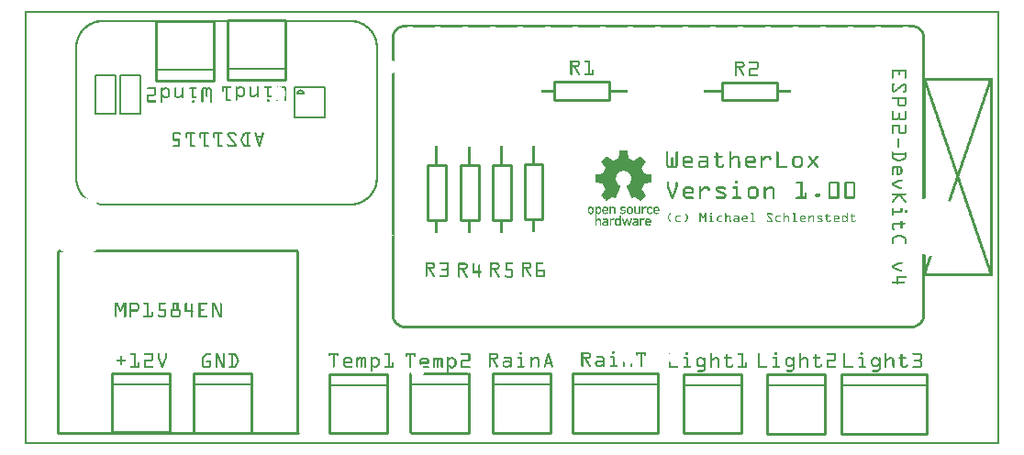
<source format=gto>
G04 MADE WITH FRITZING*
G04 WWW.FRITZING.ORG*
G04 DOUBLE SIDED*
G04 HOLES PLATED*
G04 CONTOUR ON CENTER OF CONTOUR VECTOR*
%FSLAX26Y26*%
%MOIN*%
%ADD10C,0.010000*%
%ADD11C,0.005000*%
%ADD12C,0.008000*%
%ADD13R,0.001000X0.001000*%
G04 SILK1*
%FSLAX26Y26*%
%MOIN*%
D10*
X2535790Y1315864D02*
X2735790Y1315864D01*
D02*
X2735790Y1315864D02*
X2735790Y1249864D01*
D02*
X2735790Y1249864D02*
X2535790Y1249864D01*
D02*
X2535790Y1249864D02*
X2535790Y1315864D01*
D02*
X1530410Y1016373D02*
X1530410Y816373D01*
D02*
X1530410Y816373D02*
X1464410Y816373D01*
D02*
X1464410Y816373D02*
X1464410Y1016373D01*
D02*
X1464410Y1016373D02*
X1530410Y1016373D01*
D02*
X2125830Y1250898D02*
X1925830Y1250898D01*
D02*
X1925830Y1250898D02*
X1925830Y1316898D01*
D02*
X1925830Y1316898D02*
X2125830Y1316898D01*
D02*
X2125830Y1316898D02*
X2125830Y1250898D01*
D02*
X2393310Y40210D02*
X2603310Y40210D01*
D02*
X2603310Y40210D02*
X2603310Y256210D01*
D02*
X2603310Y256210D02*
X2393310Y256210D01*
D02*
X2393310Y256210D02*
X2393310Y40210D01*
D11*
D02*
X2603310Y216210D02*
X2393310Y216210D01*
D10*
D02*
X2697470Y39490D02*
X2907470Y39490D01*
D02*
X2907470Y39490D02*
X2907470Y255490D01*
D02*
X2907470Y255490D02*
X2697470Y255490D01*
D02*
X2697470Y255490D02*
X2697470Y39490D01*
D11*
D02*
X2907470Y215490D02*
X2697470Y215490D01*
D10*
D02*
X2969410Y38940D02*
X3279410Y38940D01*
D02*
X3279410Y38940D02*
X3279410Y254940D01*
D02*
X3279410Y254940D02*
X2969410Y254940D01*
D02*
X2969410Y254940D02*
X2969410Y38940D01*
D11*
D02*
X3279410Y214940D02*
X2969410Y214940D01*
D10*
D02*
X1990490Y42710D02*
X2300490Y42710D01*
D02*
X2300490Y42710D02*
X2300490Y258710D01*
D02*
X2300490Y258710D02*
X1990490Y258710D01*
D02*
X1990490Y258710D02*
X1990490Y42710D01*
D11*
D02*
X2300490Y218710D02*
X1990490Y218710D01*
D10*
D02*
X1700820Y40670D02*
X1910820Y40670D01*
D02*
X1910820Y40670D02*
X1910820Y256670D01*
D02*
X1910820Y256670D02*
X1700820Y256670D01*
D02*
X1700820Y256670D02*
X1700820Y40670D01*
D11*
D02*
X1910820Y216670D02*
X1700820Y216670D01*
D10*
D02*
X686406Y1539051D02*
X476406Y1539051D01*
D02*
X476406Y1539051D02*
X476406Y1323051D01*
D02*
X476406Y1323051D02*
X686406Y1323051D01*
D02*
X686406Y1323051D02*
X686406Y1539051D01*
D11*
D02*
X476406Y1363051D02*
X686406Y1363051D01*
D10*
D02*
X946467Y1539917D02*
X736467Y1539917D01*
D02*
X736467Y1539917D02*
X736467Y1323917D01*
D02*
X736467Y1323917D02*
X946467Y1323917D01*
D02*
X946467Y1323917D02*
X946467Y1539917D01*
D11*
D02*
X736467Y1363917D02*
X946467Y1363917D01*
D10*
D02*
X1403220Y40820D02*
X1613220Y40820D01*
D02*
X1613220Y40820D02*
X1613220Y256820D01*
D11*
D02*
X1613220Y216820D02*
X1403220Y216820D01*
D10*
D02*
X1109620Y40410D02*
X1319620Y40410D01*
D02*
X1319620Y40410D02*
X1319620Y256410D01*
D02*
X1319620Y256410D02*
X1109620Y256410D01*
D02*
X1109620Y256410D02*
X1109620Y40410D01*
D11*
D02*
X1319620Y216410D02*
X1109620Y216410D01*
D10*
D02*
X318900Y43530D02*
X528900Y43530D01*
D02*
X528900Y43530D02*
X528900Y259530D01*
D02*
X528900Y259530D02*
X318900Y259530D01*
D02*
X318900Y259530D02*
X318900Y43530D01*
D11*
D02*
X528900Y219530D02*
X318900Y219530D01*
D10*
D02*
X613993Y40490D02*
X823993Y40490D01*
D02*
X823993Y40490D02*
X823993Y256490D01*
D02*
X823993Y256490D02*
X613993Y256490D01*
D02*
X613993Y256490D02*
X613993Y40490D01*
D11*
D02*
X823993Y216490D02*
X613993Y216490D01*
D02*
X259473Y1342947D02*
X330339Y1342947D01*
D02*
X330339Y1342947D02*
X330339Y1201213D01*
D02*
X330339Y1201213D02*
X259473Y1201213D01*
D02*
X259473Y1201213D02*
X259473Y1342947D01*
D02*
X349473Y1342947D02*
X420339Y1342947D01*
D02*
X420339Y1342947D02*
X420339Y1201213D01*
D02*
X420339Y1201213D02*
X349473Y1201213D01*
D02*
X349473Y1201213D02*
X349473Y1342947D01*
D12*
D02*
X1090020Y1297198D02*
X1090020Y1186962D01*
D02*
X1090020Y1186962D02*
X979788Y1186962D01*
D02*
X979788Y1186962D02*
X979788Y1297198D01*
D02*
X979788Y1297198D02*
X1090020Y1297198D01*
D02*
X1015220Y1273576D02*
X991599Y1273576D01*
D10*
D02*
X1767070Y1016081D02*
X1767070Y816081D01*
D02*
X1767070Y816081D02*
X1701070Y816081D01*
D02*
X1701070Y816081D02*
X1701070Y1016081D01*
D02*
X1701070Y1016081D02*
X1767070Y1016081D01*
D02*
X1649920Y1015617D02*
X1649920Y815617D01*
D02*
X1649920Y815617D02*
X1583920Y815617D01*
D02*
X1583920Y815617D02*
X1583920Y1015617D01*
D02*
X1583920Y1015617D02*
X1649920Y1015617D01*
D02*
X1882490Y1018449D02*
X1882490Y818449D01*
D02*
X1882490Y818449D02*
X1816490Y818449D01*
D02*
X1816490Y818449D02*
X1816490Y1018449D01*
D02*
X1816490Y1018449D02*
X1882490Y1018449D01*
D02*
X123585Y41600D02*
X993590Y41600D01*
D02*
X992520Y41600D02*
X992520Y701597D01*
D02*
X122522Y701597D02*
X122522Y41600D01*
D13*
X500Y1574300D02*
X3542500Y1574300D01*
X500Y1573300D02*
X3542500Y1573300D01*
X500Y1572300D02*
X3542500Y1572300D01*
X500Y1571300D02*
X3542500Y1571300D01*
X500Y1570300D02*
X3542500Y1570300D01*
X500Y1569300D02*
X3542500Y1569300D01*
X500Y1568300D02*
X3542500Y1568300D01*
X500Y1567300D02*
X3542500Y1567300D01*
X500Y1566300D02*
X7500Y1566300D01*
X3535500Y1566300D02*
X3542500Y1566300D01*
X500Y1565300D02*
X7500Y1565300D01*
X3535500Y1565300D02*
X3542500Y1565300D01*
X500Y1564300D02*
X7500Y1564300D01*
X3535500Y1564300D02*
X3542500Y1564300D01*
X500Y1563300D02*
X7500Y1563300D01*
X3535500Y1563300D02*
X3542500Y1563300D01*
X500Y1562300D02*
X7500Y1562300D01*
X3535500Y1562300D02*
X3542500Y1562300D01*
X500Y1561300D02*
X7500Y1561300D01*
X3535500Y1561300D02*
X3542500Y1561300D01*
X500Y1560300D02*
X7500Y1560300D01*
X3535500Y1560300D02*
X3542500Y1560300D01*
X500Y1559300D02*
X7500Y1559300D01*
X3535500Y1559300D02*
X3542500Y1559300D01*
X500Y1558300D02*
X7500Y1558300D01*
X3535500Y1558300D02*
X3542500Y1558300D01*
X500Y1557300D02*
X7500Y1557300D01*
X3535500Y1557300D02*
X3542500Y1557300D01*
X500Y1556300D02*
X7500Y1556300D01*
X3535500Y1556300D02*
X3542500Y1556300D01*
X500Y1555300D02*
X7500Y1555300D01*
X3535500Y1555300D02*
X3542500Y1555300D01*
X500Y1554300D02*
X7500Y1554300D01*
X3535500Y1554300D02*
X3542500Y1554300D01*
X500Y1553300D02*
X7500Y1553300D01*
X3535500Y1553300D02*
X3542500Y1553300D01*
X500Y1552300D02*
X7500Y1552300D01*
X3535500Y1552300D02*
X3542500Y1552300D01*
X500Y1551300D02*
X7500Y1551300D01*
X3535500Y1551300D02*
X3542500Y1551300D01*
X500Y1550300D02*
X7500Y1550300D01*
X3535500Y1550300D02*
X3542500Y1550300D01*
X500Y1549300D02*
X7500Y1549300D01*
X3535500Y1549300D02*
X3542500Y1549300D01*
X500Y1548300D02*
X7500Y1548300D01*
X3535500Y1548300D02*
X3542500Y1548300D01*
X500Y1547300D02*
X7500Y1547300D01*
X3535500Y1547300D02*
X3542500Y1547300D01*
X500Y1546300D02*
X7500Y1546300D01*
X3535500Y1546300D02*
X3542500Y1546300D01*
X500Y1545300D02*
X7500Y1545300D01*
X3535500Y1545300D02*
X3542500Y1545300D01*
X500Y1544300D02*
X7500Y1544300D01*
X3535500Y1544300D02*
X3542500Y1544300D01*
X500Y1543300D02*
X7500Y1543300D01*
X3535500Y1543300D02*
X3542500Y1543300D01*
X500Y1542300D02*
X7500Y1542300D01*
X3535500Y1542300D02*
X3542500Y1542300D01*
X500Y1541300D02*
X7500Y1541300D01*
X272500Y1541300D02*
X1197500Y1541300D01*
X3535500Y1541300D02*
X3542500Y1541300D01*
X500Y1540300D02*
X7500Y1540300D01*
X266500Y1540300D02*
X1203500Y1540300D01*
X3535500Y1540300D02*
X3542500Y1540300D01*
X500Y1539300D02*
X7500Y1539300D01*
X261500Y1539300D02*
X1207500Y1539300D01*
X3535500Y1539300D02*
X3542500Y1539300D01*
X500Y1538300D02*
X7500Y1538300D01*
X258500Y1538300D02*
X1211500Y1538300D01*
X3535500Y1538300D02*
X3542500Y1538300D01*
X500Y1537300D02*
X7500Y1537300D01*
X254500Y1537300D02*
X1214500Y1537300D01*
X3535500Y1537300D02*
X3542500Y1537300D01*
X500Y1536300D02*
X7500Y1536300D01*
X251500Y1536300D02*
X1217500Y1536300D01*
X3535500Y1536300D02*
X3542500Y1536300D01*
X500Y1535300D02*
X7500Y1535300D01*
X249500Y1535300D02*
X1220500Y1535300D01*
X3535500Y1535300D02*
X3542500Y1535300D01*
X500Y1534300D02*
X7500Y1534300D01*
X246500Y1534300D02*
X1222500Y1534300D01*
X3535500Y1534300D02*
X3542500Y1534300D01*
X500Y1533300D02*
X7500Y1533300D01*
X244500Y1533300D02*
X271500Y1533300D01*
X1197500Y1533300D02*
X1225500Y1533300D01*
X3535500Y1533300D02*
X3542500Y1533300D01*
X500Y1532300D02*
X7500Y1532300D01*
X242500Y1532300D02*
X265500Y1532300D01*
X1203500Y1532300D02*
X1227500Y1532300D01*
X3535500Y1532300D02*
X3542500Y1532300D01*
X500Y1531300D02*
X7500Y1531300D01*
X240500Y1531300D02*
X261500Y1531300D01*
X1208500Y1531300D02*
X1229500Y1531300D01*
X3535500Y1531300D02*
X3542500Y1531300D01*
X500Y1530300D02*
X7500Y1530300D01*
X238500Y1530300D02*
X257500Y1530300D01*
X1211500Y1530300D02*
X1231500Y1530300D01*
X3535500Y1530300D02*
X3542500Y1530300D01*
X500Y1529300D02*
X7500Y1529300D01*
X236500Y1529300D02*
X254500Y1529300D01*
X1215500Y1529300D02*
X1233500Y1529300D01*
X3535500Y1529300D02*
X3542500Y1529300D01*
X500Y1528300D02*
X7500Y1528300D01*
X234500Y1528300D02*
X251500Y1528300D01*
X1217500Y1528300D02*
X1235500Y1528300D01*
X3535500Y1528300D02*
X3542500Y1528300D01*
X500Y1527300D02*
X7500Y1527300D01*
X233500Y1527300D02*
X249500Y1527300D01*
X1220500Y1527300D02*
X1236500Y1527300D01*
X3535500Y1527300D02*
X3542500Y1527300D01*
X500Y1526300D02*
X7500Y1526300D01*
X231500Y1526300D02*
X247500Y1526300D01*
X1222500Y1526300D02*
X1238500Y1526300D01*
X3535500Y1526300D02*
X3542500Y1526300D01*
X500Y1525300D02*
X7500Y1525300D01*
X229500Y1525300D02*
X245500Y1525300D01*
X1224500Y1525300D02*
X1239500Y1525300D01*
X1379500Y1525300D02*
X3227500Y1525300D01*
X3535500Y1525300D02*
X3542500Y1525300D01*
X500Y1524300D02*
X7500Y1524300D01*
X228500Y1524300D02*
X242500Y1524300D01*
X1226500Y1524300D02*
X1241500Y1524300D01*
X1373500Y1524300D02*
X3232500Y1524300D01*
X3535500Y1524300D02*
X3542500Y1524300D01*
X500Y1523300D02*
X7500Y1523300D01*
X226500Y1523300D02*
X240500Y1523300D01*
X1228500Y1523300D02*
X1242500Y1523300D01*
X1370500Y1523300D02*
X3235500Y1523300D01*
X3535500Y1523300D02*
X3542500Y1523300D01*
X500Y1522300D02*
X7500Y1522300D01*
X225500Y1522300D02*
X239500Y1522300D01*
X1230500Y1522300D02*
X1244500Y1522300D01*
X1367500Y1522300D02*
X3238500Y1522300D01*
X3535500Y1522300D02*
X3542500Y1522300D01*
X500Y1521300D02*
X7500Y1521300D01*
X224500Y1521300D02*
X237500Y1521300D01*
X1232500Y1521300D02*
X1245500Y1521300D01*
X1364500Y1521300D02*
X3241500Y1521300D01*
X3535500Y1521300D02*
X3542500Y1521300D01*
X500Y1520300D02*
X7500Y1520300D01*
X222500Y1520300D02*
X235500Y1520300D01*
X1233500Y1520300D02*
X1246500Y1520300D01*
X1362500Y1520300D02*
X3243500Y1520300D01*
X3535500Y1520300D02*
X3542500Y1520300D01*
X500Y1519300D02*
X7500Y1519300D01*
X221500Y1519300D02*
X234500Y1519300D01*
X1235500Y1519300D02*
X1247500Y1519300D01*
X1360500Y1519300D02*
X3245500Y1519300D01*
X3535500Y1519300D02*
X3542500Y1519300D01*
X500Y1518300D02*
X7500Y1518300D01*
X220500Y1518300D02*
X232500Y1518300D01*
X1236500Y1518300D02*
X1249500Y1518300D01*
X1358500Y1518300D02*
X3247500Y1518300D01*
X3535500Y1518300D02*
X3542500Y1518300D01*
X500Y1517300D02*
X7500Y1517300D01*
X219500Y1517300D02*
X231500Y1517300D01*
X1238500Y1517300D02*
X1250500Y1517300D01*
X1357500Y1517300D02*
X3249500Y1517300D01*
X3535500Y1517300D02*
X3542500Y1517300D01*
X500Y1516300D02*
X7500Y1516300D01*
X218500Y1516300D02*
X230500Y1516300D01*
X1239500Y1516300D02*
X1251500Y1516300D01*
X1355500Y1516300D02*
X1391500Y1516300D01*
X1410500Y1516300D02*
X1491500Y1516300D01*
X1510500Y1516300D02*
X1591500Y1516300D01*
X1610500Y1516300D02*
X1691500Y1516300D01*
X1710500Y1516300D02*
X1791500Y1516300D01*
X1810500Y1516300D02*
X1891500Y1516300D01*
X1910500Y1516300D02*
X1991500Y1516300D01*
X2010500Y1516300D02*
X2091500Y1516300D01*
X2110500Y1516300D02*
X2191500Y1516300D01*
X2210500Y1516300D02*
X2291500Y1516300D01*
X2310500Y1516300D02*
X2391500Y1516300D01*
X2410500Y1516300D02*
X2491500Y1516300D01*
X2510500Y1516300D02*
X2591500Y1516300D01*
X2610500Y1516300D02*
X2691500Y1516300D01*
X2710500Y1516300D02*
X2791500Y1516300D01*
X2810500Y1516300D02*
X2891500Y1516300D01*
X2910500Y1516300D02*
X2991500Y1516300D01*
X3010500Y1516300D02*
X3091500Y1516300D01*
X3110500Y1516300D02*
X3191500Y1516300D01*
X3210500Y1516300D02*
X3250500Y1516300D01*
X3535500Y1516300D02*
X3542500Y1516300D01*
X500Y1515300D02*
X7500Y1515300D01*
X217500Y1515300D02*
X228500Y1515300D01*
X1241500Y1515300D02*
X1252500Y1515300D01*
X1354500Y1515300D02*
X1378500Y1515300D01*
X3228500Y1515300D02*
X3252500Y1515300D01*
X3535500Y1515300D02*
X3542500Y1515300D01*
X500Y1514300D02*
X7500Y1514300D01*
X216500Y1514300D02*
X227500Y1514300D01*
X1242500Y1514300D02*
X1253500Y1514300D01*
X1352500Y1514300D02*
X1373500Y1514300D01*
X3232500Y1514300D02*
X3253500Y1514300D01*
X3535500Y1514300D02*
X3542500Y1514300D01*
X500Y1513300D02*
X7500Y1513300D01*
X215500Y1513300D02*
X226500Y1513300D01*
X1243500Y1513300D02*
X1254500Y1513300D01*
X1351500Y1513300D02*
X1370500Y1513300D01*
X3235500Y1513300D02*
X3254500Y1513300D01*
X3535500Y1513300D02*
X3542500Y1513300D01*
X500Y1512300D02*
X7500Y1512300D01*
X214500Y1512300D02*
X224500Y1512300D01*
X1244500Y1512300D02*
X1255500Y1512300D01*
X1350500Y1512300D02*
X1367500Y1512300D01*
X3238500Y1512300D02*
X3255500Y1512300D01*
X3535500Y1512300D02*
X3542500Y1512300D01*
X500Y1511300D02*
X7500Y1511300D01*
X213500Y1511300D02*
X223500Y1511300D01*
X1245500Y1511300D02*
X1256500Y1511300D01*
X1349500Y1511300D02*
X1365500Y1511300D01*
X3240500Y1511300D02*
X3256500Y1511300D01*
X3535500Y1511300D02*
X3542500Y1511300D01*
X500Y1510300D02*
X7500Y1510300D01*
X212500Y1510300D02*
X222500Y1510300D01*
X1246500Y1510300D02*
X1257500Y1510300D01*
X1348500Y1510300D02*
X1363500Y1510300D01*
X3242500Y1510300D02*
X3257500Y1510300D01*
X3535500Y1510300D02*
X3542500Y1510300D01*
X500Y1509300D02*
X7500Y1509300D01*
X211500Y1509300D02*
X221500Y1509300D01*
X1248500Y1509300D02*
X1258500Y1509300D01*
X1347500Y1509300D02*
X1362500Y1509300D01*
X3244500Y1509300D02*
X3258500Y1509300D01*
X3535500Y1509300D02*
X3542500Y1509300D01*
X500Y1508300D02*
X7500Y1508300D01*
X210500Y1508300D02*
X220500Y1508300D01*
X1249500Y1508300D02*
X1259500Y1508300D01*
X1346500Y1508300D02*
X1360500Y1508300D01*
X3245500Y1508300D02*
X3259500Y1508300D01*
X3535500Y1508300D02*
X3542500Y1508300D01*
X500Y1507300D02*
X7500Y1507300D01*
X209500Y1507300D02*
X219500Y1507300D01*
X1250500Y1507300D02*
X1260500Y1507300D01*
X1345500Y1507300D02*
X1359500Y1507300D01*
X3247500Y1507300D02*
X3260500Y1507300D01*
X3535500Y1507300D02*
X3542500Y1507300D01*
X500Y1506300D02*
X7500Y1506300D01*
X208500Y1506300D02*
X218500Y1506300D01*
X1251500Y1506300D02*
X1261500Y1506300D01*
X1344500Y1506300D02*
X1357500Y1506300D01*
X3248500Y1506300D02*
X3261500Y1506300D01*
X3535500Y1506300D02*
X3542500Y1506300D01*
X500Y1505300D02*
X7500Y1505300D01*
X207500Y1505300D02*
X217500Y1505300D01*
X1252500Y1505300D02*
X1261500Y1505300D01*
X1343500Y1505300D02*
X1356500Y1505300D01*
X3249500Y1505300D02*
X3262500Y1505300D01*
X3535500Y1505300D02*
X3542500Y1505300D01*
X500Y1504300D02*
X7500Y1504300D01*
X207500Y1504300D02*
X216500Y1504300D01*
X1253500Y1504300D02*
X1262500Y1504300D01*
X1343500Y1504300D02*
X1355500Y1504300D01*
X3250500Y1504300D02*
X3263500Y1504300D01*
X3535500Y1504300D02*
X3542500Y1504300D01*
X500Y1503300D02*
X7500Y1503300D01*
X206500Y1503300D02*
X215500Y1503300D01*
X1253500Y1503300D02*
X1263500Y1503300D01*
X1342500Y1503300D02*
X1354500Y1503300D01*
X3251500Y1503300D02*
X3263500Y1503300D01*
X3535500Y1503300D02*
X3542500Y1503300D01*
X500Y1502300D02*
X7500Y1502300D01*
X205500Y1502300D02*
X214500Y1502300D01*
X1254500Y1502300D02*
X1264500Y1502300D01*
X1341500Y1502300D02*
X1353500Y1502300D01*
X3252500Y1502300D02*
X3264500Y1502300D01*
X3535500Y1502300D02*
X3542500Y1502300D01*
X500Y1501300D02*
X7500Y1501300D01*
X204500Y1501300D02*
X213500Y1501300D01*
X1255500Y1501300D02*
X1264500Y1501300D01*
X1341500Y1501300D02*
X1352500Y1501300D01*
X3253500Y1501300D02*
X3265500Y1501300D01*
X3535500Y1501300D02*
X3542500Y1501300D01*
X500Y1500300D02*
X7500Y1500300D01*
X204500Y1500300D02*
X213500Y1500300D01*
X1256500Y1500300D02*
X1265500Y1500300D01*
X1340500Y1500300D02*
X1351500Y1500300D01*
X3254500Y1500300D02*
X3265500Y1500300D01*
X3535500Y1500300D02*
X3542500Y1500300D01*
X500Y1499300D02*
X7500Y1499300D01*
X203500Y1499300D02*
X212500Y1499300D01*
X1257500Y1499300D02*
X1266500Y1499300D01*
X1340500Y1499300D02*
X1350500Y1499300D01*
X3255500Y1499300D02*
X3266500Y1499300D01*
X3535500Y1499300D02*
X3542500Y1499300D01*
X500Y1498300D02*
X7500Y1498300D01*
X202500Y1498300D02*
X211500Y1498300D01*
X1258500Y1498300D02*
X1267500Y1498300D01*
X1339500Y1498300D02*
X1350500Y1498300D01*
X3256500Y1498300D02*
X3266500Y1498300D01*
X3535500Y1498300D02*
X3542500Y1498300D01*
X500Y1497300D02*
X7500Y1497300D01*
X201500Y1497300D02*
X210500Y1497300D01*
X1258500Y1497300D02*
X1267500Y1497300D01*
X1339500Y1497300D02*
X1349500Y1497300D01*
X3256500Y1497300D02*
X3267500Y1497300D01*
X3535500Y1497300D02*
X3542500Y1497300D01*
X500Y1496300D02*
X7500Y1496300D01*
X201500Y1496300D02*
X210500Y1496300D01*
X1259500Y1496300D02*
X1268500Y1496300D01*
X1338500Y1496300D02*
X1348500Y1496300D01*
X3257500Y1496300D02*
X3267500Y1496300D01*
X3535500Y1496300D02*
X3542500Y1496300D01*
X500Y1495300D02*
X7500Y1495300D01*
X200500Y1495300D02*
X209500Y1495300D01*
X1260500Y1495300D02*
X1268500Y1495300D01*
X1338500Y1495300D02*
X1348500Y1495300D01*
X3258500Y1495300D02*
X3268500Y1495300D01*
X3535500Y1495300D02*
X3542500Y1495300D01*
X500Y1494300D02*
X7500Y1494300D01*
X200500Y1494300D02*
X208500Y1494300D01*
X1261500Y1494300D02*
X1269500Y1494300D01*
X1337500Y1494300D02*
X1347500Y1494300D01*
X3258500Y1494300D02*
X3268500Y1494300D01*
X3535500Y1494300D02*
X3542500Y1494300D01*
X500Y1493300D02*
X7500Y1493300D01*
X199500Y1493300D02*
X207500Y1493300D01*
X1261500Y1493300D02*
X1270500Y1493300D01*
X1337500Y1493300D02*
X1347500Y1493300D01*
X3259500Y1493300D02*
X3268500Y1493300D01*
X3535500Y1493300D02*
X3542500Y1493300D01*
X500Y1492300D02*
X7500Y1492300D01*
X198500Y1492300D02*
X207500Y1492300D01*
X1262500Y1492300D02*
X1270500Y1492300D01*
X1336500Y1492300D02*
X1346500Y1492300D01*
X3259500Y1492300D02*
X3269500Y1492300D01*
X3535500Y1492300D02*
X3542500Y1492300D01*
X500Y1491300D02*
X7500Y1491300D01*
X198500Y1491300D02*
X206500Y1491300D01*
X1263500Y1491300D02*
X1271500Y1491300D01*
X1336500Y1491300D02*
X1346500Y1491300D01*
X3260500Y1491300D02*
X3269500Y1491300D01*
X3535500Y1491300D02*
X3542500Y1491300D01*
X500Y1490300D02*
X7500Y1490300D01*
X197500Y1490300D02*
X205500Y1490300D01*
X1263500Y1490300D02*
X1271500Y1490300D01*
X1336500Y1490300D02*
X1345500Y1490300D01*
X3260500Y1490300D02*
X3270500Y1490300D01*
X3535500Y1490300D02*
X3542500Y1490300D01*
X500Y1489300D02*
X7500Y1489300D01*
X197500Y1489300D02*
X205500Y1489300D01*
X1264500Y1489300D02*
X1272500Y1489300D01*
X1335500Y1489300D02*
X1345500Y1489300D01*
X3261500Y1489300D02*
X3270500Y1489300D01*
X3535500Y1489300D02*
X3542500Y1489300D01*
X500Y1488300D02*
X7500Y1488300D01*
X196500Y1488300D02*
X204500Y1488300D01*
X1264500Y1488300D02*
X1272500Y1488300D01*
X1335500Y1488300D02*
X1344500Y1488300D01*
X3261500Y1488300D02*
X3270500Y1488300D01*
X3535500Y1488300D02*
X3542500Y1488300D01*
X500Y1487300D02*
X7500Y1487300D01*
X196500Y1487300D02*
X204500Y1487300D01*
X1265500Y1487300D02*
X1273500Y1487300D01*
X1335500Y1487300D02*
X1344500Y1487300D01*
X3261500Y1487300D02*
X3270500Y1487300D01*
X3535500Y1487300D02*
X3542500Y1487300D01*
X500Y1486300D02*
X7500Y1486300D01*
X195500Y1486300D02*
X203500Y1486300D01*
X1266500Y1486300D02*
X1273500Y1486300D01*
X1335500Y1486300D02*
X1344500Y1486300D01*
X3261500Y1486300D02*
X3271500Y1486300D01*
X3535500Y1486300D02*
X3542500Y1486300D01*
X500Y1485300D02*
X7500Y1485300D01*
X195500Y1485300D02*
X203500Y1485300D01*
X1266500Y1485300D02*
X1274500Y1485300D01*
X1335500Y1485300D02*
X1344500Y1485300D01*
X3262500Y1485300D02*
X3271500Y1485300D01*
X3535500Y1485300D02*
X3542500Y1485300D01*
X500Y1484300D02*
X7500Y1484300D01*
X194500Y1484300D02*
X202500Y1484300D01*
X1267500Y1484300D02*
X1274500Y1484300D01*
X1334500Y1484300D02*
X1343500Y1484300D01*
X3262500Y1484300D02*
X3271500Y1484300D01*
X3535500Y1484300D02*
X3542500Y1484300D01*
X500Y1483300D02*
X7500Y1483300D01*
X194500Y1483300D02*
X202500Y1483300D01*
X1267500Y1483300D02*
X1275500Y1483300D01*
X1334500Y1483300D02*
X1343500Y1483300D01*
X3262500Y1483300D02*
X3271500Y1483300D01*
X3535500Y1483300D02*
X3542500Y1483300D01*
X500Y1482300D02*
X7500Y1482300D01*
X193500Y1482300D02*
X201500Y1482300D01*
X1268500Y1482300D02*
X1275500Y1482300D01*
X1334500Y1482300D02*
X1343500Y1482300D01*
X3262500Y1482300D02*
X3271500Y1482300D01*
X3535500Y1482300D02*
X3542500Y1482300D01*
X500Y1481300D02*
X7500Y1481300D01*
X193500Y1481300D02*
X201500Y1481300D01*
X1268500Y1481300D02*
X1276500Y1481300D01*
X1334500Y1481300D02*
X1343500Y1481300D01*
X3262500Y1481300D02*
X3271500Y1481300D01*
X3535500Y1481300D02*
X3542500Y1481300D01*
X500Y1480300D02*
X7500Y1480300D01*
X193500Y1480300D02*
X200500Y1480300D01*
X1269500Y1480300D02*
X1276500Y1480300D01*
X1334500Y1480300D02*
X1343500Y1480300D01*
X3262500Y1480300D02*
X3271500Y1480300D01*
X3535500Y1480300D02*
X3542500Y1480300D01*
X500Y1479300D02*
X7500Y1479300D01*
X192500Y1479300D02*
X200500Y1479300D01*
X1269500Y1479300D02*
X1277500Y1479300D01*
X1334500Y1479300D02*
X1343500Y1479300D01*
X3263500Y1479300D02*
X3272500Y1479300D01*
X3535500Y1479300D02*
X3542500Y1479300D01*
X500Y1478300D02*
X7500Y1478300D01*
X192500Y1478300D02*
X199500Y1478300D01*
X1269500Y1478300D02*
X1277500Y1478300D01*
X1334500Y1478300D02*
X1343500Y1478300D01*
X3263500Y1478300D02*
X3272500Y1478300D01*
X3535500Y1478300D02*
X3542500Y1478300D01*
X500Y1477300D02*
X7500Y1477300D01*
X191500Y1477300D02*
X199500Y1477300D01*
X1270500Y1477300D02*
X1277500Y1477300D01*
X1334500Y1477300D02*
X1343500Y1477300D01*
X3263500Y1477300D02*
X3272500Y1477300D01*
X3535500Y1477300D02*
X3542500Y1477300D01*
X500Y1476300D02*
X7500Y1476300D01*
X191500Y1476300D02*
X198500Y1476300D01*
X1270500Y1476300D02*
X1278500Y1476300D01*
X1334500Y1476300D02*
X1343500Y1476300D01*
X3263500Y1476300D02*
X3272500Y1476300D01*
X3535500Y1476300D02*
X3542500Y1476300D01*
X500Y1475300D02*
X7500Y1475300D01*
X191500Y1475300D02*
X198500Y1475300D01*
X1271500Y1475300D02*
X1278500Y1475300D01*
X1334500Y1475300D02*
X1343500Y1475300D01*
X3263500Y1475300D02*
X3272500Y1475300D01*
X3535500Y1475300D02*
X3542500Y1475300D01*
X500Y1474300D02*
X7500Y1474300D01*
X190500Y1474300D02*
X198500Y1474300D01*
X1271500Y1474300D02*
X1278500Y1474300D01*
X1334500Y1474300D02*
X1343500Y1474300D01*
X3263500Y1474300D02*
X3272500Y1474300D01*
X3535500Y1474300D02*
X3542500Y1474300D01*
X500Y1473300D02*
X7500Y1473300D01*
X190500Y1473300D02*
X197500Y1473300D01*
X1271500Y1473300D02*
X1279500Y1473300D01*
X1334500Y1473300D02*
X1343500Y1473300D01*
X3263500Y1473300D02*
X3272500Y1473300D01*
X3535500Y1473300D02*
X3542500Y1473300D01*
X500Y1472300D02*
X7500Y1472300D01*
X190500Y1472300D02*
X197500Y1472300D01*
X1272500Y1472300D02*
X1279500Y1472300D01*
X1334500Y1472300D02*
X1343500Y1472300D01*
X3263500Y1472300D02*
X3272500Y1472300D01*
X3535500Y1472300D02*
X3542500Y1472300D01*
X500Y1471300D02*
X7500Y1471300D01*
X189500Y1471300D02*
X197500Y1471300D01*
X1272500Y1471300D02*
X1279500Y1471300D01*
X1334500Y1471300D02*
X1343500Y1471300D01*
X3263500Y1471300D02*
X3272500Y1471300D01*
X3535500Y1471300D02*
X3542500Y1471300D01*
X500Y1470300D02*
X7500Y1470300D01*
X189500Y1470300D02*
X196500Y1470300D01*
X1272500Y1470300D02*
X1280500Y1470300D01*
X1334500Y1470300D02*
X1343500Y1470300D01*
X3263500Y1470300D02*
X3272500Y1470300D01*
X3535500Y1470300D02*
X3542500Y1470300D01*
X500Y1469300D02*
X7500Y1469300D01*
X189500Y1469300D02*
X196500Y1469300D01*
X1273500Y1469300D02*
X1280500Y1469300D01*
X1334500Y1469300D02*
X1343500Y1469300D01*
X3263500Y1469300D02*
X3272500Y1469300D01*
X3535500Y1469300D02*
X3542500Y1469300D01*
X500Y1468300D02*
X7500Y1468300D01*
X188500Y1468300D02*
X196500Y1468300D01*
X1273500Y1468300D02*
X1280500Y1468300D01*
X1334500Y1468300D02*
X1343500Y1468300D01*
X3263500Y1468300D02*
X3272500Y1468300D01*
X3535500Y1468300D02*
X3542500Y1468300D01*
X500Y1467300D02*
X7500Y1467300D01*
X188500Y1467300D02*
X195500Y1467300D01*
X1273500Y1467300D02*
X1281500Y1467300D01*
X1334500Y1467300D02*
X1343500Y1467300D01*
X3263500Y1467300D02*
X3272500Y1467300D01*
X3535500Y1467300D02*
X3542500Y1467300D01*
X500Y1466300D02*
X7500Y1466300D01*
X188500Y1466300D02*
X195500Y1466300D01*
X1274500Y1466300D02*
X1281500Y1466300D01*
X1334500Y1466300D02*
X1343500Y1466300D01*
X3263500Y1466300D02*
X3272500Y1466300D01*
X3535500Y1466300D02*
X3542500Y1466300D01*
X500Y1465300D02*
X7500Y1465300D01*
X188500Y1465300D02*
X195500Y1465300D01*
X1274500Y1465300D02*
X1281500Y1465300D01*
X1334500Y1465300D02*
X1343500Y1465300D01*
X3263500Y1465300D02*
X3272500Y1465300D01*
X3535500Y1465300D02*
X3542500Y1465300D01*
X500Y1464300D02*
X7500Y1464300D01*
X187500Y1464300D02*
X195500Y1464300D01*
X1274500Y1464300D02*
X1281500Y1464300D01*
X1334500Y1464300D02*
X1343500Y1464300D01*
X3263500Y1464300D02*
X3272500Y1464300D01*
X3535500Y1464300D02*
X3542500Y1464300D01*
X500Y1463300D02*
X7500Y1463300D01*
X187500Y1463300D02*
X194500Y1463300D01*
X1274500Y1463300D02*
X1281500Y1463300D01*
X1334500Y1463300D02*
X1343500Y1463300D01*
X3263500Y1463300D02*
X3272500Y1463300D01*
X3535500Y1463300D02*
X3542500Y1463300D01*
X500Y1462300D02*
X7500Y1462300D01*
X187500Y1462300D02*
X194500Y1462300D01*
X1275500Y1462300D02*
X1282500Y1462300D01*
X1334500Y1462300D02*
X1343500Y1462300D01*
X3263500Y1462300D02*
X3272500Y1462300D01*
X3535500Y1462300D02*
X3542500Y1462300D01*
X500Y1461300D02*
X7500Y1461300D01*
X187500Y1461300D02*
X194500Y1461300D01*
X1275500Y1461300D02*
X1282500Y1461300D01*
X1334500Y1461300D02*
X1343500Y1461300D01*
X3263500Y1461300D02*
X3272500Y1461300D01*
X3535500Y1461300D02*
X3542500Y1461300D01*
X500Y1460300D02*
X7500Y1460300D01*
X187500Y1460300D02*
X194500Y1460300D01*
X1275500Y1460300D02*
X1282500Y1460300D01*
X1334500Y1460300D02*
X1343500Y1460300D01*
X3263500Y1460300D02*
X3272500Y1460300D01*
X3535500Y1460300D02*
X3542500Y1460300D01*
X500Y1459300D02*
X7500Y1459300D01*
X186500Y1459300D02*
X193500Y1459300D01*
X1275500Y1459300D02*
X1282500Y1459300D01*
X1334500Y1459300D02*
X1343500Y1459300D01*
X3263500Y1459300D02*
X3272500Y1459300D01*
X3535500Y1459300D02*
X3542500Y1459300D01*
X500Y1458300D02*
X7500Y1458300D01*
X186500Y1458300D02*
X193500Y1458300D01*
X1275500Y1458300D02*
X1282500Y1458300D01*
X1334500Y1458300D02*
X1343500Y1458300D01*
X3263500Y1458300D02*
X3272500Y1458300D01*
X3535500Y1458300D02*
X3542500Y1458300D01*
X500Y1457300D02*
X7500Y1457300D01*
X186500Y1457300D02*
X193500Y1457300D01*
X1276500Y1457300D02*
X1283500Y1457300D01*
X1334500Y1457300D02*
X1343500Y1457300D01*
X3263500Y1457300D02*
X3272500Y1457300D01*
X3535500Y1457300D02*
X3542500Y1457300D01*
X500Y1456300D02*
X7500Y1456300D01*
X186500Y1456300D02*
X193500Y1456300D01*
X1276500Y1456300D02*
X1283500Y1456300D01*
X1334500Y1456300D02*
X1343500Y1456300D01*
X3263500Y1456300D02*
X3272500Y1456300D01*
X3535500Y1456300D02*
X3542500Y1456300D01*
X500Y1455300D02*
X7500Y1455300D01*
X186500Y1455300D02*
X193500Y1455300D01*
X1276500Y1455300D02*
X1283500Y1455300D01*
X1334500Y1455300D02*
X1343500Y1455300D01*
X3263500Y1455300D02*
X3272500Y1455300D01*
X3535500Y1455300D02*
X3542500Y1455300D01*
X500Y1454300D02*
X7500Y1454300D01*
X186500Y1454300D02*
X193500Y1454300D01*
X1276500Y1454300D02*
X1283500Y1454300D01*
X1334500Y1454300D02*
X1343500Y1454300D01*
X3263500Y1454300D02*
X3272500Y1454300D01*
X3535500Y1454300D02*
X3542500Y1454300D01*
X500Y1453300D02*
X7500Y1453300D01*
X186500Y1453300D02*
X192500Y1453300D01*
X1276500Y1453300D02*
X1283500Y1453300D01*
X1334500Y1453300D02*
X1343500Y1453300D01*
X3263500Y1453300D02*
X3272500Y1453300D01*
X3535500Y1453300D02*
X3542500Y1453300D01*
X500Y1452300D02*
X7500Y1452300D01*
X185500Y1452300D02*
X192500Y1452300D01*
X1276500Y1452300D02*
X1283500Y1452300D01*
X1334500Y1452300D02*
X1343500Y1452300D01*
X3263500Y1452300D02*
X3272500Y1452300D01*
X3535500Y1452300D02*
X3542500Y1452300D01*
X500Y1451300D02*
X7500Y1451300D01*
X185500Y1451300D02*
X192500Y1451300D01*
X1276500Y1451300D02*
X1283500Y1451300D01*
X1334500Y1451300D02*
X1343500Y1451300D01*
X3263500Y1451300D02*
X3272500Y1451300D01*
X3535500Y1451300D02*
X3542500Y1451300D01*
X500Y1450300D02*
X7500Y1450300D01*
X185500Y1450300D02*
X192500Y1450300D01*
X1276500Y1450300D02*
X1283500Y1450300D01*
X1334500Y1450300D02*
X1343500Y1450300D01*
X3263500Y1450300D02*
X3272500Y1450300D01*
X3535500Y1450300D02*
X3542500Y1450300D01*
X500Y1449300D02*
X7500Y1449300D01*
X185500Y1449300D02*
X192500Y1449300D01*
X1277500Y1449300D02*
X1284500Y1449300D01*
X1334500Y1449300D02*
X1343500Y1449300D01*
X3263500Y1449300D02*
X3272500Y1449300D01*
X3535500Y1449300D02*
X3542500Y1449300D01*
X500Y1448300D02*
X7500Y1448300D01*
X185500Y1448300D02*
X192500Y1448300D01*
X1277500Y1448300D02*
X1284500Y1448300D01*
X1334500Y1448300D02*
X1343500Y1448300D01*
X3263500Y1448300D02*
X3272500Y1448300D01*
X3535500Y1448300D02*
X3542500Y1448300D01*
X500Y1447300D02*
X7500Y1447300D01*
X185500Y1447300D02*
X192500Y1447300D01*
X1277500Y1447300D02*
X1284500Y1447300D01*
X1334500Y1447300D02*
X1343500Y1447300D01*
X3263500Y1447300D02*
X3272500Y1447300D01*
X3535500Y1447300D02*
X3542500Y1447300D01*
X500Y1446300D02*
X7500Y1446300D01*
X185500Y1446300D02*
X192500Y1446300D01*
X1277500Y1446300D02*
X1284500Y1446300D01*
X1334500Y1446300D02*
X1343500Y1446300D01*
X3263500Y1446300D02*
X3272500Y1446300D01*
X3535500Y1446300D02*
X3542500Y1446300D01*
X500Y1445300D02*
X7500Y1445300D01*
X185500Y1445300D02*
X192500Y1445300D01*
X1277500Y1445300D02*
X1284500Y1445300D01*
X1334500Y1445300D02*
X1343500Y1445300D01*
X3263500Y1445300D02*
X3272500Y1445300D01*
X3535500Y1445300D02*
X3542500Y1445300D01*
X500Y1444300D02*
X7500Y1444300D01*
X185500Y1444300D02*
X192500Y1444300D01*
X1277500Y1444300D02*
X1284500Y1444300D01*
X1334500Y1444300D02*
X1343500Y1444300D01*
X3263500Y1444300D02*
X3272500Y1444300D01*
X3535500Y1444300D02*
X3542500Y1444300D01*
X500Y1443300D02*
X7500Y1443300D01*
X185500Y1443300D02*
X192500Y1443300D01*
X1277500Y1443300D02*
X1284500Y1443300D01*
X1334500Y1443300D02*
X1343500Y1443300D01*
X3263500Y1443300D02*
X3272500Y1443300D01*
X3535500Y1443300D02*
X3542500Y1443300D01*
X500Y1442300D02*
X7500Y1442300D01*
X185500Y1442300D02*
X192500Y1442300D01*
X1277500Y1442300D02*
X1284500Y1442300D01*
X1334500Y1442300D02*
X1343500Y1442300D01*
X3263500Y1442300D02*
X3272500Y1442300D01*
X3535500Y1442300D02*
X3542500Y1442300D01*
X500Y1441300D02*
X7500Y1441300D01*
X185500Y1441300D02*
X192500Y1441300D01*
X1277500Y1441300D02*
X1284500Y1441300D01*
X1334500Y1441300D02*
X1343500Y1441300D01*
X3263500Y1441300D02*
X3272500Y1441300D01*
X3535500Y1441300D02*
X3542500Y1441300D01*
X500Y1440300D02*
X7500Y1440300D01*
X185500Y1440300D02*
X192500Y1440300D01*
X1277500Y1440300D02*
X1284500Y1440300D01*
X1334500Y1440300D02*
X1343500Y1440300D01*
X3263500Y1440300D02*
X3272500Y1440300D01*
X3535500Y1440300D02*
X3542500Y1440300D01*
X500Y1439300D02*
X7500Y1439300D01*
X185500Y1439300D02*
X192500Y1439300D01*
X1277500Y1439300D02*
X1284500Y1439300D01*
X1334500Y1439300D02*
X1343500Y1439300D01*
X3263500Y1439300D02*
X3272500Y1439300D01*
X3535500Y1439300D02*
X3542500Y1439300D01*
X500Y1438300D02*
X7500Y1438300D01*
X185500Y1438300D02*
X192500Y1438300D01*
X1277500Y1438300D02*
X1284500Y1438300D01*
X1334500Y1438300D02*
X1343500Y1438300D01*
X3263500Y1438300D02*
X3272500Y1438300D01*
X3535500Y1438300D02*
X3542500Y1438300D01*
X500Y1437300D02*
X7500Y1437300D01*
X185500Y1437300D02*
X192500Y1437300D01*
X1277500Y1437300D02*
X1284500Y1437300D01*
X1334500Y1437300D02*
X1343500Y1437300D01*
X3263500Y1437300D02*
X3272500Y1437300D01*
X3535500Y1437300D02*
X3542500Y1437300D01*
X500Y1436300D02*
X7500Y1436300D01*
X185500Y1436300D02*
X192500Y1436300D01*
X1277500Y1436300D02*
X1284500Y1436300D01*
X1334500Y1436300D02*
X1343500Y1436300D01*
X3263500Y1436300D02*
X3272500Y1436300D01*
X3535500Y1436300D02*
X3542500Y1436300D01*
X500Y1435300D02*
X7500Y1435300D01*
X185500Y1435300D02*
X192500Y1435300D01*
X1277500Y1435300D02*
X1284500Y1435300D01*
X1334500Y1435300D02*
X1343500Y1435300D01*
X3263500Y1435300D02*
X3272500Y1435300D01*
X3535500Y1435300D02*
X3542500Y1435300D01*
X500Y1434300D02*
X7500Y1434300D01*
X185500Y1434300D02*
X192500Y1434300D01*
X1277500Y1434300D02*
X1284500Y1434300D01*
X1334500Y1434300D02*
X1343500Y1434300D01*
X3263500Y1434300D02*
X3272500Y1434300D01*
X3535500Y1434300D02*
X3542500Y1434300D01*
X500Y1433300D02*
X7500Y1433300D01*
X185500Y1433300D02*
X192500Y1433300D01*
X1277500Y1433300D02*
X1284500Y1433300D01*
X1334500Y1433300D02*
X1343500Y1433300D01*
X3263500Y1433300D02*
X3272500Y1433300D01*
X3535500Y1433300D02*
X3542500Y1433300D01*
X500Y1432300D02*
X7500Y1432300D01*
X185500Y1432300D02*
X192500Y1432300D01*
X1277500Y1432300D02*
X1284500Y1432300D01*
X1334500Y1432300D02*
X1343500Y1432300D01*
X3263500Y1432300D02*
X3272500Y1432300D01*
X3535500Y1432300D02*
X3542500Y1432300D01*
X500Y1431300D02*
X7500Y1431300D01*
X185500Y1431300D02*
X192500Y1431300D01*
X1277500Y1431300D02*
X1284500Y1431300D01*
X1334500Y1431300D02*
X1343500Y1431300D01*
X3263500Y1431300D02*
X3272500Y1431300D01*
X3535500Y1431300D02*
X3542500Y1431300D01*
X500Y1430300D02*
X7500Y1430300D01*
X185500Y1430300D02*
X192500Y1430300D01*
X1277500Y1430300D02*
X1284500Y1430300D01*
X1334500Y1430300D02*
X1343500Y1430300D01*
X3263500Y1430300D02*
X3272500Y1430300D01*
X3535500Y1430300D02*
X3542500Y1430300D01*
X500Y1429300D02*
X7500Y1429300D01*
X185500Y1429300D02*
X192500Y1429300D01*
X1277500Y1429300D02*
X1284500Y1429300D01*
X1334500Y1429300D02*
X1343500Y1429300D01*
X3263500Y1429300D02*
X3272500Y1429300D01*
X3535500Y1429300D02*
X3542500Y1429300D01*
X500Y1428300D02*
X7500Y1428300D01*
X185500Y1428300D02*
X192500Y1428300D01*
X1277500Y1428300D02*
X1284500Y1428300D01*
X1334500Y1428300D02*
X1343500Y1428300D01*
X3263500Y1428300D02*
X3272500Y1428300D01*
X3535500Y1428300D02*
X3542500Y1428300D01*
X500Y1427300D02*
X7500Y1427300D01*
X185500Y1427300D02*
X192500Y1427300D01*
X1277500Y1427300D02*
X1284500Y1427300D01*
X1334500Y1427300D02*
X1343500Y1427300D01*
X3263500Y1427300D02*
X3272500Y1427300D01*
X3535500Y1427300D02*
X3542500Y1427300D01*
X500Y1426300D02*
X7500Y1426300D01*
X185500Y1426300D02*
X192500Y1426300D01*
X1277500Y1426300D02*
X1284500Y1426300D01*
X1334500Y1426300D02*
X1343500Y1426300D01*
X3263500Y1426300D02*
X3272500Y1426300D01*
X3535500Y1426300D02*
X3542500Y1426300D01*
X500Y1425300D02*
X7500Y1425300D01*
X185500Y1425300D02*
X192500Y1425300D01*
X1277500Y1425300D02*
X1284500Y1425300D01*
X1334500Y1425300D02*
X1343500Y1425300D01*
X3263500Y1425300D02*
X3272500Y1425300D01*
X3535500Y1425300D02*
X3542500Y1425300D01*
X500Y1424300D02*
X7500Y1424300D01*
X185500Y1424300D02*
X192500Y1424300D01*
X1277500Y1424300D02*
X1284500Y1424300D01*
X1334500Y1424300D02*
X1343500Y1424300D01*
X3263500Y1424300D02*
X3272500Y1424300D01*
X3535500Y1424300D02*
X3542500Y1424300D01*
X500Y1423300D02*
X7500Y1423300D01*
X185500Y1423300D02*
X192500Y1423300D01*
X1277500Y1423300D02*
X1284500Y1423300D01*
X1334500Y1423300D02*
X1343500Y1423300D01*
X3263500Y1423300D02*
X3272500Y1423300D01*
X3535500Y1423300D02*
X3542500Y1423300D01*
X500Y1422300D02*
X7500Y1422300D01*
X185500Y1422300D02*
X192500Y1422300D01*
X1277500Y1422300D02*
X1284500Y1422300D01*
X1334500Y1422300D02*
X1343500Y1422300D01*
X3263500Y1422300D02*
X3272500Y1422300D01*
X3535500Y1422300D02*
X3542500Y1422300D01*
X500Y1421300D02*
X7500Y1421300D01*
X185500Y1421300D02*
X192500Y1421300D01*
X1277500Y1421300D02*
X1284500Y1421300D01*
X1334500Y1421300D02*
X1343500Y1421300D01*
X3263500Y1421300D02*
X3272500Y1421300D01*
X3535500Y1421300D02*
X3542500Y1421300D01*
X500Y1420300D02*
X7500Y1420300D01*
X185500Y1420300D02*
X192500Y1420300D01*
X1277500Y1420300D02*
X1284500Y1420300D01*
X1334500Y1420300D02*
X1343500Y1420300D01*
X3263500Y1420300D02*
X3272500Y1420300D01*
X3535500Y1420300D02*
X3542500Y1420300D01*
X500Y1419300D02*
X7500Y1419300D01*
X185500Y1419300D02*
X192500Y1419300D01*
X1277500Y1419300D02*
X1284500Y1419300D01*
X1334500Y1419300D02*
X1343500Y1419300D01*
X3263500Y1419300D02*
X3272500Y1419300D01*
X3535500Y1419300D02*
X3542500Y1419300D01*
X500Y1418300D02*
X7500Y1418300D01*
X185500Y1418300D02*
X192500Y1418300D01*
X1277500Y1418300D02*
X1284500Y1418300D01*
X1334500Y1418300D02*
X1343500Y1418300D01*
X3263500Y1418300D02*
X3272500Y1418300D01*
X3535500Y1418300D02*
X3542500Y1418300D01*
X500Y1417300D02*
X7500Y1417300D01*
X185500Y1417300D02*
X192500Y1417300D01*
X1277500Y1417300D02*
X1284500Y1417300D01*
X1334500Y1417300D02*
X1343500Y1417300D01*
X3263500Y1417300D02*
X3272500Y1417300D01*
X3535500Y1417300D02*
X3542500Y1417300D01*
X500Y1416300D02*
X7500Y1416300D01*
X185500Y1416300D02*
X192500Y1416300D01*
X1277500Y1416300D02*
X1284500Y1416300D01*
X1334500Y1416300D02*
X1343500Y1416300D01*
X3263500Y1416300D02*
X3272500Y1416300D01*
X3535500Y1416300D02*
X3542500Y1416300D01*
X500Y1415300D02*
X7500Y1415300D01*
X185500Y1415300D02*
X192500Y1415300D01*
X1277500Y1415300D02*
X1284500Y1415300D01*
X1334500Y1415300D02*
X1343500Y1415300D01*
X3263500Y1415300D02*
X3272500Y1415300D01*
X3535500Y1415300D02*
X3542500Y1415300D01*
X500Y1414300D02*
X7500Y1414300D01*
X185500Y1414300D02*
X192500Y1414300D01*
X1277500Y1414300D02*
X1284500Y1414300D01*
X1334500Y1414300D02*
X1343500Y1414300D01*
X3263500Y1414300D02*
X3272500Y1414300D01*
X3535500Y1414300D02*
X3542500Y1414300D01*
X500Y1413300D02*
X7500Y1413300D01*
X185500Y1413300D02*
X192500Y1413300D01*
X1277500Y1413300D02*
X1284500Y1413300D01*
X1334500Y1413300D02*
X1343500Y1413300D01*
X3263500Y1413300D02*
X3272500Y1413300D01*
X3535500Y1413300D02*
X3542500Y1413300D01*
X500Y1412300D02*
X7500Y1412300D01*
X185500Y1412300D02*
X192500Y1412300D01*
X1277500Y1412300D02*
X1284500Y1412300D01*
X1334500Y1412300D02*
X1343500Y1412300D01*
X3263500Y1412300D02*
X3272500Y1412300D01*
X3535500Y1412300D02*
X3542500Y1412300D01*
X500Y1411300D02*
X7500Y1411300D01*
X185500Y1411300D02*
X192500Y1411300D01*
X1277500Y1411300D02*
X1284500Y1411300D01*
X1334500Y1411300D02*
X1343500Y1411300D01*
X3263500Y1411300D02*
X3272500Y1411300D01*
X3535500Y1411300D02*
X3542500Y1411300D01*
X500Y1410300D02*
X7500Y1410300D01*
X185500Y1410300D02*
X192500Y1410300D01*
X1277500Y1410300D02*
X1284500Y1410300D01*
X1334500Y1410300D02*
X1343500Y1410300D01*
X3263500Y1410300D02*
X3272500Y1410300D01*
X3535500Y1410300D02*
X3542500Y1410300D01*
X500Y1409300D02*
X7500Y1409300D01*
X185500Y1409300D02*
X192500Y1409300D01*
X1277500Y1409300D02*
X1284500Y1409300D01*
X1334500Y1409300D02*
X1343500Y1409300D01*
X3263500Y1409300D02*
X3272500Y1409300D01*
X3535500Y1409300D02*
X3542500Y1409300D01*
X500Y1408300D02*
X7500Y1408300D01*
X185500Y1408300D02*
X192500Y1408300D01*
X1277500Y1408300D02*
X1284500Y1408300D01*
X1334500Y1408300D02*
X1343500Y1408300D01*
X3263500Y1408300D02*
X3272500Y1408300D01*
X3535500Y1408300D02*
X3542500Y1408300D01*
X500Y1407300D02*
X7500Y1407300D01*
X185500Y1407300D02*
X192500Y1407300D01*
X1277500Y1407300D02*
X1284500Y1407300D01*
X1334500Y1407300D02*
X1343500Y1407300D01*
X3263500Y1407300D02*
X3272500Y1407300D01*
X3535500Y1407300D02*
X3542500Y1407300D01*
X500Y1406300D02*
X7500Y1406300D01*
X185500Y1406300D02*
X192500Y1406300D01*
X1277500Y1406300D02*
X1284500Y1406300D01*
X1334500Y1406300D02*
X1343500Y1406300D01*
X3263500Y1406300D02*
X3272500Y1406300D01*
X3535500Y1406300D02*
X3542500Y1406300D01*
X500Y1405300D02*
X7500Y1405300D01*
X185500Y1405300D02*
X192500Y1405300D01*
X1277500Y1405300D02*
X1284500Y1405300D01*
X1334500Y1405300D02*
X1343500Y1405300D01*
X3263500Y1405300D02*
X3272500Y1405300D01*
X3535500Y1405300D02*
X3542500Y1405300D01*
X500Y1404300D02*
X7500Y1404300D01*
X185500Y1404300D02*
X192500Y1404300D01*
X1277500Y1404300D02*
X1284500Y1404300D01*
X1334500Y1404300D02*
X1343500Y1404300D01*
X3263500Y1404300D02*
X3272500Y1404300D01*
X3535500Y1404300D02*
X3542500Y1404300D01*
X500Y1403300D02*
X7500Y1403300D01*
X185500Y1403300D02*
X192500Y1403300D01*
X1277500Y1403300D02*
X1284500Y1403300D01*
X1334500Y1403300D02*
X1343500Y1403300D01*
X3263500Y1403300D02*
X3272500Y1403300D01*
X3535500Y1403300D02*
X3542500Y1403300D01*
X500Y1402300D02*
X7500Y1402300D01*
X185500Y1402300D02*
X192500Y1402300D01*
X1277500Y1402300D02*
X1284500Y1402300D01*
X1334500Y1402300D02*
X1343500Y1402300D01*
X3263500Y1402300D02*
X3272500Y1402300D01*
X3535500Y1402300D02*
X3542500Y1402300D01*
X500Y1401300D02*
X7500Y1401300D01*
X185500Y1401300D02*
X192500Y1401300D01*
X1277500Y1401300D02*
X1284500Y1401300D01*
X1334500Y1401300D02*
X1343500Y1401300D01*
X3263500Y1401300D02*
X3272500Y1401300D01*
X3535500Y1401300D02*
X3542500Y1401300D01*
X500Y1400300D02*
X7500Y1400300D01*
X185500Y1400300D02*
X192500Y1400300D01*
X1277500Y1400300D02*
X1284500Y1400300D01*
X1334500Y1400300D02*
X1343500Y1400300D01*
X3263500Y1400300D02*
X3272500Y1400300D01*
X3535500Y1400300D02*
X3542500Y1400300D01*
X500Y1399300D02*
X7500Y1399300D01*
X185500Y1399300D02*
X192500Y1399300D01*
X1277500Y1399300D02*
X1284500Y1399300D01*
X1334500Y1399300D02*
X1343500Y1399300D01*
X3263500Y1399300D02*
X3272500Y1399300D01*
X3535500Y1399300D02*
X3542500Y1399300D01*
X500Y1398300D02*
X7500Y1398300D01*
X185500Y1398300D02*
X192500Y1398300D01*
X1277500Y1398300D02*
X1284500Y1398300D01*
X1334500Y1398300D02*
X1343500Y1398300D01*
X3263500Y1398300D02*
X3272500Y1398300D01*
X3535500Y1398300D02*
X3542500Y1398300D01*
X500Y1397300D02*
X7500Y1397300D01*
X185500Y1397300D02*
X192500Y1397300D01*
X1277500Y1397300D02*
X1284500Y1397300D01*
X1334500Y1397300D02*
X1343500Y1397300D01*
X3263500Y1397300D02*
X3272500Y1397300D01*
X3535500Y1397300D02*
X3542500Y1397300D01*
X500Y1396300D02*
X7500Y1396300D01*
X185500Y1396300D02*
X192500Y1396300D01*
X1277500Y1396300D02*
X1284500Y1396300D01*
X1334500Y1396300D02*
X1343500Y1396300D01*
X3263500Y1396300D02*
X3272500Y1396300D01*
X3535500Y1396300D02*
X3542500Y1396300D01*
X500Y1395300D02*
X7500Y1395300D01*
X185500Y1395300D02*
X192500Y1395300D01*
X1277500Y1395300D02*
X1284500Y1395300D01*
X1335500Y1395300D02*
X1343500Y1395300D01*
X1984500Y1395300D02*
X2009500Y1395300D01*
X2035500Y1395300D02*
X2053500Y1395300D01*
X3263500Y1395300D02*
X3272500Y1395300D01*
X3535500Y1395300D02*
X3542500Y1395300D01*
X500Y1394300D02*
X7500Y1394300D01*
X185500Y1394300D02*
X192500Y1394300D01*
X1277500Y1394300D02*
X1284500Y1394300D01*
X1339500Y1394300D02*
X1343500Y1394300D01*
X1983500Y1394300D02*
X2011500Y1394300D01*
X2034500Y1394300D02*
X2053500Y1394300D01*
X3263500Y1394300D02*
X3272500Y1394300D01*
X3535500Y1394300D02*
X3542500Y1394300D01*
X500Y1393300D02*
X7500Y1393300D01*
X185500Y1393300D02*
X192500Y1393300D01*
X1277500Y1393300D02*
X1284500Y1393300D01*
X1342500Y1393300D02*
X1343500Y1393300D01*
X1983500Y1393300D02*
X2013500Y1393300D01*
X2034500Y1393300D02*
X2053500Y1393300D01*
X3263500Y1393300D02*
X3272500Y1393300D01*
X3535500Y1393300D02*
X3542500Y1393300D01*
X500Y1392300D02*
X7500Y1392300D01*
X185500Y1392300D02*
X192500Y1392300D01*
X1277500Y1392300D02*
X1284500Y1392300D01*
X1983500Y1392300D02*
X2014500Y1392300D01*
X2033500Y1392300D02*
X2053500Y1392300D01*
X3263500Y1392300D02*
X3272500Y1392300D01*
X3535500Y1392300D02*
X3542500Y1392300D01*
X500Y1391300D02*
X7500Y1391300D01*
X185500Y1391300D02*
X192500Y1391300D01*
X1277500Y1391300D02*
X1284500Y1391300D01*
X1983500Y1391300D02*
X2015500Y1391300D01*
X2033500Y1391300D02*
X2053500Y1391300D01*
X2582500Y1391300D02*
X2609500Y1391300D01*
X2634500Y1391300D02*
X2662500Y1391300D01*
X3263500Y1391300D02*
X3272500Y1391300D01*
X3535500Y1391300D02*
X3542500Y1391300D01*
X500Y1390300D02*
X7500Y1390300D01*
X185500Y1390300D02*
X192500Y1390300D01*
X1277500Y1390300D02*
X1284500Y1390300D01*
X1983500Y1390300D02*
X2015500Y1390300D01*
X2034500Y1390300D02*
X2053500Y1390300D01*
X2582500Y1390300D02*
X2611500Y1390300D01*
X2633500Y1390300D02*
X2663500Y1390300D01*
X3263500Y1390300D02*
X3272500Y1390300D01*
X3535500Y1390300D02*
X3542500Y1390300D01*
X500Y1389300D02*
X7500Y1389300D01*
X185500Y1389300D02*
X192500Y1389300D01*
X1277500Y1389300D02*
X1284500Y1389300D01*
X1983500Y1389300D02*
X2016500Y1389300D01*
X2035500Y1389300D02*
X2053500Y1389300D01*
X2582500Y1389300D02*
X2612500Y1389300D01*
X2632500Y1389300D02*
X2664500Y1389300D01*
X3263500Y1389300D02*
X3272500Y1389300D01*
X3535500Y1389300D02*
X3542500Y1389300D01*
X500Y1388300D02*
X7500Y1388300D01*
X185500Y1388300D02*
X192500Y1388300D01*
X1277500Y1388300D02*
X1284500Y1388300D01*
X1983500Y1388300D02*
X1989500Y1388300D01*
X2009500Y1388300D02*
X2016500Y1388300D01*
X2047500Y1388300D02*
X2053500Y1388300D01*
X2582500Y1388300D02*
X2613500Y1388300D01*
X2632500Y1388300D02*
X2665500Y1388300D01*
X3263500Y1388300D02*
X3272500Y1388300D01*
X3535500Y1388300D02*
X3542500Y1388300D01*
X500Y1387300D02*
X7500Y1387300D01*
X185500Y1387300D02*
X192500Y1387300D01*
X1277500Y1387300D02*
X1284500Y1387300D01*
X1983500Y1387300D02*
X1989500Y1387300D01*
X2010500Y1387300D02*
X2017500Y1387300D01*
X2047500Y1387300D02*
X2053500Y1387300D01*
X2582500Y1387300D02*
X2614500Y1387300D01*
X2632500Y1387300D02*
X2665500Y1387300D01*
X3263500Y1387300D02*
X3272500Y1387300D01*
X3535500Y1387300D02*
X3542500Y1387300D01*
X500Y1386300D02*
X7500Y1386300D01*
X185500Y1386300D02*
X192500Y1386300D01*
X1277500Y1386300D02*
X1284500Y1386300D01*
X1983500Y1386300D02*
X1989500Y1386300D01*
X2011500Y1386300D02*
X2017500Y1386300D01*
X2047500Y1386300D02*
X2053500Y1386300D01*
X2582500Y1386300D02*
X2614500Y1386300D01*
X2633500Y1386300D02*
X2666500Y1386300D01*
X3263500Y1386300D02*
X3272500Y1386300D01*
X3535500Y1386300D02*
X3542500Y1386300D01*
X500Y1385300D02*
X7500Y1385300D01*
X185500Y1385300D02*
X192500Y1385300D01*
X1277500Y1385300D02*
X1284500Y1385300D01*
X1983500Y1385300D02*
X1989500Y1385300D01*
X2011500Y1385300D02*
X2017500Y1385300D01*
X2047500Y1385300D02*
X2053500Y1385300D01*
X2582500Y1385300D02*
X2615500Y1385300D01*
X2634500Y1385300D02*
X2666500Y1385300D01*
X3263500Y1385300D02*
X3272500Y1385300D01*
X3535500Y1385300D02*
X3542500Y1385300D01*
X500Y1384300D02*
X7500Y1384300D01*
X185500Y1384300D02*
X192500Y1384300D01*
X1277500Y1384300D02*
X1284500Y1384300D01*
X1983500Y1384300D02*
X1989500Y1384300D01*
X2011500Y1384300D02*
X2017500Y1384300D01*
X2047500Y1384300D02*
X2053500Y1384300D01*
X2582500Y1384300D02*
X2588500Y1384300D01*
X2608500Y1384300D02*
X2615500Y1384300D01*
X2660500Y1384300D02*
X2666500Y1384300D01*
X3263500Y1384300D02*
X3272500Y1384300D01*
X3535500Y1384300D02*
X3542500Y1384300D01*
X500Y1383300D02*
X7500Y1383300D01*
X185500Y1383300D02*
X192500Y1383300D01*
X1277500Y1383300D02*
X1284500Y1383300D01*
X1983500Y1383300D02*
X1989500Y1383300D01*
X2011500Y1383300D02*
X2017500Y1383300D01*
X2047500Y1383300D02*
X2053500Y1383300D01*
X2582500Y1383300D02*
X2588500Y1383300D01*
X2609500Y1383300D02*
X2615500Y1383300D01*
X2660500Y1383300D02*
X2666500Y1383300D01*
X3263500Y1383300D02*
X3272500Y1383300D01*
X3535500Y1383300D02*
X3542500Y1383300D01*
X500Y1382300D02*
X7500Y1382300D01*
X185500Y1382300D02*
X192500Y1382300D01*
X1277500Y1382300D02*
X1284500Y1382300D01*
X1983500Y1382300D02*
X1989500Y1382300D01*
X2011500Y1382300D02*
X2017500Y1382300D01*
X2047500Y1382300D02*
X2053500Y1382300D01*
X2582500Y1382300D02*
X2588500Y1382300D01*
X2609500Y1382300D02*
X2616500Y1382300D01*
X2660500Y1382300D02*
X2666500Y1382300D01*
X3263500Y1382300D02*
X3272500Y1382300D01*
X3535500Y1382300D02*
X3542500Y1382300D01*
X500Y1381300D02*
X7500Y1381300D01*
X185500Y1381300D02*
X192500Y1381300D01*
X1277500Y1381300D02*
X1284500Y1381300D01*
X1983500Y1381300D02*
X1989500Y1381300D01*
X2011500Y1381300D02*
X2017500Y1381300D01*
X2047500Y1381300D02*
X2053500Y1381300D01*
X2582500Y1381300D02*
X2588500Y1381300D01*
X2610500Y1381300D02*
X2616500Y1381300D01*
X2660500Y1381300D02*
X2666500Y1381300D01*
X3263500Y1381300D02*
X3272500Y1381300D01*
X3535500Y1381300D02*
X3542500Y1381300D01*
X500Y1380300D02*
X7500Y1380300D01*
X185500Y1380300D02*
X192500Y1380300D01*
X1277500Y1380300D02*
X1284500Y1380300D01*
X1983500Y1380300D02*
X1989500Y1380300D01*
X2011500Y1380300D02*
X2017500Y1380300D01*
X2047500Y1380300D02*
X2053500Y1380300D01*
X2582500Y1380300D02*
X2588500Y1380300D01*
X2610500Y1380300D02*
X2616500Y1380300D01*
X2660500Y1380300D02*
X2666500Y1380300D01*
X3263500Y1380300D02*
X3272500Y1380300D01*
X3535500Y1380300D02*
X3542500Y1380300D01*
X500Y1379300D02*
X7500Y1379300D01*
X185500Y1379300D02*
X192500Y1379300D01*
X1277500Y1379300D02*
X1284500Y1379300D01*
X1983500Y1379300D02*
X1989500Y1379300D01*
X2010500Y1379300D02*
X2017500Y1379300D01*
X2047500Y1379300D02*
X2053500Y1379300D01*
X2582500Y1379300D02*
X2588500Y1379300D01*
X2610500Y1379300D02*
X2616500Y1379300D01*
X2660500Y1379300D02*
X2666500Y1379300D01*
X3263500Y1379300D02*
X3272500Y1379300D01*
X3535500Y1379300D02*
X3542500Y1379300D01*
X500Y1378300D02*
X7500Y1378300D01*
X185500Y1378300D02*
X192500Y1378300D01*
X1277500Y1378300D02*
X1284500Y1378300D01*
X1983500Y1378300D02*
X1989500Y1378300D01*
X2009500Y1378300D02*
X2016500Y1378300D01*
X2047500Y1378300D02*
X2053500Y1378300D01*
X2582500Y1378300D02*
X2588500Y1378300D01*
X2610500Y1378300D02*
X2616500Y1378300D01*
X2660500Y1378300D02*
X2666500Y1378300D01*
X3263500Y1378300D02*
X3272500Y1378300D01*
X3535500Y1378300D02*
X3542500Y1378300D01*
X500Y1377300D02*
X7500Y1377300D01*
X185500Y1377300D02*
X192500Y1377300D01*
X1277500Y1377300D02*
X1284500Y1377300D01*
X1983500Y1377300D02*
X2016500Y1377300D01*
X2047500Y1377300D02*
X2053500Y1377300D01*
X2582500Y1377300D02*
X2588500Y1377300D01*
X2610500Y1377300D02*
X2616500Y1377300D01*
X2660500Y1377300D02*
X2666500Y1377300D01*
X3263500Y1377300D02*
X3272500Y1377300D01*
X3535500Y1377300D02*
X3542500Y1377300D01*
X500Y1376300D02*
X7500Y1376300D01*
X185500Y1376300D02*
X192500Y1376300D01*
X1277500Y1376300D02*
X1284500Y1376300D01*
X1983500Y1376300D02*
X2015500Y1376300D01*
X2047500Y1376300D02*
X2053500Y1376300D01*
X2582500Y1376300D02*
X2588500Y1376300D01*
X2609500Y1376300D02*
X2616500Y1376300D01*
X2660500Y1376300D02*
X2666500Y1376300D01*
X3263500Y1376300D02*
X3272500Y1376300D01*
X3535500Y1376300D02*
X3542500Y1376300D01*
X500Y1375300D02*
X7500Y1375300D01*
X185500Y1375300D02*
X192500Y1375300D01*
X1277500Y1375300D02*
X1284500Y1375300D01*
X1983500Y1375300D02*
X2015500Y1375300D01*
X2047500Y1375300D02*
X2053500Y1375300D01*
X2582500Y1375300D02*
X2588500Y1375300D01*
X2608500Y1375300D02*
X2615500Y1375300D01*
X2660500Y1375300D02*
X2666500Y1375300D01*
X3263500Y1375300D02*
X3272500Y1375300D01*
X3535500Y1375300D02*
X3542500Y1375300D01*
X500Y1374300D02*
X7500Y1374300D01*
X185500Y1374300D02*
X192500Y1374300D01*
X1277500Y1374300D02*
X1284500Y1374300D01*
X1983500Y1374300D02*
X2014500Y1374300D01*
X2047500Y1374300D02*
X2053500Y1374300D01*
X2582500Y1374300D02*
X2615500Y1374300D01*
X2660500Y1374300D02*
X2666500Y1374300D01*
X3263500Y1374300D02*
X3272500Y1374300D01*
X3535500Y1374300D02*
X3542500Y1374300D01*
X500Y1373300D02*
X7500Y1373300D01*
X185500Y1373300D02*
X192500Y1373300D01*
X1277500Y1373300D02*
X1284500Y1373300D01*
X1983500Y1373300D02*
X2013500Y1373300D01*
X2047500Y1373300D02*
X2053500Y1373300D01*
X2582500Y1373300D02*
X2615500Y1373300D01*
X2660500Y1373300D02*
X2666500Y1373300D01*
X3263500Y1373300D02*
X3272500Y1373300D01*
X3535500Y1373300D02*
X3542500Y1373300D01*
X500Y1372300D02*
X7500Y1372300D01*
X185500Y1372300D02*
X192500Y1372300D01*
X1277500Y1372300D02*
X1284500Y1372300D01*
X1983500Y1372300D02*
X2011500Y1372300D01*
X2047500Y1372300D02*
X2053500Y1372300D01*
X2582500Y1372300D02*
X2614500Y1372300D01*
X2660500Y1372300D02*
X2666500Y1372300D01*
X3263500Y1372300D02*
X3272500Y1372300D01*
X3535500Y1372300D02*
X3542500Y1372300D01*
X500Y1371300D02*
X7500Y1371300D01*
X185500Y1371300D02*
X192500Y1371300D01*
X1277500Y1371300D02*
X1284500Y1371300D01*
X1983500Y1371300D02*
X2009500Y1371300D01*
X2047500Y1371300D02*
X2053500Y1371300D01*
X2582500Y1371300D02*
X2613500Y1371300D01*
X2660500Y1371300D02*
X2666500Y1371300D01*
X3263500Y1371300D02*
X3272500Y1371300D01*
X3535500Y1371300D02*
X3542500Y1371300D01*
X500Y1370300D02*
X7500Y1370300D01*
X185500Y1370300D02*
X192500Y1370300D01*
X1277500Y1370300D02*
X1284500Y1370300D01*
X1983500Y1370300D02*
X1989500Y1370300D01*
X1995500Y1370300D02*
X2003500Y1370300D01*
X2047500Y1370300D02*
X2053500Y1370300D01*
X2582500Y1370300D02*
X2612500Y1370300D01*
X2660500Y1370300D02*
X2666500Y1370300D01*
X3263500Y1370300D02*
X3272500Y1370300D01*
X3535500Y1370300D02*
X3542500Y1370300D01*
X500Y1369300D02*
X7500Y1369300D01*
X185500Y1369300D02*
X192500Y1369300D01*
X1277500Y1369300D02*
X1284500Y1369300D01*
X1983500Y1369300D02*
X1989500Y1369300D01*
X1996500Y1369300D02*
X2003500Y1369300D01*
X2047500Y1369300D02*
X2053500Y1369300D01*
X2582500Y1369300D02*
X2611500Y1369300D01*
X2660500Y1369300D02*
X2666500Y1369300D01*
X3263500Y1369300D02*
X3272500Y1369300D01*
X3535500Y1369300D02*
X3542500Y1369300D01*
X500Y1368300D02*
X7500Y1368300D01*
X185500Y1368300D02*
X192500Y1368300D01*
X1277500Y1368300D02*
X1284500Y1368300D01*
X1983500Y1368300D02*
X1989500Y1368300D01*
X1997500Y1368300D02*
X2004500Y1368300D01*
X2047500Y1368300D02*
X2053500Y1368300D01*
X2582500Y1368300D02*
X2610500Y1368300D01*
X2638500Y1368300D02*
X2666500Y1368300D01*
X3263500Y1368300D02*
X3272500Y1368300D01*
X3535500Y1368300D02*
X3542500Y1368300D01*
X500Y1367300D02*
X7500Y1367300D01*
X185500Y1367300D02*
X192500Y1367300D01*
X1277500Y1367300D02*
X1284500Y1367300D01*
X1983500Y1367300D02*
X1989500Y1367300D01*
X1997500Y1367300D02*
X2004500Y1367300D01*
X2047500Y1367300D02*
X2053500Y1367300D01*
X2582500Y1367300D02*
X2605500Y1367300D01*
X2635500Y1367300D02*
X2666500Y1367300D01*
X3263500Y1367300D02*
X3272500Y1367300D01*
X3535500Y1367300D02*
X3542500Y1367300D01*
X500Y1366300D02*
X7500Y1366300D01*
X185500Y1366300D02*
X192500Y1366300D01*
X1277500Y1366300D02*
X1284500Y1366300D01*
X1983500Y1366300D02*
X1989500Y1366300D01*
X1998500Y1366300D02*
X2005500Y1366300D01*
X2047500Y1366300D02*
X2053500Y1366300D01*
X2582500Y1366300D02*
X2588500Y1366300D01*
X2594500Y1366300D02*
X2602500Y1366300D01*
X2634500Y1366300D02*
X2665500Y1366300D01*
X3263500Y1366300D02*
X3272500Y1366300D01*
X3535500Y1366300D02*
X3542500Y1366300D01*
X500Y1365300D02*
X7500Y1365300D01*
X185500Y1365300D02*
X192500Y1365300D01*
X1277500Y1365300D02*
X1284500Y1365300D01*
X1983500Y1365300D02*
X1989500Y1365300D01*
X1998500Y1365300D02*
X2006500Y1365300D01*
X2047500Y1365300D02*
X2053500Y1365300D01*
X2582500Y1365300D02*
X2588500Y1365300D01*
X2595500Y1365300D02*
X2602500Y1365300D01*
X2633500Y1365300D02*
X2665500Y1365300D01*
X3263500Y1365300D02*
X3272500Y1365300D01*
X3535500Y1365300D02*
X3542500Y1365300D01*
X500Y1364300D02*
X7500Y1364300D01*
X185500Y1364300D02*
X192500Y1364300D01*
X1277500Y1364300D02*
X1284500Y1364300D01*
X1983500Y1364300D02*
X1989500Y1364300D01*
X1999500Y1364300D02*
X2006500Y1364300D01*
X2047500Y1364300D02*
X2053500Y1364300D01*
X2582500Y1364300D02*
X2588500Y1364300D01*
X2596500Y1364300D02*
X2603500Y1364300D01*
X2633500Y1364300D02*
X2664500Y1364300D01*
X3263500Y1364300D02*
X3272500Y1364300D01*
X3535500Y1364300D02*
X3542500Y1364300D01*
X500Y1363300D02*
X7500Y1363300D01*
X185500Y1363300D02*
X192500Y1363300D01*
X1277500Y1363300D02*
X1284500Y1363300D01*
X1983500Y1363300D02*
X1989500Y1363300D01*
X2000500Y1363300D02*
X2007500Y1363300D01*
X2047500Y1363300D02*
X2053500Y1363300D01*
X2582500Y1363300D02*
X2588500Y1363300D01*
X2596500Y1363300D02*
X2603500Y1363300D01*
X2632500Y1363300D02*
X2663500Y1363300D01*
X3263500Y1363300D02*
X3272500Y1363300D01*
X3535500Y1363300D02*
X3542500Y1363300D01*
X500Y1362300D02*
X7500Y1362300D01*
X185500Y1362300D02*
X192500Y1362300D01*
X1277500Y1362300D02*
X1284500Y1362300D01*
X1983500Y1362300D02*
X1989500Y1362300D01*
X2000500Y1362300D02*
X2007500Y1362300D01*
X2047500Y1362300D02*
X2053500Y1362300D01*
X2063500Y1362300D02*
X2064500Y1362300D01*
X2582500Y1362300D02*
X2588500Y1362300D01*
X2597500Y1362300D02*
X2604500Y1362300D01*
X2632500Y1362300D02*
X2662500Y1362300D01*
X3263500Y1362300D02*
X3272500Y1362300D01*
X3535500Y1362300D02*
X3542500Y1362300D01*
X500Y1361300D02*
X7500Y1361300D01*
X185500Y1361300D02*
X192500Y1361300D01*
X1277500Y1361300D02*
X1284500Y1361300D01*
X1983500Y1361300D02*
X1989500Y1361300D01*
X2001500Y1361300D02*
X2008500Y1361300D01*
X2047500Y1361300D02*
X2053500Y1361300D01*
X2062500Y1361300D02*
X2066500Y1361300D01*
X2582500Y1361300D02*
X2588500Y1361300D01*
X2597500Y1361300D02*
X2605500Y1361300D01*
X2632500Y1361300D02*
X2638500Y1361300D01*
X3263500Y1361300D02*
X3272500Y1361300D01*
X3535500Y1361300D02*
X3542500Y1361300D01*
X500Y1360300D02*
X7500Y1360300D01*
X185500Y1360300D02*
X192500Y1360300D01*
X1277500Y1360300D02*
X1284500Y1360300D01*
X1983500Y1360300D02*
X1989500Y1360300D01*
X2001500Y1360300D02*
X2009500Y1360300D01*
X2047500Y1360300D02*
X2053500Y1360300D01*
X2061500Y1360300D02*
X2067500Y1360300D01*
X2582500Y1360300D02*
X2588500Y1360300D01*
X2598500Y1360300D02*
X2605500Y1360300D01*
X2632500Y1360300D02*
X2638500Y1360300D01*
X3151500Y1360300D02*
X3203500Y1360300D01*
X3263500Y1360300D02*
X3272500Y1360300D01*
X3535500Y1360300D02*
X3542500Y1360300D01*
X500Y1359300D02*
X7500Y1359300D01*
X185500Y1359300D02*
X192500Y1359300D01*
X1277500Y1359300D02*
X1284500Y1359300D01*
X1983500Y1359300D02*
X1989500Y1359300D01*
X2002500Y1359300D02*
X2009500Y1359300D01*
X2047500Y1359300D02*
X2053500Y1359300D01*
X2061500Y1359300D02*
X2067500Y1359300D01*
X2582500Y1359300D02*
X2588500Y1359300D01*
X2599500Y1359300D02*
X2606500Y1359300D01*
X2632500Y1359300D02*
X2638500Y1359300D01*
X3151500Y1359300D02*
X3204500Y1359300D01*
X3263500Y1359300D02*
X3272500Y1359300D01*
X3535500Y1359300D02*
X3542500Y1359300D01*
X500Y1358300D02*
X7500Y1358300D01*
X185500Y1358300D02*
X192500Y1358300D01*
X1277500Y1358300D02*
X1284500Y1358300D01*
X1983500Y1358300D02*
X1989500Y1358300D01*
X2003500Y1358300D02*
X2010500Y1358300D01*
X2047500Y1358300D02*
X2053500Y1358300D01*
X2061500Y1358300D02*
X2067500Y1358300D01*
X2582500Y1358300D02*
X2588500Y1358300D01*
X2599500Y1358300D02*
X2606500Y1358300D01*
X2632500Y1358300D02*
X2638500Y1358300D01*
X3151500Y1358300D02*
X3204500Y1358300D01*
X3263500Y1358300D02*
X3272500Y1358300D01*
X3535500Y1358300D02*
X3542500Y1358300D01*
X500Y1357300D02*
X7500Y1357300D01*
X185500Y1357300D02*
X192500Y1357300D01*
X1277500Y1357300D02*
X1284500Y1357300D01*
X1983500Y1357300D02*
X1989500Y1357300D01*
X2003500Y1357300D02*
X2010500Y1357300D01*
X2047500Y1357300D02*
X2053500Y1357300D01*
X2061500Y1357300D02*
X2067500Y1357300D01*
X2582500Y1357300D02*
X2588500Y1357300D01*
X2600500Y1357300D02*
X2607500Y1357300D01*
X2632500Y1357300D02*
X2638500Y1357300D01*
X3151500Y1357300D02*
X3204500Y1357300D01*
X3263500Y1357300D02*
X3272500Y1357300D01*
X3535500Y1357300D02*
X3542500Y1357300D01*
X500Y1356300D02*
X7500Y1356300D01*
X185500Y1356300D02*
X192500Y1356300D01*
X1277500Y1356300D02*
X1284500Y1356300D01*
X1983500Y1356300D02*
X1989500Y1356300D01*
X2004500Y1356300D02*
X2011500Y1356300D01*
X2047500Y1356300D02*
X2053500Y1356300D01*
X2061500Y1356300D02*
X2067500Y1356300D01*
X2582500Y1356300D02*
X2588500Y1356300D01*
X2600500Y1356300D02*
X2608500Y1356300D01*
X2632500Y1356300D02*
X2638500Y1356300D01*
X3151500Y1356300D02*
X3204500Y1356300D01*
X3263500Y1356300D02*
X3272500Y1356300D01*
X3535500Y1356300D02*
X3542500Y1356300D01*
X500Y1355300D02*
X7500Y1355300D01*
X185500Y1355300D02*
X192500Y1355300D01*
X1277500Y1355300D02*
X1284500Y1355300D01*
X1983500Y1355300D02*
X1989500Y1355300D01*
X2004500Y1355300D02*
X2011500Y1355300D01*
X2047500Y1355300D02*
X2053500Y1355300D01*
X2061500Y1355300D02*
X2067500Y1355300D01*
X2582500Y1355300D02*
X2588500Y1355300D01*
X2601500Y1355300D02*
X2608500Y1355300D01*
X2632500Y1355300D02*
X2638500Y1355300D01*
X3151500Y1355300D02*
X3204500Y1355300D01*
X3263500Y1355300D02*
X3272500Y1355300D01*
X3535500Y1355300D02*
X3542500Y1355300D01*
X500Y1354300D02*
X7500Y1354300D01*
X185500Y1354300D02*
X192500Y1354300D01*
X1277500Y1354300D02*
X1284500Y1354300D01*
X1983500Y1354300D02*
X1989500Y1354300D01*
X2005500Y1354300D02*
X2012500Y1354300D01*
X2047500Y1354300D02*
X2053500Y1354300D01*
X2061500Y1354300D02*
X2067500Y1354300D01*
X2582500Y1354300D02*
X2588500Y1354300D01*
X2601500Y1354300D02*
X2609500Y1354300D01*
X2632500Y1354300D02*
X2638500Y1354300D01*
X3151500Y1354300D02*
X3204500Y1354300D01*
X3263500Y1354300D02*
X3272500Y1354300D01*
X3535500Y1354300D02*
X3542500Y1354300D01*
X500Y1353300D02*
X7500Y1353300D01*
X185500Y1353300D02*
X192500Y1353300D01*
X1277500Y1353300D02*
X1284500Y1353300D01*
X1983500Y1353300D02*
X1989500Y1353300D01*
X2005500Y1353300D02*
X2013500Y1353300D01*
X2047500Y1353300D02*
X2053500Y1353300D01*
X2061500Y1353300D02*
X2067500Y1353300D01*
X2582500Y1353300D02*
X2588500Y1353300D01*
X2602500Y1353300D02*
X2609500Y1353300D01*
X2632500Y1353300D02*
X2638500Y1353300D01*
X3151500Y1353300D02*
X3157500Y1353300D01*
X3174500Y1353300D02*
X3180500Y1353300D01*
X3198500Y1353300D02*
X3204500Y1353300D01*
X3263500Y1353300D02*
X3272500Y1353300D01*
X3535500Y1353300D02*
X3542500Y1353300D01*
X500Y1352300D02*
X7500Y1352300D01*
X185500Y1352300D02*
X192500Y1352300D01*
X1277500Y1352300D02*
X1284500Y1352300D01*
X1983500Y1352300D02*
X1989500Y1352300D01*
X2006500Y1352300D02*
X2013500Y1352300D01*
X2047500Y1352300D02*
X2053500Y1352300D01*
X2061500Y1352300D02*
X2067500Y1352300D01*
X2582500Y1352300D02*
X2588500Y1352300D01*
X2603500Y1352300D02*
X2610500Y1352300D01*
X2632500Y1352300D02*
X2638500Y1352300D01*
X3151500Y1352300D02*
X3157500Y1352300D01*
X3174500Y1352300D02*
X3180500Y1352300D01*
X3198500Y1352300D02*
X3204500Y1352300D01*
X3263500Y1352300D02*
X3272500Y1352300D01*
X3535500Y1352300D02*
X3542500Y1352300D01*
X500Y1351300D02*
X7500Y1351300D01*
X185500Y1351300D02*
X192500Y1351300D01*
X1277500Y1351300D02*
X1284500Y1351300D01*
X1983500Y1351300D02*
X1989500Y1351300D01*
X2007500Y1351300D02*
X2014500Y1351300D01*
X2047500Y1351300D02*
X2053500Y1351300D01*
X2061500Y1351300D02*
X2067500Y1351300D01*
X2582500Y1351300D02*
X2588500Y1351300D01*
X2603500Y1351300D02*
X2610500Y1351300D01*
X2632500Y1351300D02*
X2638500Y1351300D01*
X3151500Y1351300D02*
X3157500Y1351300D01*
X3174500Y1351300D02*
X3180500Y1351300D01*
X3198500Y1351300D02*
X3204500Y1351300D01*
X3263500Y1351300D02*
X3272500Y1351300D01*
X3535500Y1351300D02*
X3542500Y1351300D01*
X500Y1350300D02*
X7500Y1350300D01*
X185500Y1350300D02*
X192500Y1350300D01*
X1277500Y1350300D02*
X1284500Y1350300D01*
X1983500Y1350300D02*
X1989500Y1350300D01*
X2007500Y1350300D02*
X2014500Y1350300D01*
X2047500Y1350300D02*
X2053500Y1350300D01*
X2061500Y1350300D02*
X2067500Y1350300D01*
X2582500Y1350300D02*
X2588500Y1350300D01*
X2604500Y1350300D02*
X2611500Y1350300D01*
X2632500Y1350300D02*
X2638500Y1350300D01*
X3151500Y1350300D02*
X3157500Y1350300D01*
X3174500Y1350300D02*
X3180500Y1350300D01*
X3198500Y1350300D02*
X3204500Y1350300D01*
X3263500Y1350300D02*
X3272500Y1350300D01*
X3535500Y1350300D02*
X3542500Y1350300D01*
X500Y1349300D02*
X7500Y1349300D01*
X185500Y1349300D02*
X192500Y1349300D01*
X1277500Y1349300D02*
X1284500Y1349300D01*
X1343500Y1349300D02*
X1343500Y1349300D01*
X1983500Y1349300D02*
X1989500Y1349300D01*
X2008500Y1349300D02*
X2015500Y1349300D01*
X2047500Y1349300D02*
X2053500Y1349300D01*
X2061500Y1349300D02*
X2067500Y1349300D01*
X2582500Y1349300D02*
X2588500Y1349300D01*
X2604500Y1349300D02*
X2612500Y1349300D01*
X2632500Y1349300D02*
X2638500Y1349300D01*
X3151500Y1349300D02*
X3157500Y1349300D01*
X3174500Y1349300D02*
X3180500Y1349300D01*
X3198500Y1349300D02*
X3204500Y1349300D01*
X3263500Y1349300D02*
X3272500Y1349300D01*
X3535500Y1349300D02*
X3542500Y1349300D01*
X500Y1348300D02*
X7500Y1348300D01*
X185500Y1348300D02*
X192500Y1348300D01*
X1277500Y1348300D02*
X1284500Y1348300D01*
X1341500Y1348300D02*
X1343500Y1348300D01*
X1983500Y1348300D02*
X1989500Y1348300D01*
X2008500Y1348300D02*
X2016500Y1348300D01*
X2036500Y1348300D02*
X2067500Y1348300D01*
X2582500Y1348300D02*
X2588500Y1348300D01*
X2605500Y1348300D02*
X2612500Y1348300D01*
X2632500Y1348300D02*
X2638500Y1348300D01*
X3151500Y1348300D02*
X3157500Y1348300D01*
X3174500Y1348300D02*
X3180500Y1348300D01*
X3198500Y1348300D02*
X3204500Y1348300D01*
X3263500Y1348300D02*
X3272500Y1348300D01*
X3535500Y1348300D02*
X3542500Y1348300D01*
X500Y1347300D02*
X7500Y1347300D01*
X185500Y1347300D02*
X192500Y1347300D01*
X1277500Y1347300D02*
X1284500Y1347300D01*
X1338500Y1347300D02*
X1343500Y1347300D01*
X1983500Y1347300D02*
X1989500Y1347300D01*
X2009500Y1347300D02*
X2016500Y1347300D01*
X2034500Y1347300D02*
X2067500Y1347300D01*
X2582500Y1347300D02*
X2588500Y1347300D01*
X2606500Y1347300D02*
X2613500Y1347300D01*
X2632500Y1347300D02*
X2638500Y1347300D01*
X3151500Y1347300D02*
X3157500Y1347300D01*
X3174500Y1347300D02*
X3180500Y1347300D01*
X3198500Y1347300D02*
X3204500Y1347300D01*
X3263500Y1347300D02*
X3272500Y1347300D01*
X3535500Y1347300D02*
X3542500Y1347300D01*
X500Y1346300D02*
X7500Y1346300D01*
X185500Y1346300D02*
X192500Y1346300D01*
X1277500Y1346300D02*
X1284500Y1346300D01*
X1334500Y1346300D02*
X1343500Y1346300D01*
X1983500Y1346300D02*
X1989500Y1346300D01*
X2010500Y1346300D02*
X2017500Y1346300D01*
X2034500Y1346300D02*
X2067500Y1346300D01*
X2582500Y1346300D02*
X2588500Y1346300D01*
X2606500Y1346300D02*
X2613500Y1346300D01*
X2632500Y1346300D02*
X2638500Y1346300D01*
X3151500Y1346300D02*
X3157500Y1346300D01*
X3174500Y1346300D02*
X3180500Y1346300D01*
X3198500Y1346300D02*
X3204500Y1346300D01*
X3263500Y1346300D02*
X3272500Y1346300D01*
X3535500Y1346300D02*
X3542500Y1346300D01*
X500Y1345300D02*
X7500Y1345300D01*
X185500Y1345300D02*
X192500Y1345300D01*
X1277500Y1345300D02*
X1284500Y1345300D01*
X1334500Y1345300D02*
X1343500Y1345300D01*
X1983500Y1345300D02*
X1989500Y1345300D01*
X2010500Y1345300D02*
X2017500Y1345300D01*
X2033500Y1345300D02*
X2067500Y1345300D01*
X2582500Y1345300D02*
X2588500Y1345300D01*
X2607500Y1345300D02*
X2614500Y1345300D01*
X2632500Y1345300D02*
X2638500Y1345300D01*
X3151500Y1345300D02*
X3157500Y1345300D01*
X3174500Y1345300D02*
X3180500Y1345300D01*
X3198500Y1345300D02*
X3204500Y1345300D01*
X3263500Y1345300D02*
X3272500Y1345300D01*
X3535500Y1345300D02*
X3542500Y1345300D01*
X500Y1344300D02*
X7500Y1344300D01*
X185500Y1344300D02*
X192500Y1344300D01*
X1277500Y1344300D02*
X1284500Y1344300D01*
X1334500Y1344300D02*
X1343500Y1344300D01*
X1983500Y1344300D02*
X1989500Y1344300D01*
X2011500Y1344300D02*
X2017500Y1344300D01*
X2033500Y1344300D02*
X2067500Y1344300D01*
X2582500Y1344300D02*
X2588500Y1344300D01*
X2607500Y1344300D02*
X2615500Y1344300D01*
X2632500Y1344300D02*
X2664500Y1344300D01*
X3151500Y1344300D02*
X3157500Y1344300D01*
X3174500Y1344300D02*
X3180500Y1344300D01*
X3198500Y1344300D02*
X3204500Y1344300D01*
X3263500Y1344300D02*
X3272500Y1344300D01*
X3535500Y1344300D02*
X3542500Y1344300D01*
X500Y1343300D02*
X7500Y1343300D01*
X185500Y1343300D02*
X192500Y1343300D01*
X1277500Y1343300D02*
X1284500Y1343300D01*
X1334500Y1343300D02*
X1343500Y1343300D01*
X1984500Y1343300D02*
X1989500Y1343300D01*
X2011500Y1343300D02*
X2016500Y1343300D01*
X2034500Y1343300D02*
X2066500Y1343300D01*
X2582500Y1343300D02*
X2588500Y1343300D01*
X2608500Y1343300D02*
X2615500Y1343300D01*
X2632500Y1343300D02*
X2665500Y1343300D01*
X3151500Y1343300D02*
X3157500Y1343300D01*
X3174500Y1343300D02*
X3180500Y1343300D01*
X3198500Y1343300D02*
X3204500Y1343300D01*
X3263500Y1343300D02*
X3272500Y1343300D01*
X3535500Y1343300D02*
X3542500Y1343300D01*
X500Y1342300D02*
X7500Y1342300D01*
X185500Y1342300D02*
X192500Y1342300D01*
X1277500Y1342300D02*
X1284500Y1342300D01*
X1334500Y1342300D02*
X1343500Y1342300D01*
X1985500Y1342300D02*
X1988500Y1342300D01*
X2012500Y1342300D02*
X2016500Y1342300D01*
X2035500Y1342300D02*
X2065500Y1342300D01*
X2582500Y1342300D02*
X2588500Y1342300D01*
X2609500Y1342300D02*
X2616500Y1342300D01*
X2632500Y1342300D02*
X2665500Y1342300D01*
X3151500Y1342300D02*
X3157500Y1342300D01*
X3174500Y1342300D02*
X3180500Y1342300D01*
X3198500Y1342300D02*
X3204500Y1342300D01*
X3263500Y1342300D02*
X3272500Y1342300D01*
X3535500Y1342300D02*
X3542500Y1342300D01*
X500Y1341300D02*
X7500Y1341300D01*
X185500Y1341300D02*
X192500Y1341300D01*
X1277500Y1341300D02*
X1284500Y1341300D01*
X1334500Y1341300D02*
X1343500Y1341300D01*
X2582500Y1341300D02*
X2588500Y1341300D01*
X2609500Y1341300D02*
X2616500Y1341300D01*
X2632500Y1341300D02*
X2666500Y1341300D01*
X3151500Y1341300D02*
X3157500Y1341300D01*
X3175500Y1341300D02*
X3179500Y1341300D01*
X3198500Y1341300D02*
X3204500Y1341300D01*
X3263500Y1341300D02*
X3272500Y1341300D01*
X3535500Y1341300D02*
X3542500Y1341300D01*
X500Y1340300D02*
X7500Y1340300D01*
X185500Y1340300D02*
X192500Y1340300D01*
X1277500Y1340300D02*
X1284500Y1340300D01*
X1334500Y1340300D02*
X1343500Y1340300D01*
X2582500Y1340300D02*
X2588500Y1340300D01*
X2610500Y1340300D02*
X2615500Y1340300D01*
X2632500Y1340300D02*
X2665500Y1340300D01*
X3151500Y1340300D02*
X3157500Y1340300D01*
X3176500Y1340300D02*
X3178500Y1340300D01*
X3198500Y1340300D02*
X3204500Y1340300D01*
X3263500Y1340300D02*
X3272500Y1340300D01*
X3535500Y1340300D02*
X3542500Y1340300D01*
X500Y1339300D02*
X7500Y1339300D01*
X185500Y1339300D02*
X192500Y1339300D01*
X1277500Y1339300D02*
X1284500Y1339300D01*
X1334500Y1339300D02*
X1343500Y1339300D01*
X2583500Y1339300D02*
X2587500Y1339300D01*
X2610500Y1339300D02*
X2615500Y1339300D01*
X2632500Y1339300D02*
X2665500Y1339300D01*
X3151500Y1339300D02*
X3157500Y1339300D01*
X3198500Y1339300D02*
X3204500Y1339300D01*
X3263500Y1339300D02*
X3272500Y1339300D01*
X3535500Y1339300D02*
X3542500Y1339300D01*
X500Y1338300D02*
X7500Y1338300D01*
X185500Y1338300D02*
X192500Y1338300D01*
X1277500Y1338300D02*
X1284500Y1338300D01*
X1334500Y1338300D02*
X1343500Y1338300D01*
X2584500Y1338300D02*
X2586500Y1338300D01*
X2611500Y1338300D02*
X2614500Y1338300D01*
X2632500Y1338300D02*
X2664500Y1338300D01*
X3151500Y1338300D02*
X3157500Y1338300D01*
X3198500Y1338300D02*
X3204500Y1338300D01*
X3263500Y1338300D02*
X3272500Y1338300D01*
X3535500Y1338300D02*
X3542500Y1338300D01*
X500Y1337300D02*
X7500Y1337300D01*
X185500Y1337300D02*
X192500Y1337300D01*
X1277500Y1337300D02*
X1284500Y1337300D01*
X1334500Y1337300D02*
X1343500Y1337300D01*
X3151500Y1337300D02*
X3157500Y1337300D01*
X3198500Y1337300D02*
X3204500Y1337300D01*
X3263500Y1337300D02*
X3272500Y1337300D01*
X3535500Y1337300D02*
X3542500Y1337300D01*
X500Y1336300D02*
X7500Y1336300D01*
X185500Y1336300D02*
X192500Y1336300D01*
X1277500Y1336300D02*
X1284500Y1336300D01*
X1334500Y1336300D02*
X1343500Y1336300D01*
X3151500Y1336300D02*
X3157500Y1336300D01*
X3198500Y1336300D02*
X3204500Y1336300D01*
X3263500Y1336300D02*
X3272500Y1336300D01*
X3535500Y1336300D02*
X3542500Y1336300D01*
X500Y1335300D02*
X7500Y1335300D01*
X185500Y1335300D02*
X192500Y1335300D01*
X1277500Y1335300D02*
X1284500Y1335300D01*
X1334500Y1335300D02*
X1343500Y1335300D01*
X3151500Y1335300D02*
X3157500Y1335300D01*
X3198500Y1335300D02*
X3204500Y1335300D01*
X3263500Y1335300D02*
X3272500Y1335300D01*
X3535500Y1335300D02*
X3542500Y1335300D01*
X500Y1334300D02*
X7500Y1334300D01*
X185500Y1334300D02*
X192500Y1334300D01*
X1277500Y1334300D02*
X1284500Y1334300D01*
X1334500Y1334300D02*
X1343500Y1334300D01*
X3151500Y1334300D02*
X3157500Y1334300D01*
X3198500Y1334300D02*
X3204500Y1334300D01*
X3263500Y1334300D02*
X3272500Y1334300D01*
X3535500Y1334300D02*
X3542500Y1334300D01*
X500Y1333300D02*
X7500Y1333300D01*
X185500Y1333300D02*
X192500Y1333300D01*
X1277500Y1333300D02*
X1284500Y1333300D01*
X1334500Y1333300D02*
X1343500Y1333300D01*
X3151500Y1333300D02*
X3157500Y1333300D01*
X3198500Y1333300D02*
X3204500Y1333300D01*
X3263500Y1333300D02*
X3272500Y1333300D01*
X3535500Y1333300D02*
X3542500Y1333300D01*
X500Y1332300D02*
X7500Y1332300D01*
X185500Y1332300D02*
X192500Y1332300D01*
X1277500Y1332300D02*
X1284500Y1332300D01*
X1334500Y1332300D02*
X1343500Y1332300D01*
X3151500Y1332300D02*
X3157500Y1332300D01*
X3198500Y1332300D02*
X3204500Y1332300D01*
X3263500Y1332300D02*
X3272500Y1332300D01*
X3535500Y1332300D02*
X3542500Y1332300D01*
X500Y1331300D02*
X7500Y1331300D01*
X185500Y1331300D02*
X192500Y1331300D01*
X1277500Y1331300D02*
X1284500Y1331300D01*
X1334500Y1331300D02*
X1343500Y1331300D01*
X3151500Y1331300D02*
X3156500Y1331300D01*
X3198500Y1331300D02*
X3204500Y1331300D01*
X3263500Y1331300D02*
X3273500Y1331300D01*
X3507500Y1331300D02*
X3509500Y1331300D01*
X3535500Y1331300D02*
X3542500Y1331300D01*
X500Y1330300D02*
X7500Y1330300D01*
X185500Y1330300D02*
X192500Y1330300D01*
X1277500Y1330300D02*
X1284500Y1330300D01*
X1334500Y1330300D02*
X1343500Y1330300D01*
X3151500Y1330300D02*
X3156500Y1330300D01*
X3198500Y1330300D02*
X3203500Y1330300D01*
X3263500Y1330300D02*
X3516500Y1330300D01*
X3535500Y1330300D02*
X3542500Y1330300D01*
X500Y1329300D02*
X7500Y1329300D01*
X185500Y1329300D02*
X192500Y1329300D01*
X1277500Y1329300D02*
X1284500Y1329300D01*
X1334500Y1329300D02*
X1343500Y1329300D01*
X3152500Y1329300D02*
X3155500Y1329300D01*
X3199500Y1329300D02*
X3202500Y1329300D01*
X3263500Y1329300D02*
X3517500Y1329300D01*
X3535500Y1329300D02*
X3542500Y1329300D01*
X500Y1328300D02*
X7500Y1328300D01*
X185500Y1328300D02*
X192500Y1328300D01*
X1277500Y1328300D02*
X1284500Y1328300D01*
X1334500Y1328300D02*
X1343500Y1328300D01*
X3263500Y1328300D02*
X3518500Y1328300D01*
X3535500Y1328300D02*
X3542500Y1328300D01*
X500Y1327300D02*
X7500Y1327300D01*
X185500Y1327300D02*
X192500Y1327300D01*
X1277500Y1327300D02*
X1284500Y1327300D01*
X1334500Y1327300D02*
X1343500Y1327300D01*
X3263500Y1327300D02*
X3518500Y1327300D01*
X3535500Y1327300D02*
X3542500Y1327300D01*
X500Y1326300D02*
X7500Y1326300D01*
X185500Y1326300D02*
X192500Y1326300D01*
X1277500Y1326300D02*
X1284500Y1326300D01*
X1334500Y1326300D02*
X1343500Y1326300D01*
X3263500Y1326300D02*
X3518500Y1326300D01*
X3535500Y1326300D02*
X3542500Y1326300D01*
X500Y1325300D02*
X7500Y1325300D01*
X185500Y1325300D02*
X192500Y1325300D01*
X1277500Y1325300D02*
X1284500Y1325300D01*
X1334500Y1325300D02*
X1343500Y1325300D01*
X3263500Y1325300D02*
X3518500Y1325300D01*
X3535500Y1325300D02*
X3542500Y1325300D01*
X500Y1324300D02*
X7500Y1324300D01*
X185500Y1324300D02*
X192500Y1324300D01*
X1277500Y1324300D02*
X1284500Y1324300D01*
X1334500Y1324300D02*
X1343500Y1324300D01*
X3263500Y1324300D02*
X3518500Y1324300D01*
X3535500Y1324300D02*
X3542500Y1324300D01*
X500Y1323300D02*
X7500Y1323300D01*
X185500Y1323300D02*
X192500Y1323300D01*
X1277500Y1323300D02*
X1284500Y1323300D01*
X1334500Y1323300D02*
X1343500Y1323300D01*
X3263500Y1323300D02*
X3518500Y1323300D01*
X3535500Y1323300D02*
X3542500Y1323300D01*
X500Y1322300D02*
X7500Y1322300D01*
X185500Y1322300D02*
X192500Y1322300D01*
X1277500Y1322300D02*
X1284500Y1322300D01*
X1334500Y1322300D02*
X1343500Y1322300D01*
X3263500Y1322300D02*
X3518500Y1322300D01*
X3535500Y1322300D02*
X3542500Y1322300D01*
X500Y1321300D02*
X7500Y1321300D01*
X185500Y1321300D02*
X192500Y1321300D01*
X1277500Y1321300D02*
X1284500Y1321300D01*
X1334500Y1321300D02*
X1343500Y1321300D01*
X3263500Y1321300D02*
X3518500Y1321300D01*
X3535500Y1321300D02*
X3542500Y1321300D01*
X500Y1320300D02*
X7500Y1320300D01*
X185500Y1320300D02*
X192500Y1320300D01*
X1277500Y1320300D02*
X1284500Y1320300D01*
X1334500Y1320300D02*
X1343500Y1320300D01*
X3263500Y1320300D02*
X3277500Y1320300D01*
X3504500Y1320300D02*
X3518500Y1320300D01*
X3535500Y1320300D02*
X3542500Y1320300D01*
X500Y1319300D02*
X7500Y1319300D01*
X185500Y1319300D02*
X192500Y1319300D01*
X1277500Y1319300D02*
X1284500Y1319300D01*
X1334500Y1319300D02*
X1343500Y1319300D01*
X3263500Y1319300D02*
X3277500Y1319300D01*
X3503500Y1319300D02*
X3518500Y1319300D01*
X3535500Y1319300D02*
X3542500Y1319300D01*
X500Y1318300D02*
X7500Y1318300D01*
X185500Y1318300D02*
X192500Y1318300D01*
X1277500Y1318300D02*
X1284500Y1318300D01*
X1334500Y1318300D02*
X1343500Y1318300D01*
X3263500Y1318300D02*
X3278500Y1318300D01*
X3503500Y1318300D02*
X3518500Y1318300D01*
X3535500Y1318300D02*
X3542500Y1318300D01*
X500Y1317300D02*
X7500Y1317300D01*
X185500Y1317300D02*
X192500Y1317300D01*
X1277500Y1317300D02*
X1284500Y1317300D01*
X1334500Y1317300D02*
X1343500Y1317300D01*
X3263500Y1317300D02*
X3278500Y1317300D01*
X3503500Y1317300D02*
X3518500Y1317300D01*
X3535500Y1317300D02*
X3542500Y1317300D01*
X500Y1316300D02*
X7500Y1316300D01*
X185500Y1316300D02*
X192500Y1316300D01*
X1277500Y1316300D02*
X1284500Y1316300D01*
X1334500Y1316300D02*
X1343500Y1316300D01*
X3263500Y1316300D02*
X3278500Y1316300D01*
X3502500Y1316300D02*
X3518500Y1316300D01*
X3535500Y1316300D02*
X3542500Y1316300D01*
X500Y1315300D02*
X7500Y1315300D01*
X185500Y1315300D02*
X192500Y1315300D01*
X1277500Y1315300D02*
X1284500Y1315300D01*
X1334500Y1315300D02*
X1343500Y1315300D01*
X3263500Y1315300D02*
X3279500Y1315300D01*
X3502500Y1315300D02*
X3518500Y1315300D01*
X3535500Y1315300D02*
X3542500Y1315300D01*
X500Y1314300D02*
X7500Y1314300D01*
X185500Y1314300D02*
X192500Y1314300D01*
X1277500Y1314300D02*
X1284500Y1314300D01*
X1334500Y1314300D02*
X1343500Y1314300D01*
X3263500Y1314300D02*
X3279500Y1314300D01*
X3502500Y1314300D02*
X3518500Y1314300D01*
X3535500Y1314300D02*
X3542500Y1314300D01*
X500Y1313300D02*
X7500Y1313300D01*
X185500Y1313300D02*
X192500Y1313300D01*
X1277500Y1313300D02*
X1284500Y1313300D01*
X1334500Y1313300D02*
X1343500Y1313300D01*
X3263500Y1313300D02*
X3279500Y1313300D01*
X3501500Y1313300D02*
X3518500Y1313300D01*
X3535500Y1313300D02*
X3542500Y1313300D01*
X500Y1312300D02*
X7500Y1312300D01*
X185500Y1312300D02*
X192500Y1312300D01*
X1277500Y1312300D02*
X1284500Y1312300D01*
X1334500Y1312300D02*
X1343500Y1312300D01*
X3263500Y1312300D02*
X3280500Y1312300D01*
X3501500Y1312300D02*
X3518500Y1312300D01*
X3535500Y1312300D02*
X3542500Y1312300D01*
X500Y1311300D02*
X7500Y1311300D01*
X185500Y1311300D02*
X192500Y1311300D01*
X1277500Y1311300D02*
X1284500Y1311300D01*
X1334500Y1311300D02*
X1343500Y1311300D01*
X3156500Y1311300D02*
X3161500Y1311300D01*
X3193500Y1311300D02*
X3199500Y1311300D01*
X3263500Y1311300D02*
X3280500Y1311300D01*
X3501500Y1311300D02*
X3518500Y1311300D01*
X3535500Y1311300D02*
X3542500Y1311300D01*
X500Y1310300D02*
X7500Y1310300D01*
X185500Y1310300D02*
X192500Y1310300D01*
X1277500Y1310300D02*
X1284500Y1310300D01*
X1334500Y1310300D02*
X1343500Y1310300D01*
X3154500Y1310300D02*
X3162500Y1310300D01*
X3191500Y1310300D02*
X3201500Y1310300D01*
X3263500Y1310300D02*
X3280500Y1310300D01*
X3500500Y1310300D02*
X3518500Y1310300D01*
X3535500Y1310300D02*
X3542500Y1310300D01*
X500Y1309300D02*
X7500Y1309300D01*
X185500Y1309300D02*
X192500Y1309300D01*
X1277500Y1309300D02*
X1284500Y1309300D01*
X1334500Y1309300D02*
X1343500Y1309300D01*
X3153500Y1309300D02*
X3162500Y1309300D01*
X3190500Y1309300D02*
X3202500Y1309300D01*
X3263500Y1309300D02*
X3281500Y1309300D01*
X3500500Y1309300D02*
X3518500Y1309300D01*
X3535500Y1309300D02*
X3542500Y1309300D01*
X500Y1308300D02*
X7500Y1308300D01*
X185500Y1308300D02*
X192500Y1308300D01*
X1277500Y1308300D02*
X1284500Y1308300D01*
X1334500Y1308300D02*
X1343500Y1308300D01*
X3152500Y1308300D02*
X3162500Y1308300D01*
X3189500Y1308300D02*
X3203500Y1308300D01*
X3263500Y1308300D02*
X3281500Y1308300D01*
X3500500Y1308300D02*
X3518500Y1308300D01*
X3535500Y1308300D02*
X3542500Y1308300D01*
X500Y1307300D02*
X7500Y1307300D01*
X185500Y1307300D02*
X192500Y1307300D01*
X1277500Y1307300D02*
X1284500Y1307300D01*
X1334500Y1307300D02*
X1343500Y1307300D01*
X3152500Y1307300D02*
X3162500Y1307300D01*
X3188500Y1307300D02*
X3203500Y1307300D01*
X3263500Y1307300D02*
X3281500Y1307300D01*
X3499500Y1307300D02*
X3518500Y1307300D01*
X3535500Y1307300D02*
X3542500Y1307300D01*
X500Y1306300D02*
X7500Y1306300D01*
X185500Y1306300D02*
X192500Y1306300D01*
X1277500Y1306300D02*
X1284500Y1306300D01*
X1334500Y1306300D02*
X1343500Y1306300D01*
X3151500Y1306300D02*
X3161500Y1306300D01*
X3186500Y1306300D02*
X3203500Y1306300D01*
X3263500Y1306300D02*
X3282500Y1306300D01*
X3499500Y1306300D02*
X3518500Y1306300D01*
X3535500Y1306300D02*
X3542500Y1306300D01*
X500Y1305300D02*
X7500Y1305300D01*
X185500Y1305300D02*
X192500Y1305300D01*
X1277500Y1305300D02*
X1284500Y1305300D01*
X1334500Y1305300D02*
X1343500Y1305300D01*
X3151500Y1305300D02*
X3160500Y1305300D01*
X3185500Y1305300D02*
X3204500Y1305300D01*
X3263500Y1305300D02*
X3282500Y1305300D01*
X3499500Y1305300D02*
X3518500Y1305300D01*
X3535500Y1305300D02*
X3542500Y1305300D01*
X500Y1304300D02*
X7500Y1304300D01*
X185500Y1304300D02*
X192500Y1304300D01*
X1277500Y1304300D02*
X1284500Y1304300D01*
X1334500Y1304300D02*
X1343500Y1304300D01*
X3151500Y1304300D02*
X3157500Y1304300D01*
X3184500Y1304300D02*
X3194500Y1304300D01*
X3198500Y1304300D02*
X3204500Y1304300D01*
X3263500Y1304300D02*
X3282500Y1304300D01*
X3498500Y1304300D02*
X3518500Y1304300D01*
X3535500Y1304300D02*
X3542500Y1304300D01*
X500Y1303300D02*
X7500Y1303300D01*
X185500Y1303300D02*
X192500Y1303300D01*
X1277500Y1303300D02*
X1284500Y1303300D01*
X1334500Y1303300D02*
X1343500Y1303300D01*
X3151500Y1303300D02*
X3157500Y1303300D01*
X3182500Y1303300D02*
X3193500Y1303300D01*
X3198500Y1303300D02*
X3204500Y1303300D01*
X3263500Y1303300D02*
X3283500Y1303300D01*
X3498500Y1303300D02*
X3507500Y1303300D01*
X3509500Y1303300D02*
X3518500Y1303300D01*
X3535500Y1303300D02*
X3542500Y1303300D01*
X500Y1302300D02*
X7500Y1302300D01*
X185500Y1302300D02*
X192500Y1302300D01*
X1277500Y1302300D02*
X1284500Y1302300D01*
X1334500Y1302300D02*
X1343500Y1302300D01*
X3151500Y1302300D02*
X3157500Y1302300D01*
X3181500Y1302300D02*
X3192500Y1302300D01*
X3198500Y1302300D02*
X3204500Y1302300D01*
X3263500Y1302300D02*
X3283500Y1302300D01*
X3498500Y1302300D02*
X3507500Y1302300D01*
X3509500Y1302300D02*
X3518500Y1302300D01*
X3535500Y1302300D02*
X3542500Y1302300D01*
X500Y1301300D02*
X7500Y1301300D01*
X185500Y1301300D02*
X192500Y1301300D01*
X1277500Y1301300D02*
X1284500Y1301300D01*
X1334500Y1301300D02*
X1343500Y1301300D01*
X3151500Y1301300D02*
X3157500Y1301300D01*
X3180500Y1301300D02*
X3190500Y1301300D01*
X3198500Y1301300D02*
X3204500Y1301300D01*
X3263500Y1301300D02*
X3283500Y1301300D01*
X3497500Y1301300D02*
X3507500Y1301300D01*
X3509500Y1301300D02*
X3518500Y1301300D01*
X3535500Y1301300D02*
X3542500Y1301300D01*
X500Y1300300D02*
X7500Y1300300D01*
X185500Y1300300D02*
X192500Y1300300D01*
X718500Y1300300D02*
X749500Y1300300D01*
X768500Y1300300D02*
X771500Y1300300D01*
X780500Y1300300D02*
X790500Y1300300D01*
X819500Y1300300D02*
X821500Y1300300D01*
X845500Y1300300D02*
X848500Y1300300D01*
X872500Y1300300D02*
X895500Y1300300D01*
X920500Y1300300D02*
X931500Y1300300D01*
X935500Y1300300D02*
X947500Y1300300D01*
X1277500Y1300300D02*
X1284500Y1300300D01*
X1334500Y1300300D02*
X1343500Y1300300D01*
X3151500Y1300300D02*
X3157500Y1300300D01*
X3179500Y1300300D02*
X3189500Y1300300D01*
X3198500Y1300300D02*
X3204500Y1300300D01*
X3263500Y1300300D02*
X3284500Y1300300D01*
X3497500Y1300300D02*
X3506500Y1300300D01*
X3509500Y1300300D02*
X3518500Y1300300D01*
X3535500Y1300300D02*
X3542500Y1300300D01*
X500Y1299300D02*
X7500Y1299300D01*
X185500Y1299300D02*
X192500Y1299300D01*
X717500Y1299300D02*
X750500Y1299300D01*
X767500Y1299300D02*
X772500Y1299300D01*
X778500Y1299300D02*
X792500Y1299300D01*
X818500Y1299300D02*
X822500Y1299300D01*
X844500Y1299300D02*
X849500Y1299300D01*
X871500Y1299300D02*
X896500Y1299300D01*
X919500Y1299300D02*
X920500Y1299300D01*
X927500Y1299300D02*
X932500Y1299300D01*
X934500Y1299300D02*
X948500Y1299300D01*
X1277500Y1299300D02*
X1284500Y1299300D01*
X1334500Y1299300D02*
X1343500Y1299300D01*
X3151500Y1299300D02*
X3157500Y1299300D01*
X3177500Y1299300D02*
X3188500Y1299300D01*
X3198500Y1299300D02*
X3204500Y1299300D01*
X3263500Y1299300D02*
X3273500Y1299300D01*
X3275500Y1299300D02*
X3284500Y1299300D01*
X3497500Y1299300D02*
X3506500Y1299300D01*
X3509500Y1299300D02*
X3518500Y1299300D01*
X3535500Y1299300D02*
X3542500Y1299300D01*
X500Y1298300D02*
X7500Y1298300D01*
X185500Y1298300D02*
X192500Y1298300D01*
X717500Y1298300D02*
X750500Y1298300D01*
X767500Y1298300D02*
X772500Y1298300D01*
X776500Y1298300D02*
X794500Y1298300D01*
X818500Y1298300D02*
X823500Y1298300D01*
X844500Y1298300D02*
X849500Y1298300D01*
X870500Y1298300D02*
X896500Y1298300D01*
X931500Y1298300D02*
X948500Y1298300D01*
X1277500Y1298300D02*
X1284500Y1298300D01*
X1334500Y1298300D02*
X1343500Y1298300D01*
X3151500Y1298300D02*
X3157500Y1298300D01*
X3176500Y1298300D02*
X3187500Y1298300D01*
X3198500Y1298300D02*
X3204500Y1298300D01*
X3263500Y1298300D02*
X3273500Y1298300D01*
X3275500Y1298300D02*
X3284500Y1298300D01*
X3496500Y1298300D02*
X3506500Y1298300D01*
X3509500Y1298300D02*
X3518500Y1298300D01*
X3535500Y1298300D02*
X3542500Y1298300D01*
X500Y1297300D02*
X7500Y1297300D01*
X185500Y1297300D02*
X192500Y1297300D01*
X717500Y1297300D02*
X750500Y1297300D01*
X767500Y1297300D02*
X772500Y1297300D01*
X775500Y1297300D02*
X795500Y1297300D01*
X817500Y1297300D02*
X823500Y1297300D01*
X844500Y1297300D02*
X850500Y1297300D01*
X870500Y1297300D02*
X897500Y1297300D01*
X934500Y1297300D02*
X949500Y1297300D01*
X1277500Y1297300D02*
X1284500Y1297300D01*
X1334500Y1297300D02*
X1343500Y1297300D01*
X3151500Y1297300D02*
X3157500Y1297300D01*
X3175500Y1297300D02*
X3185500Y1297300D01*
X3198500Y1297300D02*
X3204500Y1297300D01*
X3263500Y1297300D02*
X3273500Y1297300D01*
X3275500Y1297300D02*
X3285500Y1297300D01*
X3496500Y1297300D02*
X3505500Y1297300D01*
X3509500Y1297300D02*
X3518500Y1297300D01*
X3535500Y1297300D02*
X3542500Y1297300D01*
X500Y1296300D02*
X7500Y1296300D01*
X185500Y1296300D02*
X192500Y1296300D01*
X447500Y1296300D02*
X478500Y1296300D01*
X497500Y1296300D02*
X499500Y1296300D01*
X508500Y1296300D02*
X518500Y1296300D01*
X547500Y1296300D02*
X550500Y1296300D01*
X574500Y1296300D02*
X576500Y1296300D01*
X600500Y1296300D02*
X623500Y1296300D01*
X648500Y1296300D02*
X659500Y1296300D01*
X664500Y1296300D02*
X675500Y1296300D01*
X717500Y1296300D02*
X750500Y1296300D01*
X767500Y1296300D02*
X796500Y1296300D01*
X817500Y1296300D02*
X823500Y1296300D01*
X844500Y1296300D02*
X850500Y1296300D01*
X870500Y1296300D02*
X896500Y1296300D01*
X936500Y1296300D02*
X950500Y1296300D01*
X1277500Y1296300D02*
X1284500Y1296300D01*
X1334500Y1296300D02*
X1343500Y1296300D01*
X3151500Y1296300D02*
X3157500Y1296300D01*
X3173500Y1296300D02*
X3184500Y1296300D01*
X3198500Y1296300D02*
X3204500Y1296300D01*
X3263500Y1296300D02*
X3273500Y1296300D01*
X3276500Y1296300D02*
X3285500Y1296300D01*
X3496500Y1296300D02*
X3505500Y1296300D01*
X3509500Y1296300D02*
X3518500Y1296300D01*
X3535500Y1296300D02*
X3542500Y1296300D01*
X500Y1295300D02*
X7500Y1295300D01*
X185500Y1295300D02*
X192500Y1295300D01*
X446500Y1295300D02*
X478500Y1295300D01*
X496500Y1295300D02*
X500500Y1295300D01*
X506500Y1295300D02*
X521500Y1295300D01*
X546500Y1295300D02*
X551500Y1295300D01*
X573500Y1295300D02*
X577500Y1295300D01*
X599500Y1295300D02*
X624500Y1295300D01*
X647500Y1295300D02*
X660500Y1295300D01*
X663500Y1295300D02*
X676500Y1295300D01*
X717500Y1295300D02*
X749500Y1295300D01*
X767500Y1295300D02*
X797500Y1295300D01*
X817500Y1295300D02*
X823500Y1295300D01*
X844500Y1295300D02*
X850500Y1295300D01*
X871500Y1295300D02*
X896500Y1295300D01*
X938500Y1295300D02*
X950500Y1295300D01*
X1277500Y1295300D02*
X1284500Y1295300D01*
X1334500Y1295300D02*
X1343500Y1295300D01*
X3151500Y1295300D02*
X3157500Y1295300D01*
X3172500Y1295300D02*
X3183500Y1295300D01*
X3198500Y1295300D02*
X3204500Y1295300D01*
X3263500Y1295300D02*
X3273500Y1295300D01*
X3276500Y1295300D02*
X3285500Y1295300D01*
X3495500Y1295300D02*
X3505500Y1295300D01*
X3509500Y1295300D02*
X3518500Y1295300D01*
X3535500Y1295300D02*
X3542500Y1295300D01*
X500Y1294300D02*
X7500Y1294300D01*
X185500Y1294300D02*
X192500Y1294300D01*
X445500Y1294300D02*
X478500Y1294300D01*
X495500Y1294300D02*
X501500Y1294300D01*
X504500Y1294300D02*
X522500Y1294300D01*
X546500Y1294300D02*
X551500Y1294300D01*
X572500Y1294300D02*
X578500Y1294300D01*
X598500Y1294300D02*
X625500Y1294300D01*
X647500Y1294300D02*
X677500Y1294300D01*
X717500Y1294300D02*
X748500Y1294300D01*
X767500Y1294300D02*
X798500Y1294300D01*
X817500Y1294300D02*
X823500Y1294300D01*
X844500Y1294300D02*
X850500Y1294300D01*
X872500Y1294300D02*
X895500Y1294300D01*
X939500Y1294300D02*
X951500Y1294300D01*
X1277500Y1294300D02*
X1284500Y1294300D01*
X1334500Y1294300D02*
X1343500Y1294300D01*
X3151500Y1294300D02*
X3157500Y1294300D01*
X3171500Y1294300D02*
X3181500Y1294300D01*
X3198500Y1294300D02*
X3204500Y1294300D01*
X3263500Y1294300D02*
X3273500Y1294300D01*
X3276500Y1294300D02*
X3286500Y1294300D01*
X3495500Y1294300D02*
X3504500Y1294300D01*
X3509500Y1294300D02*
X3518500Y1294300D01*
X3535500Y1294300D02*
X3542500Y1294300D01*
X500Y1293300D02*
X7500Y1293300D01*
X185500Y1293300D02*
X192500Y1293300D01*
X445500Y1293300D02*
X478500Y1293300D01*
X495500Y1293300D02*
X501500Y1293300D01*
X503500Y1293300D02*
X523500Y1293300D01*
X545500Y1293300D02*
X551500Y1293300D01*
X572500Y1293300D02*
X578500Y1293300D01*
X598500Y1293300D02*
X625500Y1293300D01*
X646500Y1293300D02*
X677500Y1293300D01*
X717500Y1293300D02*
X723500Y1293300D01*
X730500Y1293300D02*
X736500Y1293300D01*
X767500Y1293300D02*
X780500Y1293300D01*
X790500Y1293300D02*
X799500Y1293300D01*
X817500Y1293300D02*
X823500Y1293300D01*
X844500Y1293300D02*
X850500Y1293300D01*
X880500Y1293300D02*
X886500Y1293300D01*
X944500Y1293300D02*
X951500Y1293300D01*
X1277500Y1293300D02*
X1284500Y1293300D01*
X1334500Y1293300D02*
X1343500Y1293300D01*
X3151500Y1293300D02*
X3157500Y1293300D01*
X3170500Y1293300D02*
X3180500Y1293300D01*
X3198500Y1293300D02*
X3204500Y1293300D01*
X3263500Y1293300D02*
X3273500Y1293300D01*
X3277500Y1293300D02*
X3286500Y1293300D01*
X3495500Y1293300D02*
X3504500Y1293300D01*
X3509500Y1293300D02*
X3518500Y1293300D01*
X3535500Y1293300D02*
X3542500Y1293300D01*
X500Y1292300D02*
X7500Y1292300D01*
X185500Y1292300D02*
X192500Y1292300D01*
X445500Y1292300D02*
X478500Y1292300D01*
X495500Y1292300D02*
X525500Y1292300D01*
X545500Y1292300D02*
X551500Y1292300D01*
X572500Y1292300D02*
X578500Y1292300D01*
X598500Y1292300D02*
X625500Y1292300D01*
X645500Y1292300D02*
X678500Y1292300D01*
X717500Y1292300D02*
X723500Y1292300D01*
X730500Y1292300D02*
X736500Y1292300D01*
X767500Y1292300D02*
X779500Y1292300D01*
X791500Y1292300D02*
X799500Y1292300D01*
X817500Y1292300D02*
X823500Y1292300D01*
X844500Y1292300D02*
X850500Y1292300D01*
X880500Y1292300D02*
X886500Y1292300D01*
X945500Y1292300D02*
X952500Y1292300D01*
X1277500Y1292300D02*
X1284500Y1292300D01*
X1334500Y1292300D02*
X1343500Y1292300D01*
X3151500Y1292300D02*
X3157500Y1292300D01*
X3168500Y1292300D02*
X3179500Y1292300D01*
X3198500Y1292300D02*
X3204500Y1292300D01*
X3263500Y1292300D02*
X3273500Y1292300D01*
X3277500Y1292300D02*
X3286500Y1292300D01*
X3494500Y1292300D02*
X3504500Y1292300D01*
X3509500Y1292300D02*
X3518500Y1292300D01*
X3535500Y1292300D02*
X3542500Y1292300D01*
X500Y1291300D02*
X7500Y1291300D01*
X185500Y1291300D02*
X192500Y1291300D01*
X446500Y1291300D02*
X478500Y1291300D01*
X495500Y1291300D02*
X526500Y1291300D01*
X545500Y1291300D02*
X551500Y1291300D01*
X572500Y1291300D02*
X578500Y1291300D01*
X599500Y1291300D02*
X624500Y1291300D01*
X645500Y1291300D02*
X678500Y1291300D01*
X717500Y1291300D02*
X723500Y1291300D01*
X730500Y1291300D02*
X736500Y1291300D01*
X767500Y1291300D02*
X778500Y1291300D01*
X792500Y1291300D02*
X800500Y1291300D01*
X817500Y1291300D02*
X823500Y1291300D01*
X844500Y1291300D02*
X850500Y1291300D01*
X880500Y1291300D02*
X886500Y1291300D01*
X945500Y1291300D02*
X952500Y1291300D01*
X1277500Y1291300D02*
X1284500Y1291300D01*
X1334500Y1291300D02*
X1343500Y1291300D01*
X3151500Y1291300D02*
X3157500Y1291300D01*
X3167500Y1291300D02*
X3178500Y1291300D01*
X3198500Y1291300D02*
X3204500Y1291300D01*
X3263500Y1291300D02*
X3273500Y1291300D01*
X3277500Y1291300D02*
X3287500Y1291300D01*
X3494500Y1291300D02*
X3503500Y1291300D01*
X3509500Y1291300D02*
X3518500Y1291300D01*
X3535500Y1291300D02*
X3542500Y1291300D01*
X500Y1290300D02*
X7500Y1290300D01*
X185500Y1290300D02*
X192500Y1290300D01*
X447500Y1290300D02*
X478500Y1290300D01*
X495500Y1290300D02*
X527500Y1290300D01*
X545500Y1290300D02*
X551500Y1290300D01*
X572500Y1290300D02*
X578500Y1290300D01*
X600500Y1290300D02*
X623500Y1290300D01*
X644500Y1290300D02*
X679500Y1290300D01*
X717500Y1290300D02*
X723500Y1290300D01*
X730500Y1290300D02*
X736500Y1290300D01*
X767500Y1290300D02*
X777500Y1290300D01*
X793500Y1290300D02*
X800500Y1290300D01*
X817500Y1290300D02*
X823500Y1290300D01*
X844500Y1290300D02*
X850500Y1290300D01*
X880500Y1290300D02*
X886500Y1290300D01*
X946500Y1290300D02*
X952500Y1290300D01*
X1277500Y1290300D02*
X1284500Y1290300D01*
X1334500Y1290300D02*
X1343500Y1290300D01*
X3151500Y1290300D02*
X3157500Y1290300D01*
X3166500Y1290300D02*
X3176500Y1290300D01*
X3198500Y1290300D02*
X3204500Y1290300D01*
X3263500Y1290300D02*
X3273500Y1290300D01*
X3278500Y1290300D02*
X3287500Y1290300D01*
X3493500Y1290300D02*
X3503500Y1290300D01*
X3509500Y1290300D02*
X3518500Y1290300D01*
X3535500Y1290300D02*
X3542500Y1290300D01*
X500Y1289300D02*
X7500Y1289300D01*
X185500Y1289300D02*
X192500Y1289300D01*
X472500Y1289300D02*
X478500Y1289300D01*
X495500Y1289300D02*
X509500Y1289300D01*
X518500Y1289300D02*
X527500Y1289300D01*
X545500Y1289300D02*
X551500Y1289300D01*
X572500Y1289300D02*
X578500Y1289300D01*
X609500Y1289300D02*
X615500Y1289300D01*
X644500Y1289300D02*
X651500Y1289300D01*
X657500Y1289300D02*
X666500Y1289300D01*
X672500Y1289300D02*
X680500Y1289300D01*
X717500Y1289300D02*
X723500Y1289300D01*
X730500Y1289300D02*
X736500Y1289300D01*
X767500Y1289300D02*
X775500Y1289300D01*
X794500Y1289300D02*
X800500Y1289300D01*
X817500Y1289300D02*
X823500Y1289300D01*
X844500Y1289300D02*
X850500Y1289300D01*
X880500Y1289300D02*
X886500Y1289300D01*
X946500Y1289300D02*
X952500Y1289300D01*
X1001500Y1289300D02*
X1004500Y1289300D01*
X1277500Y1289300D02*
X1284500Y1289300D01*
X1334500Y1289300D02*
X1343500Y1289300D01*
X3151500Y1289300D02*
X3157500Y1289300D01*
X3164500Y1289300D02*
X3175500Y1289300D01*
X3198500Y1289300D02*
X3204500Y1289300D01*
X3263500Y1289300D02*
X3273500Y1289300D01*
X3278500Y1289300D02*
X3287500Y1289300D01*
X3493500Y1289300D02*
X3503500Y1289300D01*
X3509500Y1289300D02*
X3518500Y1289300D01*
X3535500Y1289300D02*
X3542500Y1289300D01*
X500Y1288300D02*
X7500Y1288300D01*
X185500Y1288300D02*
X192500Y1288300D01*
X472500Y1288300D02*
X478500Y1288300D01*
X495500Y1288300D02*
X507500Y1288300D01*
X520500Y1288300D02*
X528500Y1288300D01*
X545500Y1288300D02*
X551500Y1288300D01*
X572500Y1288300D02*
X578500Y1288300D01*
X609500Y1288300D02*
X615500Y1288300D01*
X643500Y1288300D02*
X650500Y1288300D01*
X657500Y1288300D02*
X666500Y1288300D01*
X673500Y1288300D02*
X680500Y1288300D01*
X717500Y1288300D02*
X723500Y1288300D01*
X730500Y1288300D02*
X736500Y1288300D01*
X767500Y1288300D02*
X774500Y1288300D01*
X794500Y1288300D02*
X800500Y1288300D01*
X817500Y1288300D02*
X823500Y1288300D01*
X844500Y1288300D02*
X850500Y1288300D01*
X880500Y1288300D02*
X886500Y1288300D01*
X946500Y1288300D02*
X952500Y1288300D01*
X997500Y1288300D02*
X1008500Y1288300D01*
X1277500Y1288300D02*
X1284500Y1288300D01*
X1334500Y1288300D02*
X1343500Y1288300D01*
X1877500Y1288300D02*
X1925500Y1288300D01*
X2126500Y1288300D02*
X2192500Y1288300D01*
X3151500Y1288300D02*
X3157500Y1288300D01*
X3163500Y1288300D02*
X3174500Y1288300D01*
X3198500Y1288300D02*
X3204500Y1288300D01*
X3263500Y1288300D02*
X3273500Y1288300D01*
X3278500Y1288300D02*
X3288500Y1288300D01*
X3493500Y1288300D02*
X3502500Y1288300D01*
X3509500Y1288300D02*
X3518500Y1288300D01*
X3535500Y1288300D02*
X3542500Y1288300D01*
X500Y1287300D02*
X7500Y1287300D01*
X185500Y1287300D02*
X192500Y1287300D01*
X472500Y1287300D02*
X478500Y1287300D01*
X495500Y1287300D02*
X506500Y1287300D01*
X521500Y1287300D02*
X528500Y1287300D01*
X545500Y1287300D02*
X551500Y1287300D01*
X572500Y1287300D02*
X578500Y1287300D01*
X609500Y1287300D02*
X615500Y1287300D01*
X643500Y1287300D02*
X650500Y1287300D01*
X658500Y1287300D02*
X665500Y1287300D01*
X674500Y1287300D02*
X680500Y1287300D01*
X717500Y1287300D02*
X723500Y1287300D01*
X730500Y1287300D02*
X736500Y1287300D01*
X767500Y1287300D02*
X773500Y1287300D01*
X794500Y1287300D02*
X800500Y1287300D01*
X817500Y1287300D02*
X823500Y1287300D01*
X844500Y1287300D02*
X850500Y1287300D01*
X880500Y1287300D02*
X886500Y1287300D01*
X946500Y1287300D02*
X952500Y1287300D01*
X995500Y1287300D02*
X1010500Y1287300D01*
X1277500Y1287300D02*
X1284500Y1287300D01*
X1334500Y1287300D02*
X1343500Y1287300D01*
X1877500Y1287300D02*
X1925500Y1287300D01*
X2126500Y1287300D02*
X2192500Y1287300D01*
X2468500Y1287300D02*
X2535500Y1287300D01*
X2736500Y1287300D02*
X2783500Y1287300D01*
X3151500Y1287300D02*
X3157500Y1287300D01*
X3162500Y1287300D02*
X3172500Y1287300D01*
X3198500Y1287300D02*
X3204500Y1287300D01*
X3263500Y1287300D02*
X3273500Y1287300D01*
X3279500Y1287300D02*
X3288500Y1287300D01*
X3492500Y1287300D02*
X3502500Y1287300D01*
X3509500Y1287300D02*
X3518500Y1287300D01*
X3535500Y1287300D02*
X3542500Y1287300D01*
X500Y1286300D02*
X7500Y1286300D01*
X185500Y1286300D02*
X192500Y1286300D01*
X472500Y1286300D02*
X478500Y1286300D01*
X495500Y1286300D02*
X505500Y1286300D01*
X522500Y1286300D02*
X528500Y1286300D01*
X545500Y1286300D02*
X551500Y1286300D01*
X572500Y1286300D02*
X578500Y1286300D01*
X609500Y1286300D02*
X615500Y1286300D01*
X643500Y1286300D02*
X649500Y1286300D01*
X659500Y1286300D02*
X665500Y1286300D01*
X674500Y1286300D02*
X680500Y1286300D01*
X717500Y1286300D02*
X723500Y1286300D01*
X730500Y1286300D02*
X736500Y1286300D01*
X767500Y1286300D02*
X773500Y1286300D01*
X794500Y1286300D02*
X800500Y1286300D01*
X817500Y1286300D02*
X823500Y1286300D01*
X844500Y1286300D02*
X850500Y1286300D01*
X880500Y1286300D02*
X886500Y1286300D01*
X946500Y1286300D02*
X952500Y1286300D01*
X994500Y1286300D02*
X1012500Y1286300D01*
X1277500Y1286300D02*
X1284500Y1286300D01*
X1334500Y1286300D02*
X1343500Y1286300D01*
X1878500Y1286300D02*
X1925500Y1286300D01*
X2126500Y1286300D02*
X2192500Y1286300D01*
X2468500Y1286300D02*
X2535500Y1286300D01*
X2736500Y1286300D02*
X2783500Y1286300D01*
X3151500Y1286300D02*
X3157500Y1286300D01*
X3161500Y1286300D02*
X3171500Y1286300D01*
X3197500Y1286300D02*
X3204500Y1286300D01*
X3263500Y1286300D02*
X3273500Y1286300D01*
X3279500Y1286300D02*
X3288500Y1286300D01*
X3492500Y1286300D02*
X3502500Y1286300D01*
X3509500Y1286300D02*
X3518500Y1286300D01*
X3535500Y1286300D02*
X3542500Y1286300D01*
X500Y1285300D02*
X7500Y1285300D01*
X185500Y1285300D02*
X192500Y1285300D01*
X472500Y1285300D02*
X478500Y1285300D01*
X495500Y1285300D02*
X504500Y1285300D01*
X522500Y1285300D02*
X528500Y1285300D01*
X545500Y1285300D02*
X551500Y1285300D01*
X572500Y1285300D02*
X578500Y1285300D01*
X609500Y1285300D02*
X615500Y1285300D01*
X643500Y1285300D02*
X649500Y1285300D01*
X659500Y1285300D02*
X665500Y1285300D01*
X674500Y1285300D02*
X680500Y1285300D01*
X717500Y1285300D02*
X723500Y1285300D01*
X730500Y1285300D02*
X736500Y1285300D01*
X767500Y1285300D02*
X773500Y1285300D01*
X794500Y1285300D02*
X800500Y1285300D01*
X817500Y1285300D02*
X823500Y1285300D01*
X844500Y1285300D02*
X850500Y1285300D01*
X880500Y1285300D02*
X886500Y1285300D01*
X946500Y1285300D02*
X952500Y1285300D01*
X993500Y1285300D02*
X1013500Y1285300D01*
X1277500Y1285300D02*
X1284500Y1285300D01*
X1334500Y1285300D02*
X1343500Y1285300D01*
X1878500Y1285300D02*
X1925500Y1285300D01*
X2126500Y1285300D02*
X2192500Y1285300D01*
X2468500Y1285300D02*
X2535500Y1285300D01*
X2736500Y1285300D02*
X2783500Y1285300D01*
X3151500Y1285300D02*
X3157500Y1285300D01*
X3159500Y1285300D02*
X3170500Y1285300D01*
X3197500Y1285300D02*
X3204500Y1285300D01*
X3263500Y1285300D02*
X3273500Y1285300D01*
X3279500Y1285300D02*
X3289500Y1285300D01*
X3492500Y1285300D02*
X3501500Y1285300D01*
X3509500Y1285300D02*
X3518500Y1285300D01*
X3535500Y1285300D02*
X3542500Y1285300D01*
X500Y1284300D02*
X7500Y1284300D01*
X185500Y1284300D02*
X192500Y1284300D01*
X472500Y1284300D02*
X478500Y1284300D01*
X495500Y1284300D02*
X503500Y1284300D01*
X522500Y1284300D02*
X528500Y1284300D01*
X545500Y1284300D02*
X551500Y1284300D01*
X572500Y1284300D02*
X578500Y1284300D01*
X609500Y1284300D02*
X615500Y1284300D01*
X643500Y1284300D02*
X649500Y1284300D01*
X659500Y1284300D02*
X665500Y1284300D01*
X674500Y1284300D02*
X680500Y1284300D01*
X717500Y1284300D02*
X723500Y1284300D01*
X730500Y1284300D02*
X736500Y1284300D01*
X767500Y1284300D02*
X773500Y1284300D01*
X794500Y1284300D02*
X800500Y1284300D01*
X817500Y1284300D02*
X823500Y1284300D01*
X844500Y1284300D02*
X850500Y1284300D01*
X880500Y1284300D02*
X886500Y1284300D01*
X947500Y1284300D02*
X952500Y1284300D01*
X992500Y1284300D02*
X1014500Y1284300D01*
X1277500Y1284300D02*
X1284500Y1284300D01*
X1334500Y1284300D02*
X1343500Y1284300D01*
X1878500Y1284300D02*
X1925500Y1284300D01*
X2126500Y1284300D02*
X2192500Y1284300D01*
X2469500Y1284300D02*
X2535500Y1284300D01*
X2736500Y1284300D02*
X2783500Y1284300D01*
X3151500Y1284300D02*
X3169500Y1284300D01*
X3194500Y1284300D02*
X3203500Y1284300D01*
X3263500Y1284300D02*
X3273500Y1284300D01*
X3280500Y1284300D02*
X3289500Y1284300D01*
X3491500Y1284300D02*
X3501500Y1284300D01*
X3509500Y1284300D02*
X3518500Y1284300D01*
X3535500Y1284300D02*
X3542500Y1284300D01*
X500Y1283300D02*
X7500Y1283300D01*
X185500Y1283300D02*
X192500Y1283300D01*
X472500Y1283300D02*
X478500Y1283300D01*
X495500Y1283300D02*
X502500Y1283300D01*
X522500Y1283300D02*
X528500Y1283300D01*
X545500Y1283300D02*
X551500Y1283300D01*
X572500Y1283300D02*
X578500Y1283300D01*
X609500Y1283300D02*
X615500Y1283300D01*
X643500Y1283300D02*
X649500Y1283300D01*
X659500Y1283300D02*
X665500Y1283300D01*
X674500Y1283300D02*
X680500Y1283300D01*
X717500Y1283300D02*
X723500Y1283300D01*
X730500Y1283300D02*
X736500Y1283300D01*
X767500Y1283300D02*
X773500Y1283300D01*
X794500Y1283300D02*
X800500Y1283300D01*
X817500Y1283300D02*
X823500Y1283300D01*
X844500Y1283300D02*
X850500Y1283300D01*
X880500Y1283300D02*
X886500Y1283300D01*
X947500Y1283300D02*
X952500Y1283300D01*
X991500Y1283300D02*
X1015500Y1283300D01*
X1277500Y1283300D02*
X1284500Y1283300D01*
X1334500Y1283300D02*
X1343500Y1283300D01*
X1878500Y1283300D02*
X1925500Y1283300D01*
X2126500Y1283300D02*
X2192500Y1283300D01*
X2469500Y1283300D02*
X2535500Y1283300D01*
X2736500Y1283300D02*
X2783500Y1283300D01*
X3151500Y1283300D02*
X3167500Y1283300D01*
X3193500Y1283300D02*
X3203500Y1283300D01*
X3263500Y1283300D02*
X3273500Y1283300D01*
X3280500Y1283300D02*
X3290500Y1283300D01*
X3491500Y1283300D02*
X3501500Y1283300D01*
X3509500Y1283300D02*
X3518500Y1283300D01*
X3535500Y1283300D02*
X3542500Y1283300D01*
X500Y1282300D02*
X7500Y1282300D01*
X185500Y1282300D02*
X192500Y1282300D01*
X472500Y1282300D02*
X478500Y1282300D01*
X495500Y1282300D02*
X501500Y1282300D01*
X522500Y1282300D02*
X528500Y1282300D01*
X545500Y1282300D02*
X551500Y1282300D01*
X572500Y1282300D02*
X578500Y1282300D01*
X609500Y1282300D02*
X615500Y1282300D01*
X643500Y1282300D02*
X649500Y1282300D01*
X659500Y1282300D02*
X665500Y1282300D01*
X674500Y1282300D02*
X680500Y1282300D01*
X717500Y1282300D02*
X722500Y1282300D01*
X730500Y1282300D02*
X736500Y1282300D01*
X767500Y1282300D02*
X773500Y1282300D01*
X794500Y1282300D02*
X800500Y1282300D01*
X817500Y1282300D02*
X823500Y1282300D01*
X844500Y1282300D02*
X850500Y1282300D01*
X880500Y1282300D02*
X886500Y1282300D01*
X947500Y1282300D02*
X952500Y1282300D01*
X990500Y1282300D02*
X1016500Y1282300D01*
X1277500Y1282300D02*
X1284500Y1282300D01*
X1334500Y1282300D02*
X1343500Y1282300D01*
X1878500Y1282300D02*
X1925500Y1282300D01*
X2126500Y1282300D02*
X2192500Y1282300D01*
X2469500Y1282300D02*
X2535500Y1282300D01*
X2736500Y1282300D02*
X2783500Y1282300D01*
X3151500Y1282300D02*
X3166500Y1282300D01*
X3192500Y1282300D02*
X3202500Y1282300D01*
X3263500Y1282300D02*
X3273500Y1282300D01*
X3280500Y1282300D02*
X3290500Y1282300D01*
X3491500Y1282300D02*
X3500500Y1282300D01*
X3509500Y1282300D02*
X3518500Y1282300D01*
X3535500Y1282300D02*
X3542500Y1282300D01*
X500Y1281300D02*
X7500Y1281300D01*
X185500Y1281300D02*
X192500Y1281300D01*
X472500Y1281300D02*
X478500Y1281300D01*
X495500Y1281300D02*
X501500Y1281300D01*
X522500Y1281300D02*
X528500Y1281300D01*
X545500Y1281300D02*
X551500Y1281300D01*
X572500Y1281300D02*
X578500Y1281300D01*
X609500Y1281300D02*
X615500Y1281300D01*
X643500Y1281300D02*
X649500Y1281300D01*
X659500Y1281300D02*
X665500Y1281300D01*
X674500Y1281300D02*
X680500Y1281300D01*
X717500Y1281300D02*
X722500Y1281300D01*
X730500Y1281300D02*
X736500Y1281300D01*
X767500Y1281300D02*
X773500Y1281300D01*
X794500Y1281300D02*
X800500Y1281300D01*
X817500Y1281300D02*
X823500Y1281300D01*
X844500Y1281300D02*
X850500Y1281300D01*
X880500Y1281300D02*
X886500Y1281300D01*
X948500Y1281300D02*
X952500Y1281300D01*
X990500Y1281300D02*
X1000500Y1281300D01*
X1005500Y1281300D02*
X1016500Y1281300D01*
X1277500Y1281300D02*
X1284500Y1281300D01*
X1334500Y1281300D02*
X1343500Y1281300D01*
X1878500Y1281300D02*
X1925500Y1281300D01*
X2126500Y1281300D02*
X2192500Y1281300D01*
X2468500Y1281300D02*
X2535500Y1281300D01*
X2736500Y1281300D02*
X2783500Y1281300D01*
X3152500Y1281300D02*
X3165500Y1281300D01*
X3192500Y1281300D02*
X3202500Y1281300D01*
X3263500Y1281300D02*
X3273500Y1281300D01*
X3281500Y1281300D02*
X3290500Y1281300D01*
X3490500Y1281300D02*
X3500500Y1281300D01*
X3509500Y1281300D02*
X3518500Y1281300D01*
X3535500Y1281300D02*
X3542500Y1281300D01*
X500Y1280300D02*
X7500Y1280300D01*
X185500Y1280300D02*
X192500Y1280300D01*
X472500Y1280300D02*
X478500Y1280300D01*
X495500Y1280300D02*
X501500Y1280300D01*
X522500Y1280300D02*
X528500Y1280300D01*
X545500Y1280300D02*
X551500Y1280300D01*
X572500Y1280300D02*
X578500Y1280300D01*
X609500Y1280300D02*
X615500Y1280300D01*
X643500Y1280300D02*
X649500Y1280300D01*
X659500Y1280300D02*
X665500Y1280300D01*
X674500Y1280300D02*
X680500Y1280300D01*
X719500Y1280300D02*
X721500Y1280300D01*
X730500Y1280300D02*
X736500Y1280300D01*
X767500Y1280300D02*
X773500Y1280300D01*
X794500Y1280300D02*
X800500Y1280300D01*
X817500Y1280300D02*
X823500Y1280300D01*
X844500Y1280300D02*
X850500Y1280300D01*
X880500Y1280300D02*
X886500Y1280300D01*
X948500Y1280300D02*
X952500Y1280300D01*
X989500Y1280300D02*
X998500Y1280300D01*
X1008500Y1280300D02*
X1017500Y1280300D01*
X1277500Y1280300D02*
X1284500Y1280300D01*
X1334500Y1280300D02*
X1343500Y1280300D01*
X1877500Y1280300D02*
X1925500Y1280300D01*
X2126500Y1280300D02*
X2192500Y1280300D01*
X2468500Y1280300D02*
X2535500Y1280300D01*
X2736500Y1280300D02*
X2783500Y1280300D01*
X3153500Y1280300D02*
X3163500Y1280300D01*
X3192500Y1280300D02*
X3201500Y1280300D01*
X3263500Y1280300D02*
X3273500Y1280300D01*
X3281500Y1280300D02*
X3291500Y1280300D01*
X3490500Y1280300D02*
X3500500Y1280300D01*
X3509500Y1280300D02*
X3518500Y1280300D01*
X3535500Y1280300D02*
X3542500Y1280300D01*
X500Y1279300D02*
X7500Y1279300D01*
X185500Y1279300D02*
X192500Y1279300D01*
X472500Y1279300D02*
X478500Y1279300D01*
X495500Y1279300D02*
X501500Y1279300D01*
X522500Y1279300D02*
X528500Y1279300D01*
X545500Y1279300D02*
X551500Y1279300D01*
X572500Y1279300D02*
X578500Y1279300D01*
X609500Y1279300D02*
X615500Y1279300D01*
X643500Y1279300D02*
X649500Y1279300D01*
X659500Y1279300D02*
X665500Y1279300D01*
X674500Y1279300D02*
X680500Y1279300D01*
X730500Y1279300D02*
X736500Y1279300D01*
X767500Y1279300D02*
X773500Y1279300D01*
X794500Y1279300D02*
X800500Y1279300D01*
X817500Y1279300D02*
X823500Y1279300D01*
X844500Y1279300D02*
X850500Y1279300D01*
X880500Y1279300D02*
X886500Y1279300D01*
X948500Y1279300D02*
X952500Y1279300D01*
X989500Y1279300D02*
X997500Y1279300D01*
X1009500Y1279300D02*
X1017500Y1279300D01*
X1277500Y1279300D02*
X1284500Y1279300D01*
X1334500Y1279300D02*
X1343500Y1279300D01*
X1877500Y1279300D02*
X1924500Y1279300D01*
X2126500Y1279300D02*
X2192500Y1279300D01*
X2468500Y1279300D02*
X2535500Y1279300D01*
X2736500Y1279300D02*
X2783500Y1279300D01*
X3154500Y1279300D02*
X3162500Y1279300D01*
X3192500Y1279300D02*
X3200500Y1279300D01*
X3263500Y1279300D02*
X3273500Y1279300D01*
X3281500Y1279300D02*
X3291500Y1279300D01*
X3490500Y1279300D02*
X3499500Y1279300D01*
X3509500Y1279300D02*
X3518500Y1279300D01*
X3535500Y1279300D02*
X3542500Y1279300D01*
X500Y1278300D02*
X7500Y1278300D01*
X185500Y1278300D02*
X192500Y1278300D01*
X472500Y1278300D02*
X478500Y1278300D01*
X495500Y1278300D02*
X501500Y1278300D01*
X522500Y1278300D02*
X528500Y1278300D01*
X545500Y1278300D02*
X551500Y1278300D01*
X572500Y1278300D02*
X578500Y1278300D01*
X609500Y1278300D02*
X615500Y1278300D01*
X643500Y1278300D02*
X649500Y1278300D01*
X659500Y1278300D02*
X665500Y1278300D01*
X674500Y1278300D02*
X680500Y1278300D01*
X730500Y1278300D02*
X736500Y1278300D01*
X767500Y1278300D02*
X773500Y1278300D01*
X794500Y1278300D02*
X800500Y1278300D01*
X817500Y1278300D02*
X823500Y1278300D01*
X844500Y1278300D02*
X850500Y1278300D01*
X880500Y1278300D02*
X886500Y1278300D01*
X948500Y1278300D02*
X952500Y1278300D01*
X988500Y1278300D02*
X996500Y1278300D01*
X1010500Y1278300D02*
X1017500Y1278300D01*
X1277500Y1278300D02*
X1284500Y1278300D01*
X1334500Y1278300D02*
X1343500Y1278300D01*
X2468500Y1278300D02*
X2534500Y1278300D01*
X2736500Y1278300D02*
X2783500Y1278300D01*
X3155500Y1278300D02*
X3160500Y1278300D01*
X3193500Y1278300D02*
X3198500Y1278300D01*
X3263500Y1278300D02*
X3273500Y1278300D01*
X3282500Y1278300D02*
X3291500Y1278300D01*
X3489500Y1278300D02*
X3499500Y1278300D01*
X3509500Y1278300D02*
X3518500Y1278300D01*
X3535500Y1278300D02*
X3542500Y1278300D01*
X500Y1277300D02*
X7500Y1277300D01*
X185500Y1277300D02*
X192500Y1277300D01*
X472500Y1277300D02*
X478500Y1277300D01*
X495500Y1277300D02*
X501500Y1277300D01*
X522500Y1277300D02*
X528500Y1277300D01*
X545500Y1277300D02*
X551500Y1277300D01*
X572500Y1277300D02*
X578500Y1277300D01*
X609500Y1277300D02*
X615500Y1277300D01*
X643500Y1277300D02*
X649500Y1277300D01*
X659500Y1277300D02*
X665500Y1277300D01*
X674500Y1277300D02*
X680500Y1277300D01*
X730500Y1277300D02*
X736500Y1277300D01*
X767500Y1277300D02*
X773500Y1277300D01*
X794500Y1277300D02*
X800500Y1277300D01*
X817500Y1277300D02*
X823500Y1277300D01*
X844500Y1277300D02*
X850500Y1277300D01*
X880500Y1277300D02*
X886500Y1277300D01*
X948500Y1277300D02*
X952500Y1277300D01*
X988500Y1277300D02*
X995500Y1277300D01*
X1010500Y1277300D02*
X1018500Y1277300D01*
X1277500Y1277300D02*
X1284500Y1277300D01*
X1334500Y1277300D02*
X1343500Y1277300D01*
X3263500Y1277300D02*
X3273500Y1277300D01*
X3282500Y1277300D02*
X3292500Y1277300D01*
X3489500Y1277300D02*
X3499500Y1277300D01*
X3509500Y1277300D02*
X3518500Y1277300D01*
X3535500Y1277300D02*
X3542500Y1277300D01*
X500Y1276300D02*
X7500Y1276300D01*
X185500Y1276300D02*
X192500Y1276300D01*
X472500Y1276300D02*
X478500Y1276300D01*
X495500Y1276300D02*
X501500Y1276300D01*
X522500Y1276300D02*
X528500Y1276300D01*
X545500Y1276300D02*
X551500Y1276300D01*
X572500Y1276300D02*
X578500Y1276300D01*
X609500Y1276300D02*
X615500Y1276300D01*
X643500Y1276300D02*
X649500Y1276300D01*
X659500Y1276300D02*
X665500Y1276300D01*
X674500Y1276300D02*
X680500Y1276300D01*
X730500Y1276300D02*
X736500Y1276300D01*
X767500Y1276300D02*
X773500Y1276300D01*
X794500Y1276300D02*
X800500Y1276300D01*
X817500Y1276300D02*
X823500Y1276300D01*
X844500Y1276300D02*
X850500Y1276300D01*
X880500Y1276300D02*
X886500Y1276300D01*
X949500Y1276300D02*
X952500Y1276300D01*
X988500Y1276300D02*
X995500Y1276300D01*
X1011500Y1276300D02*
X1018500Y1276300D01*
X1277500Y1276300D02*
X1284500Y1276300D01*
X1334500Y1276300D02*
X1343500Y1276300D01*
X3263500Y1276300D02*
X3273500Y1276300D01*
X3282500Y1276300D02*
X3292500Y1276300D01*
X3489500Y1276300D02*
X3498500Y1276300D01*
X3509500Y1276300D02*
X3518500Y1276300D01*
X3535500Y1276300D02*
X3542500Y1276300D01*
X500Y1275300D02*
X7500Y1275300D01*
X185500Y1275300D02*
X192500Y1275300D01*
X472500Y1275300D02*
X478500Y1275300D01*
X495500Y1275300D02*
X501500Y1275300D01*
X522500Y1275300D02*
X528500Y1275300D01*
X545500Y1275300D02*
X551500Y1275300D01*
X572500Y1275300D02*
X578500Y1275300D01*
X609500Y1275300D02*
X615500Y1275300D01*
X643500Y1275300D02*
X649500Y1275300D01*
X659500Y1275300D02*
X665500Y1275300D01*
X674500Y1275300D02*
X680500Y1275300D01*
X730500Y1275300D02*
X736500Y1275300D01*
X767500Y1275300D02*
X773500Y1275300D01*
X794500Y1275300D02*
X800500Y1275300D01*
X817500Y1275300D02*
X823500Y1275300D01*
X843500Y1275300D02*
X850500Y1275300D01*
X880500Y1275300D02*
X886500Y1275300D01*
X949500Y1275300D02*
X952500Y1275300D01*
X988500Y1275300D02*
X995500Y1275300D01*
X1011500Y1275300D02*
X1018500Y1275300D01*
X1277500Y1275300D02*
X1284500Y1275300D01*
X1334500Y1275300D02*
X1343500Y1275300D01*
X3263500Y1275300D02*
X3273500Y1275300D01*
X3283500Y1275300D02*
X3292500Y1275300D01*
X3488500Y1275300D02*
X3498500Y1275300D01*
X3509500Y1275300D02*
X3518500Y1275300D01*
X3535500Y1275300D02*
X3542500Y1275300D01*
X500Y1274300D02*
X7500Y1274300D01*
X185500Y1274300D02*
X192500Y1274300D01*
X472500Y1274300D02*
X478500Y1274300D01*
X495500Y1274300D02*
X501500Y1274300D01*
X522500Y1274300D02*
X528500Y1274300D01*
X545500Y1274300D02*
X551500Y1274300D01*
X572500Y1274300D02*
X578500Y1274300D01*
X609500Y1274300D02*
X615500Y1274300D01*
X643500Y1274300D02*
X649500Y1274300D01*
X659500Y1274300D02*
X665500Y1274300D01*
X674500Y1274300D02*
X680500Y1274300D01*
X730500Y1274300D02*
X736500Y1274300D01*
X767500Y1274300D02*
X774500Y1274300D01*
X794500Y1274300D02*
X800500Y1274300D01*
X817500Y1274300D02*
X823500Y1274300D01*
X841500Y1274300D02*
X850500Y1274300D01*
X880500Y1274300D02*
X886500Y1274300D01*
X949500Y1274300D02*
X952500Y1274300D01*
X988500Y1274300D02*
X995500Y1274300D01*
X1011500Y1274300D02*
X1018500Y1274300D01*
X1277500Y1274300D02*
X1284500Y1274300D01*
X1334500Y1274300D02*
X1343500Y1274300D01*
X3263500Y1274300D02*
X3273500Y1274300D01*
X3283500Y1274300D02*
X3293500Y1274300D01*
X3488500Y1274300D02*
X3498500Y1274300D01*
X3509500Y1274300D02*
X3518500Y1274300D01*
X3535500Y1274300D02*
X3542500Y1274300D01*
X500Y1273300D02*
X7500Y1273300D01*
X185500Y1273300D02*
X192500Y1273300D01*
X472500Y1273300D02*
X478500Y1273300D01*
X495500Y1273300D02*
X501500Y1273300D01*
X522500Y1273300D02*
X528500Y1273300D01*
X545500Y1273300D02*
X551500Y1273300D01*
X572500Y1273300D02*
X578500Y1273300D01*
X609500Y1273300D02*
X615500Y1273300D01*
X643500Y1273300D02*
X649500Y1273300D01*
X659500Y1273300D02*
X665500Y1273300D01*
X674500Y1273300D02*
X680500Y1273300D01*
X730500Y1273300D02*
X736500Y1273300D01*
X767500Y1273300D02*
X775500Y1273300D01*
X794500Y1273300D02*
X800500Y1273300D01*
X817500Y1273300D02*
X823500Y1273300D01*
X840500Y1273300D02*
X850500Y1273300D01*
X880500Y1273300D02*
X886500Y1273300D01*
X948500Y1273300D02*
X952500Y1273300D01*
X1277500Y1273300D02*
X1284500Y1273300D01*
X1334500Y1273300D02*
X1343500Y1273300D01*
X3263500Y1273300D02*
X3273500Y1273300D01*
X3283500Y1273300D02*
X3293500Y1273300D01*
X3488500Y1273300D02*
X3497500Y1273300D01*
X3509500Y1273300D02*
X3518500Y1273300D01*
X3535500Y1273300D02*
X3542500Y1273300D01*
X500Y1272300D02*
X7500Y1272300D01*
X185500Y1272300D02*
X192500Y1272300D01*
X449500Y1272300D02*
X478500Y1272300D01*
X495500Y1272300D02*
X501500Y1272300D01*
X522500Y1272300D02*
X528500Y1272300D01*
X545500Y1272300D02*
X551500Y1272300D01*
X572500Y1272300D02*
X578500Y1272300D01*
X609500Y1272300D02*
X615500Y1272300D01*
X643500Y1272300D02*
X649500Y1272300D01*
X659500Y1272300D02*
X665500Y1272300D01*
X674500Y1272300D02*
X680500Y1272300D01*
X730500Y1272300D02*
X736500Y1272300D01*
X767500Y1272300D02*
X776500Y1272300D01*
X794500Y1272300D02*
X800500Y1272300D01*
X817500Y1272300D02*
X823500Y1272300D01*
X838500Y1272300D02*
X850500Y1272300D01*
X880500Y1272300D02*
X886500Y1272300D01*
X948500Y1272300D02*
X952500Y1272300D01*
X1277500Y1272300D02*
X1284500Y1272300D01*
X1334500Y1272300D02*
X1343500Y1272300D01*
X3263500Y1272300D02*
X3273500Y1272300D01*
X3284500Y1272300D02*
X3293500Y1272300D01*
X3487500Y1272300D02*
X3497500Y1272300D01*
X3509500Y1272300D02*
X3518500Y1272300D01*
X3535500Y1272300D02*
X3542500Y1272300D01*
X500Y1271300D02*
X7500Y1271300D01*
X185500Y1271300D02*
X192500Y1271300D01*
X447500Y1271300D02*
X478500Y1271300D01*
X495500Y1271300D02*
X501500Y1271300D01*
X522500Y1271300D02*
X528500Y1271300D01*
X545500Y1271300D02*
X551500Y1271300D01*
X571500Y1271300D02*
X578500Y1271300D01*
X609500Y1271300D02*
X615500Y1271300D01*
X643500Y1271300D02*
X649500Y1271300D01*
X659500Y1271300D02*
X665500Y1271300D01*
X674500Y1271300D02*
X680500Y1271300D01*
X730500Y1271300D02*
X736500Y1271300D01*
X767500Y1271300D02*
X777500Y1271300D01*
X793500Y1271300D02*
X800500Y1271300D01*
X817500Y1271300D02*
X823500Y1271300D01*
X837500Y1271300D02*
X850500Y1271300D01*
X880500Y1271300D02*
X886500Y1271300D01*
X948500Y1271300D02*
X952500Y1271300D01*
X1277500Y1271300D02*
X1284500Y1271300D01*
X1334500Y1271300D02*
X1343500Y1271300D01*
X3263500Y1271300D02*
X3273500Y1271300D01*
X3284500Y1271300D02*
X3294500Y1271300D01*
X3487500Y1271300D02*
X3497500Y1271300D01*
X3509500Y1271300D02*
X3518500Y1271300D01*
X3535500Y1271300D02*
X3542500Y1271300D01*
X500Y1270300D02*
X7500Y1270300D01*
X185500Y1270300D02*
X192500Y1270300D01*
X446500Y1270300D02*
X478500Y1270300D01*
X495500Y1270300D02*
X502500Y1270300D01*
X522500Y1270300D02*
X528500Y1270300D01*
X545500Y1270300D02*
X551500Y1270300D01*
X570500Y1270300D02*
X578500Y1270300D01*
X609500Y1270300D02*
X615500Y1270300D01*
X643500Y1270300D02*
X649500Y1270300D01*
X659500Y1270300D02*
X665500Y1270300D01*
X674500Y1270300D02*
X680500Y1270300D01*
X730500Y1270300D02*
X736500Y1270300D01*
X767500Y1270300D02*
X779500Y1270300D01*
X792500Y1270300D02*
X799500Y1270300D01*
X817500Y1270300D02*
X823500Y1270300D01*
X835500Y1270300D02*
X850500Y1270300D01*
X880500Y1270300D02*
X886500Y1270300D01*
X948500Y1270300D02*
X952500Y1270300D01*
X1277500Y1270300D02*
X1284500Y1270300D01*
X1334500Y1270300D02*
X1343500Y1270300D01*
X3263500Y1270300D02*
X3273500Y1270300D01*
X3284500Y1270300D02*
X3294500Y1270300D01*
X3487500Y1270300D02*
X3496500Y1270300D01*
X3509500Y1270300D02*
X3518500Y1270300D01*
X3535500Y1270300D02*
X3542500Y1270300D01*
X500Y1269300D02*
X7500Y1269300D01*
X185500Y1269300D02*
X192500Y1269300D01*
X446500Y1269300D02*
X477500Y1269300D01*
X495500Y1269300D02*
X503500Y1269300D01*
X522500Y1269300D02*
X528500Y1269300D01*
X545500Y1269300D02*
X551500Y1269300D01*
X568500Y1269300D02*
X578500Y1269300D01*
X609500Y1269300D02*
X615500Y1269300D01*
X643500Y1269300D02*
X649500Y1269300D01*
X659500Y1269300D02*
X665500Y1269300D01*
X674500Y1269300D02*
X680500Y1269300D01*
X730500Y1269300D02*
X736500Y1269300D01*
X767500Y1269300D02*
X780500Y1269300D01*
X790500Y1269300D02*
X799500Y1269300D01*
X817500Y1269300D02*
X824500Y1269300D01*
X834500Y1269300D02*
X850500Y1269300D01*
X880500Y1269300D02*
X886500Y1269300D01*
X948500Y1269300D02*
X952500Y1269300D01*
X1277500Y1269300D02*
X1284500Y1269300D01*
X1334500Y1269300D02*
X1343500Y1269300D01*
X3263500Y1269300D02*
X3273500Y1269300D01*
X3285500Y1269300D02*
X3294500Y1269300D01*
X3486500Y1269300D02*
X3496500Y1269300D01*
X3509500Y1269300D02*
X3518500Y1269300D01*
X3535500Y1269300D02*
X3542500Y1269300D01*
X500Y1268300D02*
X7500Y1268300D01*
X185500Y1268300D02*
X192500Y1268300D01*
X445500Y1268300D02*
X476500Y1268300D01*
X495500Y1268300D02*
X505500Y1268300D01*
X522500Y1268300D02*
X528500Y1268300D01*
X545500Y1268300D02*
X551500Y1268300D01*
X567500Y1268300D02*
X578500Y1268300D01*
X609500Y1268300D02*
X615500Y1268300D01*
X643500Y1268300D02*
X649500Y1268300D01*
X659500Y1268300D02*
X665500Y1268300D01*
X674500Y1268300D02*
X680500Y1268300D01*
X730500Y1268300D02*
X736500Y1268300D01*
X767500Y1268300D02*
X798500Y1268300D01*
X818500Y1268300D02*
X850500Y1268300D01*
X880500Y1268300D02*
X894500Y1268300D01*
X947500Y1268300D02*
X952500Y1268300D01*
X1277500Y1268300D02*
X1284500Y1268300D01*
X1334500Y1268300D02*
X1343500Y1268300D01*
X3263500Y1268300D02*
X3273500Y1268300D01*
X3285500Y1268300D02*
X3295500Y1268300D01*
X3486500Y1268300D02*
X3496500Y1268300D01*
X3509500Y1268300D02*
X3518500Y1268300D01*
X3535500Y1268300D02*
X3542500Y1268300D01*
X500Y1267300D02*
X7500Y1267300D01*
X185500Y1267300D02*
X192500Y1267300D01*
X445500Y1267300D02*
X475500Y1267300D01*
X495500Y1267300D02*
X506500Y1267300D01*
X521500Y1267300D02*
X528500Y1267300D01*
X545500Y1267300D02*
X551500Y1267300D01*
X565500Y1267300D02*
X578500Y1267300D01*
X609500Y1267300D02*
X615500Y1267300D01*
X643500Y1267300D02*
X649500Y1267300D01*
X659500Y1267300D02*
X665500Y1267300D01*
X674500Y1267300D02*
X680500Y1267300D01*
X730500Y1267300D02*
X736500Y1267300D01*
X767500Y1267300D02*
X798500Y1267300D01*
X818500Y1267300D02*
X850500Y1267300D01*
X880500Y1267300D02*
X896500Y1267300D01*
X947500Y1267300D02*
X952500Y1267300D01*
X1277500Y1267300D02*
X1284500Y1267300D01*
X1334500Y1267300D02*
X1343500Y1267300D01*
X3263500Y1267300D02*
X3273500Y1267300D01*
X3285500Y1267300D02*
X3295500Y1267300D01*
X3486500Y1267300D02*
X3495500Y1267300D01*
X3509500Y1267300D02*
X3518500Y1267300D01*
X3535500Y1267300D02*
X3542500Y1267300D01*
X500Y1266300D02*
X7500Y1266300D01*
X185500Y1266300D02*
X192500Y1266300D01*
X445500Y1266300D02*
X472500Y1266300D01*
X495500Y1266300D02*
X507500Y1266300D01*
X520500Y1266300D02*
X528500Y1266300D01*
X545500Y1266300D02*
X552500Y1266300D01*
X564500Y1266300D02*
X578500Y1266300D01*
X609500Y1266300D02*
X615500Y1266300D01*
X643500Y1266300D02*
X649500Y1266300D01*
X659500Y1266300D02*
X665500Y1266300D01*
X674500Y1266300D02*
X680500Y1266300D01*
X730500Y1266300D02*
X736500Y1266300D01*
X767500Y1266300D02*
X797500Y1266300D01*
X818500Y1266300D02*
X841500Y1266300D01*
X844500Y1266300D02*
X850500Y1266300D01*
X880500Y1266300D02*
X896500Y1266300D01*
X947500Y1266300D02*
X952500Y1266300D01*
X1277500Y1266300D02*
X1284500Y1266300D01*
X1334500Y1266300D02*
X1343500Y1266300D01*
X3263500Y1266300D02*
X3273500Y1266300D01*
X3286500Y1266300D02*
X3295500Y1266300D01*
X3485500Y1266300D02*
X3495500Y1266300D01*
X3509500Y1266300D02*
X3518500Y1266300D01*
X3535500Y1266300D02*
X3542500Y1266300D01*
X500Y1265300D02*
X7500Y1265300D01*
X185500Y1265300D02*
X192500Y1265300D01*
X445500Y1265300D02*
X451500Y1265300D01*
X495500Y1265300D02*
X508500Y1265300D01*
X519500Y1265300D02*
X527500Y1265300D01*
X546500Y1265300D02*
X553500Y1265300D01*
X562500Y1265300D02*
X578500Y1265300D01*
X609500Y1265300D02*
X615500Y1265300D01*
X643500Y1265300D02*
X649500Y1265300D01*
X659500Y1265300D02*
X665500Y1265300D01*
X674500Y1265300D02*
X680500Y1265300D01*
X730500Y1265300D02*
X736500Y1265300D01*
X767500Y1265300D02*
X773500Y1265300D01*
X775500Y1265300D02*
X796500Y1265300D01*
X819500Y1265300D02*
X839500Y1265300D01*
X844500Y1265300D02*
X850500Y1265300D01*
X880500Y1265300D02*
X897500Y1265300D01*
X946500Y1265300D02*
X952500Y1265300D01*
X1277500Y1265300D02*
X1284500Y1265300D01*
X1334500Y1265300D02*
X1343500Y1265300D01*
X3263500Y1265300D02*
X3273500Y1265300D01*
X3286500Y1265300D02*
X3296500Y1265300D01*
X3485500Y1265300D02*
X3495500Y1265300D01*
X3509500Y1265300D02*
X3518500Y1265300D01*
X3535500Y1265300D02*
X3542500Y1265300D01*
X500Y1264300D02*
X7500Y1264300D01*
X185500Y1264300D02*
X192500Y1264300D01*
X445500Y1264300D02*
X451500Y1264300D01*
X495500Y1264300D02*
X527500Y1264300D01*
X546500Y1264300D02*
X578500Y1264300D01*
X609500Y1264300D02*
X622500Y1264300D01*
X643500Y1264300D02*
X649500Y1264300D01*
X659500Y1264300D02*
X664500Y1264300D01*
X674500Y1264300D02*
X680500Y1264300D01*
X730500Y1264300D02*
X736500Y1264300D01*
X767500Y1264300D02*
X773500Y1264300D01*
X776500Y1264300D02*
X794500Y1264300D01*
X820500Y1264300D02*
X838500Y1264300D01*
X844500Y1264300D02*
X850500Y1264300D01*
X880500Y1264300D02*
X897500Y1264300D01*
X946500Y1264300D02*
X952500Y1264300D01*
X1277500Y1264300D02*
X1284500Y1264300D01*
X1334500Y1264300D02*
X1343500Y1264300D01*
X3263500Y1264300D02*
X3273500Y1264300D01*
X3286500Y1264300D02*
X3296500Y1264300D01*
X3485500Y1264300D02*
X3494500Y1264300D01*
X3509500Y1264300D02*
X3518500Y1264300D01*
X3535500Y1264300D02*
X3542500Y1264300D01*
X500Y1263300D02*
X7500Y1263300D01*
X185500Y1263300D02*
X192500Y1263300D01*
X445500Y1263300D02*
X451500Y1263300D01*
X495500Y1263300D02*
X526500Y1263300D01*
X546500Y1263300D02*
X578500Y1263300D01*
X609500Y1263300D02*
X624500Y1263300D01*
X643500Y1263300D02*
X649500Y1263300D01*
X660500Y1263300D02*
X664500Y1263300D01*
X674500Y1263300D02*
X680500Y1263300D01*
X730500Y1263300D02*
X736500Y1263300D01*
X767500Y1263300D02*
X773500Y1263300D01*
X777500Y1263300D02*
X793500Y1263300D01*
X821500Y1263300D02*
X836500Y1263300D01*
X844500Y1263300D02*
X849500Y1263300D01*
X881500Y1263300D02*
X896500Y1263300D01*
X946500Y1263300D02*
X952500Y1263300D01*
X1277500Y1263300D02*
X1284500Y1263300D01*
X1334500Y1263300D02*
X1343500Y1263300D01*
X3263500Y1263300D02*
X3273500Y1263300D01*
X3287500Y1263300D02*
X3296500Y1263300D01*
X3484500Y1263300D02*
X3494500Y1263300D01*
X3509500Y1263300D02*
X3518500Y1263300D01*
X3535500Y1263300D02*
X3542500Y1263300D01*
X500Y1262300D02*
X7500Y1262300D01*
X185500Y1262300D02*
X192500Y1262300D01*
X445500Y1262300D02*
X451500Y1262300D01*
X495500Y1262300D02*
X525500Y1262300D01*
X547500Y1262300D02*
X569500Y1262300D01*
X572500Y1262300D02*
X578500Y1262300D01*
X609500Y1262300D02*
X625500Y1262300D01*
X643500Y1262300D02*
X649500Y1262300D01*
X661500Y1262300D02*
X662500Y1262300D01*
X674500Y1262300D02*
X680500Y1262300D01*
X730500Y1262300D02*
X736500Y1262300D01*
X767500Y1262300D02*
X773500Y1262300D01*
X779500Y1262300D02*
X791500Y1262300D01*
X823500Y1262300D02*
X834500Y1262300D01*
X845500Y1262300D02*
X848500Y1262300D01*
X882500Y1262300D02*
X895500Y1262300D01*
X946500Y1262300D02*
X952500Y1262300D01*
X1277500Y1262300D02*
X1284500Y1262300D01*
X1334500Y1262300D02*
X1343500Y1262300D01*
X3154500Y1262300D02*
X3202500Y1262300D01*
X3263500Y1262300D02*
X3273500Y1262300D01*
X3287500Y1262300D02*
X3297500Y1262300D01*
X3484500Y1262300D02*
X3494500Y1262300D01*
X3509500Y1262300D02*
X3518500Y1262300D01*
X3535500Y1262300D02*
X3542500Y1262300D01*
X500Y1261300D02*
X7500Y1261300D01*
X185500Y1261300D02*
X192500Y1261300D01*
X445500Y1261300D02*
X451500Y1261300D01*
X495500Y1261300D02*
X501500Y1261300D01*
X503500Y1261300D02*
X524500Y1261300D01*
X547500Y1261300D02*
X568500Y1261300D01*
X572500Y1261300D02*
X578500Y1261300D01*
X609500Y1261300D02*
X625500Y1261300D01*
X643500Y1261300D02*
X649500Y1261300D01*
X674500Y1261300D02*
X680500Y1261300D01*
X730500Y1261300D02*
X736500Y1261300D01*
X767500Y1261300D02*
X773500Y1261300D01*
X946500Y1261300D02*
X952500Y1261300D01*
X1277500Y1261300D02*
X1284500Y1261300D01*
X1334500Y1261300D02*
X1343500Y1261300D01*
X3152500Y1261300D02*
X3204500Y1261300D01*
X3263500Y1261300D02*
X3273500Y1261300D01*
X3287500Y1261300D02*
X3297500Y1261300D01*
X3484500Y1261300D02*
X3493500Y1261300D01*
X3509500Y1261300D02*
X3518500Y1261300D01*
X3535500Y1261300D02*
X3542500Y1261300D01*
X500Y1260300D02*
X7500Y1260300D01*
X185500Y1260300D02*
X192500Y1260300D01*
X445500Y1260300D02*
X451500Y1260300D01*
X495500Y1260300D02*
X501500Y1260300D01*
X504500Y1260300D02*
X523500Y1260300D01*
X548500Y1260300D02*
X566500Y1260300D01*
X572500Y1260300D02*
X578500Y1260300D01*
X609500Y1260300D02*
X625500Y1260300D01*
X643500Y1260300D02*
X649500Y1260300D01*
X674500Y1260300D02*
X680500Y1260300D01*
X730500Y1260300D02*
X736500Y1260300D01*
X767500Y1260300D02*
X773500Y1260300D01*
X946500Y1260300D02*
X952500Y1260300D01*
X1277500Y1260300D02*
X1284500Y1260300D01*
X1334500Y1260300D02*
X1343500Y1260300D01*
X3151500Y1260300D02*
X3204500Y1260300D01*
X3263500Y1260300D02*
X3273500Y1260300D01*
X3288500Y1260300D02*
X3297500Y1260300D01*
X3483500Y1260300D02*
X3493500Y1260300D01*
X3509500Y1260300D02*
X3518500Y1260300D01*
X3535500Y1260300D02*
X3542500Y1260300D01*
X500Y1259300D02*
X7500Y1259300D01*
X185500Y1259300D02*
X192500Y1259300D01*
X445500Y1259300D02*
X451500Y1259300D01*
X495500Y1259300D02*
X501500Y1259300D01*
X505500Y1259300D02*
X522500Y1259300D01*
X550500Y1259300D02*
X565500Y1259300D01*
X572500Y1259300D02*
X578500Y1259300D01*
X609500Y1259300D02*
X625500Y1259300D01*
X643500Y1259300D02*
X649500Y1259300D01*
X674500Y1259300D02*
X680500Y1259300D01*
X730500Y1259300D02*
X736500Y1259300D01*
X767500Y1259300D02*
X773500Y1259300D01*
X946500Y1259300D02*
X952500Y1259300D01*
X1277500Y1259300D02*
X1284500Y1259300D01*
X1334500Y1259300D02*
X1343500Y1259300D01*
X3151500Y1259300D02*
X3204500Y1259300D01*
X3263500Y1259300D02*
X3273500Y1259300D01*
X3288500Y1259300D02*
X3298500Y1259300D01*
X3483500Y1259300D02*
X3492500Y1259300D01*
X3509500Y1259300D02*
X3518500Y1259300D01*
X3535500Y1259300D02*
X3542500Y1259300D01*
X500Y1258300D02*
X7500Y1258300D01*
X185500Y1258300D02*
X192500Y1258300D01*
X445500Y1258300D02*
X451500Y1258300D01*
X495500Y1258300D02*
X501500Y1258300D01*
X507500Y1258300D02*
X520500Y1258300D01*
X551500Y1258300D02*
X563500Y1258300D01*
X573500Y1258300D02*
X577500Y1258300D01*
X610500Y1258300D02*
X624500Y1258300D01*
X643500Y1258300D02*
X649500Y1258300D01*
X674500Y1258300D02*
X680500Y1258300D01*
X730500Y1258300D02*
X736500Y1258300D01*
X767500Y1258300D02*
X773500Y1258300D01*
X946500Y1258300D02*
X952500Y1258300D01*
X1277500Y1258300D02*
X1284500Y1258300D01*
X1334500Y1258300D02*
X1343500Y1258300D01*
X3151500Y1258300D02*
X3204500Y1258300D01*
X3263500Y1258300D02*
X3273500Y1258300D01*
X3288500Y1258300D02*
X3298500Y1258300D01*
X3483500Y1258300D02*
X3492500Y1258300D01*
X3509500Y1258300D02*
X3518500Y1258300D01*
X3535500Y1258300D02*
X3542500Y1258300D01*
X500Y1257300D02*
X7500Y1257300D01*
X185500Y1257300D02*
X192500Y1257300D01*
X445500Y1257300D02*
X451500Y1257300D01*
X495500Y1257300D02*
X501500Y1257300D01*
X643500Y1257300D02*
X649500Y1257300D01*
X674500Y1257300D02*
X680500Y1257300D01*
X730500Y1257300D02*
X736500Y1257300D01*
X767500Y1257300D02*
X773500Y1257300D01*
X946500Y1257300D02*
X952500Y1257300D01*
X1277500Y1257300D02*
X1284500Y1257300D01*
X1334500Y1257300D02*
X1343500Y1257300D01*
X3151500Y1257300D02*
X3204500Y1257300D01*
X3263500Y1257300D02*
X3273500Y1257300D01*
X3289500Y1257300D02*
X3298500Y1257300D01*
X3482500Y1257300D02*
X3492500Y1257300D01*
X3509500Y1257300D02*
X3518500Y1257300D01*
X3535500Y1257300D02*
X3542500Y1257300D01*
X500Y1256300D02*
X7500Y1256300D01*
X185500Y1256300D02*
X192500Y1256300D01*
X445500Y1256300D02*
X451500Y1256300D01*
X495500Y1256300D02*
X501500Y1256300D01*
X643500Y1256300D02*
X649500Y1256300D01*
X674500Y1256300D02*
X680500Y1256300D01*
X730500Y1256300D02*
X736500Y1256300D01*
X767500Y1256300D02*
X773500Y1256300D01*
X946500Y1256300D02*
X952500Y1256300D01*
X1277500Y1256300D02*
X1284500Y1256300D01*
X1334500Y1256300D02*
X1343500Y1256300D01*
X3152500Y1256300D02*
X3204500Y1256300D01*
X3263500Y1256300D02*
X3273500Y1256300D01*
X3289500Y1256300D02*
X3299500Y1256300D01*
X3482500Y1256300D02*
X3491500Y1256300D01*
X3509500Y1256300D02*
X3518500Y1256300D01*
X3535500Y1256300D02*
X3542500Y1256300D01*
X500Y1255300D02*
X7500Y1255300D01*
X185500Y1255300D02*
X192500Y1255300D01*
X445500Y1255300D02*
X451500Y1255300D01*
X495500Y1255300D02*
X501500Y1255300D01*
X643500Y1255300D02*
X649500Y1255300D01*
X674500Y1255300D02*
X680500Y1255300D01*
X730500Y1255300D02*
X736500Y1255300D01*
X767500Y1255300D02*
X773500Y1255300D01*
X946500Y1255300D02*
X952500Y1255300D01*
X1277500Y1255300D02*
X1284500Y1255300D01*
X1334500Y1255300D02*
X1343500Y1255300D01*
X3154500Y1255300D02*
X3204500Y1255300D01*
X3263500Y1255300D02*
X3273500Y1255300D01*
X3290500Y1255300D02*
X3299500Y1255300D01*
X3482500Y1255300D02*
X3491500Y1255300D01*
X3509500Y1255300D02*
X3518500Y1255300D01*
X3535500Y1255300D02*
X3542500Y1255300D01*
X500Y1254300D02*
X7500Y1254300D01*
X185500Y1254300D02*
X192500Y1254300D01*
X445500Y1254300D02*
X451500Y1254300D01*
X495500Y1254300D02*
X501500Y1254300D01*
X643500Y1254300D02*
X649500Y1254300D01*
X674500Y1254300D02*
X680500Y1254300D01*
X730500Y1254300D02*
X736500Y1254300D01*
X767500Y1254300D02*
X773500Y1254300D01*
X946500Y1254300D02*
X952500Y1254300D01*
X1277500Y1254300D02*
X1284500Y1254300D01*
X1334500Y1254300D02*
X1343500Y1254300D01*
X3171500Y1254300D02*
X3177500Y1254300D01*
X3198500Y1254300D02*
X3204500Y1254300D01*
X3263500Y1254300D02*
X3273500Y1254300D01*
X3290500Y1254300D02*
X3299500Y1254300D01*
X3481500Y1254300D02*
X3491500Y1254300D01*
X3509500Y1254300D02*
X3518500Y1254300D01*
X3535500Y1254300D02*
X3542500Y1254300D01*
X500Y1253300D02*
X7500Y1253300D01*
X185500Y1253300D02*
X192500Y1253300D01*
X445500Y1253300D02*
X451500Y1253300D01*
X495500Y1253300D02*
X501500Y1253300D01*
X643500Y1253300D02*
X649500Y1253300D01*
X674500Y1253300D02*
X680500Y1253300D01*
X730500Y1253300D02*
X748500Y1253300D01*
X767500Y1253300D02*
X773500Y1253300D01*
X882500Y1253300D02*
X888500Y1253300D01*
X946500Y1253300D02*
X952500Y1253300D01*
X1277500Y1253300D02*
X1284500Y1253300D01*
X1334500Y1253300D02*
X1343500Y1253300D01*
X3171500Y1253300D02*
X3177500Y1253300D01*
X3198500Y1253300D02*
X3204500Y1253300D01*
X3263500Y1253300D02*
X3273500Y1253300D01*
X3290500Y1253300D02*
X3300500Y1253300D01*
X3481500Y1253300D02*
X3490500Y1253300D01*
X3509500Y1253300D02*
X3518500Y1253300D01*
X3535500Y1253300D02*
X3542500Y1253300D01*
X500Y1252300D02*
X7500Y1252300D01*
X185500Y1252300D02*
X192500Y1252300D01*
X445500Y1252300D02*
X451500Y1252300D01*
X495500Y1252300D02*
X501500Y1252300D01*
X643500Y1252300D02*
X649500Y1252300D01*
X674500Y1252300D02*
X680500Y1252300D01*
X730500Y1252300D02*
X749500Y1252300D01*
X767500Y1252300D02*
X773500Y1252300D01*
X881500Y1252300D02*
X889500Y1252300D01*
X946500Y1252300D02*
X952500Y1252300D01*
X1277500Y1252300D02*
X1284500Y1252300D01*
X1334500Y1252300D02*
X1343500Y1252300D01*
X3171500Y1252300D02*
X3177500Y1252300D01*
X3198500Y1252300D02*
X3204500Y1252300D01*
X3263500Y1252300D02*
X3273500Y1252300D01*
X3291500Y1252300D02*
X3300500Y1252300D01*
X3481500Y1252300D02*
X3490500Y1252300D01*
X3509500Y1252300D02*
X3518500Y1252300D01*
X3535500Y1252300D02*
X3542500Y1252300D01*
X500Y1251300D02*
X7500Y1251300D01*
X185500Y1251300D02*
X192500Y1251300D01*
X445500Y1251300D02*
X451500Y1251300D01*
X495500Y1251300D02*
X501500Y1251300D01*
X643500Y1251300D02*
X649500Y1251300D01*
X674500Y1251300D02*
X680500Y1251300D01*
X730500Y1251300D02*
X750500Y1251300D01*
X767500Y1251300D02*
X773500Y1251300D01*
X881500Y1251300D02*
X890500Y1251300D01*
X915500Y1251300D02*
X917500Y1251300D01*
X946500Y1251300D02*
X952500Y1251300D01*
X1277500Y1251300D02*
X1284500Y1251300D01*
X1334500Y1251300D02*
X1343500Y1251300D01*
X3171500Y1251300D02*
X3177500Y1251300D01*
X3198500Y1251300D02*
X3204500Y1251300D01*
X3263500Y1251300D02*
X3273500Y1251300D01*
X3291500Y1251300D02*
X3300500Y1251300D01*
X3480500Y1251300D02*
X3490500Y1251300D01*
X3509500Y1251300D02*
X3518500Y1251300D01*
X3535500Y1251300D02*
X3542500Y1251300D01*
X500Y1250300D02*
X7500Y1250300D01*
X185500Y1250300D02*
X192500Y1250300D01*
X445500Y1250300D02*
X451500Y1250300D01*
X495500Y1250300D02*
X501500Y1250300D01*
X643500Y1250300D02*
X649500Y1250300D01*
X674500Y1250300D02*
X680500Y1250300D01*
X730500Y1250300D02*
X750500Y1250300D01*
X767500Y1250300D02*
X773500Y1250300D01*
X880500Y1250300D02*
X890500Y1250300D01*
X915500Y1250300D02*
X921500Y1250300D01*
X946500Y1250300D02*
X952500Y1250300D01*
X1277500Y1250300D02*
X1284500Y1250300D01*
X1334500Y1250300D02*
X1343500Y1250300D01*
X3171500Y1250300D02*
X3177500Y1250300D01*
X3198500Y1250300D02*
X3204500Y1250300D01*
X3263500Y1250300D02*
X3273500Y1250300D01*
X3291500Y1250300D02*
X3301500Y1250300D01*
X3480500Y1250300D02*
X3489500Y1250300D01*
X3509500Y1250300D02*
X3518500Y1250300D01*
X3535500Y1250300D02*
X3542500Y1250300D01*
X500Y1249300D02*
X7500Y1249300D01*
X185500Y1249300D02*
X192500Y1249300D01*
X445500Y1249300D02*
X476500Y1249300D01*
X495500Y1249300D02*
X501500Y1249300D01*
X611500Y1249300D02*
X616500Y1249300D01*
X643500Y1249300D02*
X649500Y1249300D01*
X674500Y1249300D02*
X680500Y1249300D01*
X730500Y1249300D02*
X750500Y1249300D01*
X767500Y1249300D02*
X772500Y1249300D01*
X880500Y1249300D02*
X890500Y1249300D01*
X915500Y1249300D02*
X921500Y1249300D01*
X946500Y1249300D02*
X952500Y1249300D01*
X1277500Y1249300D02*
X1284500Y1249300D01*
X1334500Y1249300D02*
X1343500Y1249300D01*
X3171500Y1249300D02*
X3177500Y1249300D01*
X3198500Y1249300D02*
X3204500Y1249300D01*
X3263500Y1249300D02*
X3273500Y1249300D01*
X3292500Y1249300D02*
X3301500Y1249300D01*
X3480500Y1249300D02*
X3489500Y1249300D01*
X3509500Y1249300D02*
X3518500Y1249300D01*
X3535500Y1249300D02*
X3542500Y1249300D01*
X500Y1248300D02*
X7500Y1248300D01*
X185500Y1248300D02*
X192500Y1248300D01*
X445500Y1248300D02*
X478500Y1248300D01*
X495500Y1248300D02*
X501500Y1248300D01*
X609500Y1248300D02*
X617500Y1248300D01*
X643500Y1248300D02*
X649500Y1248300D01*
X674500Y1248300D02*
X680500Y1248300D01*
X730500Y1248300D02*
X749500Y1248300D01*
X767500Y1248300D02*
X772500Y1248300D01*
X880500Y1248300D02*
X890500Y1248300D01*
X915500Y1248300D02*
X920500Y1248300D01*
X946500Y1248300D02*
X951500Y1248300D01*
X1277500Y1248300D02*
X1284500Y1248300D01*
X1334500Y1248300D02*
X1343500Y1248300D01*
X3171500Y1248300D02*
X3177500Y1248300D01*
X3198500Y1248300D02*
X3204500Y1248300D01*
X3263500Y1248300D02*
X3273500Y1248300D01*
X3292500Y1248300D02*
X3301500Y1248300D01*
X3479500Y1248300D02*
X3489500Y1248300D01*
X3509500Y1248300D02*
X3518500Y1248300D01*
X3535500Y1248300D02*
X3542500Y1248300D01*
X500Y1247300D02*
X7500Y1247300D01*
X185500Y1247300D02*
X192500Y1247300D01*
X445500Y1247300D02*
X478500Y1247300D01*
X495500Y1247300D02*
X501500Y1247300D01*
X609500Y1247300D02*
X618500Y1247300D01*
X643500Y1247300D02*
X649500Y1247300D01*
X674500Y1247300D02*
X680500Y1247300D01*
X731500Y1247300D02*
X748500Y1247300D01*
X768500Y1247300D02*
X771500Y1247300D01*
X880500Y1247300D02*
X890500Y1247300D01*
X916500Y1247300D02*
X919500Y1247300D01*
X948500Y1247300D02*
X950500Y1247300D01*
X1277500Y1247300D02*
X1284500Y1247300D01*
X1334500Y1247300D02*
X1343500Y1247300D01*
X3171500Y1247300D02*
X3177500Y1247300D01*
X3198500Y1247300D02*
X3204500Y1247300D01*
X3263500Y1247300D02*
X3273500Y1247300D01*
X3292500Y1247300D02*
X3302500Y1247300D01*
X3479500Y1247300D02*
X3488500Y1247300D01*
X3509500Y1247300D02*
X3518500Y1247300D01*
X3535500Y1247300D02*
X3542500Y1247300D01*
X500Y1246300D02*
X7500Y1246300D01*
X185500Y1246300D02*
X192500Y1246300D01*
X446500Y1246300D02*
X478500Y1246300D01*
X495500Y1246300D02*
X501500Y1246300D01*
X609500Y1246300D02*
X618500Y1246300D01*
X643500Y1246300D02*
X649500Y1246300D01*
X674500Y1246300D02*
X680500Y1246300D01*
X881500Y1246300D02*
X890500Y1246300D01*
X1277500Y1246300D02*
X1284500Y1246300D01*
X1334500Y1246300D02*
X1343500Y1246300D01*
X3171500Y1246300D02*
X3177500Y1246300D01*
X3198500Y1246300D02*
X3204500Y1246300D01*
X3263500Y1246300D02*
X3273500Y1246300D01*
X3293500Y1246300D02*
X3302500Y1246300D01*
X3478500Y1246300D02*
X3488500Y1246300D01*
X3509500Y1246300D02*
X3518500Y1246300D01*
X3535500Y1246300D02*
X3542500Y1246300D01*
X500Y1245300D02*
X7500Y1245300D01*
X185500Y1245300D02*
X192500Y1245300D01*
X446500Y1245300D02*
X478500Y1245300D01*
X495500Y1245300D02*
X501500Y1245300D01*
X609500Y1245300D02*
X618500Y1245300D01*
X643500Y1245300D02*
X649500Y1245300D01*
X674500Y1245300D02*
X680500Y1245300D01*
X881500Y1245300D02*
X889500Y1245300D01*
X1277500Y1245300D02*
X1284500Y1245300D01*
X1334500Y1245300D02*
X1343500Y1245300D01*
X3171500Y1245300D02*
X3177500Y1245300D01*
X3198500Y1245300D02*
X3204500Y1245300D01*
X3263500Y1245300D02*
X3273500Y1245300D01*
X3293500Y1245300D02*
X3302500Y1245300D01*
X3478500Y1245300D02*
X3488500Y1245300D01*
X3509500Y1245300D02*
X3518500Y1245300D01*
X3535500Y1245300D02*
X3542500Y1245300D01*
X500Y1244300D02*
X7500Y1244300D01*
X185500Y1244300D02*
X192500Y1244300D01*
X447500Y1244300D02*
X478500Y1244300D01*
X495500Y1244300D02*
X500500Y1244300D01*
X609500Y1244300D02*
X618500Y1244300D01*
X644500Y1244300D02*
X648500Y1244300D01*
X675500Y1244300D02*
X680500Y1244300D01*
X882500Y1244300D02*
X888500Y1244300D01*
X1277500Y1244300D02*
X1284500Y1244300D01*
X1334500Y1244300D02*
X1343500Y1244300D01*
X3171500Y1244300D02*
X3177500Y1244300D01*
X3198500Y1244300D02*
X3204500Y1244300D01*
X3263500Y1244300D02*
X3273500Y1244300D01*
X3293500Y1244300D02*
X3303500Y1244300D01*
X3478500Y1244300D02*
X3487500Y1244300D01*
X3509500Y1244300D02*
X3518500Y1244300D01*
X3535500Y1244300D02*
X3542500Y1244300D01*
X500Y1243300D02*
X7500Y1243300D01*
X185500Y1243300D02*
X192500Y1243300D01*
X449500Y1243300D02*
X477500Y1243300D01*
X496500Y1243300D02*
X499500Y1243300D01*
X609500Y1243300D02*
X618500Y1243300D01*
X645500Y1243300D02*
X647500Y1243300D01*
X676500Y1243300D02*
X679500Y1243300D01*
X1277500Y1243300D02*
X1284500Y1243300D01*
X1334500Y1243300D02*
X1343500Y1243300D01*
X3171500Y1243300D02*
X3177500Y1243300D01*
X3198500Y1243300D02*
X3204500Y1243300D01*
X3263500Y1243300D02*
X3273500Y1243300D01*
X3294500Y1243300D02*
X3303500Y1243300D01*
X3477500Y1243300D02*
X3487500Y1243300D01*
X3509500Y1243300D02*
X3518500Y1243300D01*
X3535500Y1243300D02*
X3542500Y1243300D01*
X500Y1242300D02*
X7500Y1242300D01*
X185500Y1242300D02*
X192500Y1242300D01*
X609500Y1242300D02*
X618500Y1242300D01*
X1277500Y1242300D02*
X1284500Y1242300D01*
X1334500Y1242300D02*
X1343500Y1242300D01*
X3171500Y1242300D02*
X3177500Y1242300D01*
X3198500Y1242300D02*
X3204500Y1242300D01*
X3263500Y1242300D02*
X3273500Y1242300D01*
X3294500Y1242300D02*
X3304500Y1242300D01*
X3477500Y1242300D02*
X3487500Y1242300D01*
X3509500Y1242300D02*
X3518500Y1242300D01*
X3535500Y1242300D02*
X3542500Y1242300D01*
X500Y1241300D02*
X7500Y1241300D01*
X185500Y1241300D02*
X192500Y1241300D01*
X609500Y1241300D02*
X617500Y1241300D01*
X1277500Y1241300D02*
X1284500Y1241300D01*
X1334500Y1241300D02*
X1343500Y1241300D01*
X3171500Y1241300D02*
X3177500Y1241300D01*
X3198500Y1241300D02*
X3204500Y1241300D01*
X3263500Y1241300D02*
X3273500Y1241300D01*
X3294500Y1241300D02*
X3304500Y1241300D01*
X3477500Y1241300D02*
X3486500Y1241300D01*
X3509500Y1241300D02*
X3518500Y1241300D01*
X3535500Y1241300D02*
X3542500Y1241300D01*
X500Y1240300D02*
X7500Y1240300D01*
X185500Y1240300D02*
X192500Y1240300D01*
X610500Y1240300D02*
X616500Y1240300D01*
X1277500Y1240300D02*
X1284500Y1240300D01*
X1334500Y1240300D02*
X1343500Y1240300D01*
X3171500Y1240300D02*
X3177500Y1240300D01*
X3198500Y1240300D02*
X3204500Y1240300D01*
X3263500Y1240300D02*
X3273500Y1240300D01*
X3295500Y1240300D02*
X3304500Y1240300D01*
X3476500Y1240300D02*
X3486500Y1240300D01*
X3509500Y1240300D02*
X3518500Y1240300D01*
X3535500Y1240300D02*
X3542500Y1240300D01*
X500Y1239300D02*
X7500Y1239300D01*
X185500Y1239300D02*
X192500Y1239300D01*
X1277500Y1239300D02*
X1284500Y1239300D01*
X1334500Y1239300D02*
X1343500Y1239300D01*
X3171500Y1239300D02*
X3177500Y1239300D01*
X3198500Y1239300D02*
X3204500Y1239300D01*
X3263500Y1239300D02*
X3273500Y1239300D01*
X3295500Y1239300D02*
X3305500Y1239300D01*
X3476500Y1239300D02*
X3486500Y1239300D01*
X3509500Y1239300D02*
X3518500Y1239300D01*
X3535500Y1239300D02*
X3542500Y1239300D01*
X500Y1238300D02*
X7500Y1238300D01*
X185500Y1238300D02*
X192500Y1238300D01*
X1277500Y1238300D02*
X1284500Y1238300D01*
X1334500Y1238300D02*
X1343500Y1238300D01*
X3171500Y1238300D02*
X3177500Y1238300D01*
X3198500Y1238300D02*
X3204500Y1238300D01*
X3263500Y1238300D02*
X3273500Y1238300D01*
X3295500Y1238300D02*
X3305500Y1238300D01*
X3476500Y1238300D02*
X3485500Y1238300D01*
X3509500Y1238300D02*
X3518500Y1238300D01*
X3535500Y1238300D02*
X3542500Y1238300D01*
X500Y1237300D02*
X7500Y1237300D01*
X185500Y1237300D02*
X192500Y1237300D01*
X1277500Y1237300D02*
X1284500Y1237300D01*
X1334500Y1237300D02*
X1343500Y1237300D01*
X3171500Y1237300D02*
X3177500Y1237300D01*
X3197500Y1237300D02*
X3204500Y1237300D01*
X3263500Y1237300D02*
X3273500Y1237300D01*
X3296500Y1237300D02*
X3305500Y1237300D01*
X3475500Y1237300D02*
X3485500Y1237300D01*
X3509500Y1237300D02*
X3518500Y1237300D01*
X3535500Y1237300D02*
X3542500Y1237300D01*
X500Y1236300D02*
X7500Y1236300D01*
X185500Y1236300D02*
X192500Y1236300D01*
X1277500Y1236300D02*
X1284500Y1236300D01*
X1334500Y1236300D02*
X1343500Y1236300D01*
X3171500Y1236300D02*
X3178500Y1236300D01*
X3197500Y1236300D02*
X3203500Y1236300D01*
X3263500Y1236300D02*
X3273500Y1236300D01*
X3296500Y1236300D02*
X3306500Y1236300D01*
X3475500Y1236300D02*
X3485500Y1236300D01*
X3509500Y1236300D02*
X3518500Y1236300D01*
X3535500Y1236300D02*
X3542500Y1236300D01*
X500Y1235300D02*
X7500Y1235300D01*
X185500Y1235300D02*
X192500Y1235300D01*
X1277500Y1235300D02*
X1284500Y1235300D01*
X1334500Y1235300D02*
X1343500Y1235300D01*
X3172500Y1235300D02*
X3179500Y1235300D01*
X3196500Y1235300D02*
X3203500Y1235300D01*
X3263500Y1235300D02*
X3273500Y1235300D01*
X3296500Y1235300D02*
X3306500Y1235300D01*
X3475500Y1235300D02*
X3484500Y1235300D01*
X3509500Y1235300D02*
X3518500Y1235300D01*
X3535500Y1235300D02*
X3542500Y1235300D01*
X500Y1234300D02*
X7500Y1234300D01*
X185500Y1234300D02*
X192500Y1234300D01*
X1277500Y1234300D02*
X1284500Y1234300D01*
X1334500Y1234300D02*
X1343500Y1234300D01*
X3172500Y1234300D02*
X3203500Y1234300D01*
X3263500Y1234300D02*
X3273500Y1234300D01*
X3297500Y1234300D02*
X3306500Y1234300D01*
X3474500Y1234300D02*
X3484500Y1234300D01*
X3509500Y1234300D02*
X3518500Y1234300D01*
X3535500Y1234300D02*
X3542500Y1234300D01*
X500Y1233300D02*
X7500Y1233300D01*
X185500Y1233300D02*
X192500Y1233300D01*
X1277500Y1233300D02*
X1284500Y1233300D01*
X1334500Y1233300D02*
X1343500Y1233300D01*
X3172500Y1233300D02*
X3202500Y1233300D01*
X3263500Y1233300D02*
X3273500Y1233300D01*
X3297500Y1233300D02*
X3307500Y1233300D01*
X3474500Y1233300D02*
X3484500Y1233300D01*
X3509500Y1233300D02*
X3518500Y1233300D01*
X3535500Y1233300D02*
X3542500Y1233300D01*
X500Y1232300D02*
X7500Y1232300D01*
X185500Y1232300D02*
X192500Y1232300D01*
X1277500Y1232300D02*
X1284500Y1232300D01*
X1334500Y1232300D02*
X1343500Y1232300D01*
X3173500Y1232300D02*
X3202500Y1232300D01*
X3263500Y1232300D02*
X3273500Y1232300D01*
X3297500Y1232300D02*
X3307500Y1232300D01*
X3474500Y1232300D02*
X3483500Y1232300D01*
X3509500Y1232300D02*
X3518500Y1232300D01*
X3535500Y1232300D02*
X3542500Y1232300D01*
X500Y1231300D02*
X7500Y1231300D01*
X185500Y1231300D02*
X192500Y1231300D01*
X1277500Y1231300D02*
X1284500Y1231300D01*
X1334500Y1231300D02*
X1343500Y1231300D01*
X3174500Y1231300D02*
X3201500Y1231300D01*
X3263500Y1231300D02*
X3273500Y1231300D01*
X3298500Y1231300D02*
X3307500Y1231300D01*
X3473500Y1231300D02*
X3483500Y1231300D01*
X3509500Y1231300D02*
X3518500Y1231300D01*
X3535500Y1231300D02*
X3542500Y1231300D01*
X500Y1230300D02*
X7500Y1230300D01*
X185500Y1230300D02*
X192500Y1230300D01*
X1277500Y1230300D02*
X1284500Y1230300D01*
X1334500Y1230300D02*
X1343500Y1230300D01*
X3175500Y1230300D02*
X3200500Y1230300D01*
X3263500Y1230300D02*
X3273500Y1230300D01*
X3298500Y1230300D02*
X3308500Y1230300D01*
X3473500Y1230300D02*
X3483500Y1230300D01*
X3509500Y1230300D02*
X3518500Y1230300D01*
X3535500Y1230300D02*
X3542500Y1230300D01*
X500Y1229300D02*
X7500Y1229300D01*
X185500Y1229300D02*
X192500Y1229300D01*
X1277500Y1229300D02*
X1284500Y1229300D01*
X1334500Y1229300D02*
X1343500Y1229300D01*
X3176500Y1229300D02*
X3199500Y1229300D01*
X3263500Y1229300D02*
X3273500Y1229300D01*
X3298500Y1229300D02*
X3308500Y1229300D01*
X3473500Y1229300D02*
X3482500Y1229300D01*
X3509500Y1229300D02*
X3518500Y1229300D01*
X3535500Y1229300D02*
X3542500Y1229300D01*
X500Y1228300D02*
X7500Y1228300D01*
X185500Y1228300D02*
X192500Y1228300D01*
X1277500Y1228300D02*
X1284500Y1228300D01*
X1334500Y1228300D02*
X1343500Y1228300D01*
X3178500Y1228300D02*
X3197500Y1228300D01*
X3263500Y1228300D02*
X3273500Y1228300D01*
X3299500Y1228300D02*
X3308500Y1228300D01*
X3472500Y1228300D02*
X3482500Y1228300D01*
X3509500Y1228300D02*
X3518500Y1228300D01*
X3535500Y1228300D02*
X3542500Y1228300D01*
X500Y1227300D02*
X7500Y1227300D01*
X185500Y1227300D02*
X192500Y1227300D01*
X1277500Y1227300D02*
X1284500Y1227300D01*
X1334500Y1227300D02*
X1343500Y1227300D01*
X3263500Y1227300D02*
X3273500Y1227300D01*
X3299500Y1227300D02*
X3309500Y1227300D01*
X3472500Y1227300D02*
X3482500Y1227300D01*
X3509500Y1227300D02*
X3518500Y1227300D01*
X3535500Y1227300D02*
X3542500Y1227300D01*
X500Y1226300D02*
X7500Y1226300D01*
X185500Y1226300D02*
X192500Y1226300D01*
X1277500Y1226300D02*
X1284500Y1226300D01*
X1334500Y1226300D02*
X1343500Y1226300D01*
X3263500Y1226300D02*
X3273500Y1226300D01*
X3299500Y1226300D02*
X3309500Y1226300D01*
X3472500Y1226300D02*
X3481500Y1226300D01*
X3509500Y1226300D02*
X3518500Y1226300D01*
X3535500Y1226300D02*
X3542500Y1226300D01*
X500Y1225300D02*
X7500Y1225300D01*
X185500Y1225300D02*
X192500Y1225300D01*
X1277500Y1225300D02*
X1284500Y1225300D01*
X1334500Y1225300D02*
X1343500Y1225300D01*
X3263500Y1225300D02*
X3273500Y1225300D01*
X3300500Y1225300D02*
X3309500Y1225300D01*
X3471500Y1225300D02*
X3481500Y1225300D01*
X3509500Y1225300D02*
X3518500Y1225300D01*
X3535500Y1225300D02*
X3542500Y1225300D01*
X500Y1224300D02*
X7500Y1224300D01*
X185500Y1224300D02*
X192500Y1224300D01*
X1277500Y1224300D02*
X1284500Y1224300D01*
X1334500Y1224300D02*
X1343500Y1224300D01*
X3263500Y1224300D02*
X3273500Y1224300D01*
X3300500Y1224300D02*
X3310500Y1224300D01*
X3471500Y1224300D02*
X3481500Y1224300D01*
X3509500Y1224300D02*
X3518500Y1224300D01*
X3535500Y1224300D02*
X3542500Y1224300D01*
X500Y1223300D02*
X7500Y1223300D01*
X185500Y1223300D02*
X192500Y1223300D01*
X1277500Y1223300D02*
X1284500Y1223300D01*
X1334500Y1223300D02*
X1343500Y1223300D01*
X3263500Y1223300D02*
X3273500Y1223300D01*
X3300500Y1223300D02*
X3310500Y1223300D01*
X3471500Y1223300D02*
X3480500Y1223300D01*
X3509500Y1223300D02*
X3518500Y1223300D01*
X3535500Y1223300D02*
X3542500Y1223300D01*
X500Y1222300D02*
X7500Y1222300D01*
X185500Y1222300D02*
X192500Y1222300D01*
X1277500Y1222300D02*
X1284500Y1222300D01*
X1334500Y1222300D02*
X1343500Y1222300D01*
X3263500Y1222300D02*
X3273500Y1222300D01*
X3301500Y1222300D02*
X3310500Y1222300D01*
X3470500Y1222300D02*
X3480500Y1222300D01*
X3509500Y1222300D02*
X3518500Y1222300D01*
X3535500Y1222300D02*
X3542500Y1222300D01*
X500Y1221300D02*
X7500Y1221300D01*
X185500Y1221300D02*
X192500Y1221300D01*
X1277500Y1221300D02*
X1284500Y1221300D01*
X1334500Y1221300D02*
X1343500Y1221300D01*
X3263500Y1221300D02*
X3273500Y1221300D01*
X3301500Y1221300D02*
X3311500Y1221300D01*
X3470500Y1221300D02*
X3480500Y1221300D01*
X3509500Y1221300D02*
X3518500Y1221300D01*
X3535500Y1221300D02*
X3542500Y1221300D01*
X500Y1220300D02*
X7500Y1220300D01*
X185500Y1220300D02*
X192500Y1220300D01*
X1277500Y1220300D02*
X1284500Y1220300D01*
X1334500Y1220300D02*
X1343500Y1220300D01*
X3263500Y1220300D02*
X3273500Y1220300D01*
X3301500Y1220300D02*
X3311500Y1220300D01*
X3470500Y1220300D02*
X3479500Y1220300D01*
X3509500Y1220300D02*
X3518500Y1220300D01*
X3535500Y1220300D02*
X3542500Y1220300D01*
X500Y1219300D02*
X7500Y1219300D01*
X185500Y1219300D02*
X192500Y1219300D01*
X1277500Y1219300D02*
X1284500Y1219300D01*
X1334500Y1219300D02*
X1343500Y1219300D01*
X3263500Y1219300D02*
X3273500Y1219300D01*
X3302500Y1219300D02*
X3311500Y1219300D01*
X3469500Y1219300D02*
X3479500Y1219300D01*
X3509500Y1219300D02*
X3518500Y1219300D01*
X3535500Y1219300D02*
X3542500Y1219300D01*
X500Y1218300D02*
X7500Y1218300D01*
X185500Y1218300D02*
X192500Y1218300D01*
X1277500Y1218300D02*
X1284500Y1218300D01*
X1334500Y1218300D02*
X1343500Y1218300D01*
X3263500Y1218300D02*
X3273500Y1218300D01*
X3302500Y1218300D02*
X3312500Y1218300D01*
X3469500Y1218300D02*
X3479500Y1218300D01*
X3509500Y1218300D02*
X3518500Y1218300D01*
X3535500Y1218300D02*
X3542500Y1218300D01*
X500Y1217300D02*
X7500Y1217300D01*
X185500Y1217300D02*
X192500Y1217300D01*
X1277500Y1217300D02*
X1284500Y1217300D01*
X1334500Y1217300D02*
X1343500Y1217300D01*
X3263500Y1217300D02*
X3273500Y1217300D01*
X3302500Y1217300D02*
X3312500Y1217300D01*
X3469500Y1217300D02*
X3478500Y1217300D01*
X3509500Y1217300D02*
X3518500Y1217300D01*
X3535500Y1217300D02*
X3542500Y1217300D01*
X500Y1216300D02*
X7500Y1216300D01*
X185500Y1216300D02*
X192500Y1216300D01*
X1277500Y1216300D02*
X1284500Y1216300D01*
X1334500Y1216300D02*
X1343500Y1216300D01*
X3263500Y1216300D02*
X3273500Y1216300D01*
X3303500Y1216300D02*
X3312500Y1216300D01*
X3468500Y1216300D02*
X3478500Y1216300D01*
X3509500Y1216300D02*
X3518500Y1216300D01*
X3535500Y1216300D02*
X3542500Y1216300D01*
X500Y1215300D02*
X7500Y1215300D01*
X185500Y1215300D02*
X192500Y1215300D01*
X1277500Y1215300D02*
X1284500Y1215300D01*
X1334500Y1215300D02*
X1343500Y1215300D01*
X3263500Y1215300D02*
X3273500Y1215300D01*
X3303500Y1215300D02*
X3313500Y1215300D01*
X3468500Y1215300D02*
X3477500Y1215300D01*
X3509500Y1215300D02*
X3518500Y1215300D01*
X3535500Y1215300D02*
X3542500Y1215300D01*
X500Y1214300D02*
X7500Y1214300D01*
X185500Y1214300D02*
X192500Y1214300D01*
X1277500Y1214300D02*
X1284500Y1214300D01*
X1334500Y1214300D02*
X1343500Y1214300D01*
X3263500Y1214300D02*
X3273500Y1214300D01*
X3303500Y1214300D02*
X3313500Y1214300D01*
X3468500Y1214300D02*
X3477500Y1214300D01*
X3509500Y1214300D02*
X3518500Y1214300D01*
X3535500Y1214300D02*
X3542500Y1214300D01*
X500Y1213300D02*
X7500Y1213300D01*
X185500Y1213300D02*
X192500Y1213300D01*
X1277500Y1213300D02*
X1284500Y1213300D01*
X1334500Y1213300D02*
X1343500Y1213300D01*
X3263500Y1213300D02*
X3273500Y1213300D01*
X3304500Y1213300D02*
X3313500Y1213300D01*
X3467500Y1213300D02*
X3477500Y1213300D01*
X3509500Y1213300D02*
X3518500Y1213300D01*
X3535500Y1213300D02*
X3542500Y1213300D01*
X500Y1212300D02*
X7500Y1212300D01*
X185500Y1212300D02*
X192500Y1212300D01*
X1277500Y1212300D02*
X1284500Y1212300D01*
X1334500Y1212300D02*
X1343500Y1212300D01*
X3263500Y1212300D02*
X3273500Y1212300D01*
X3304500Y1212300D02*
X3314500Y1212300D01*
X3467500Y1212300D02*
X3476500Y1212300D01*
X3509500Y1212300D02*
X3518500Y1212300D01*
X3535500Y1212300D02*
X3542500Y1212300D01*
X500Y1211300D02*
X7500Y1211300D01*
X185500Y1211300D02*
X192500Y1211300D01*
X1277500Y1211300D02*
X1284500Y1211300D01*
X1334500Y1211300D02*
X1343500Y1211300D01*
X3152500Y1211300D02*
X3155500Y1211300D01*
X3199500Y1211300D02*
X3202500Y1211300D01*
X3263500Y1211300D02*
X3273500Y1211300D01*
X3305500Y1211300D02*
X3314500Y1211300D01*
X3467500Y1211300D02*
X3476500Y1211300D01*
X3509500Y1211300D02*
X3518500Y1211300D01*
X3535500Y1211300D02*
X3542500Y1211300D01*
X500Y1210300D02*
X7500Y1210300D01*
X185500Y1210300D02*
X192500Y1210300D01*
X1277500Y1210300D02*
X1284500Y1210300D01*
X1334500Y1210300D02*
X1343500Y1210300D01*
X3151500Y1210300D02*
X3156500Y1210300D01*
X3198500Y1210300D02*
X3203500Y1210300D01*
X3263500Y1210300D02*
X3273500Y1210300D01*
X3305500Y1210300D02*
X3314500Y1210300D01*
X3466500Y1210300D02*
X3476500Y1210300D01*
X3509500Y1210300D02*
X3518500Y1210300D01*
X3535500Y1210300D02*
X3542500Y1210300D01*
X500Y1209300D02*
X7500Y1209300D01*
X185500Y1209300D02*
X192500Y1209300D01*
X1277500Y1209300D02*
X1284500Y1209300D01*
X1334500Y1209300D02*
X1343500Y1209300D01*
X3151500Y1209300D02*
X3156500Y1209300D01*
X3198500Y1209300D02*
X3204500Y1209300D01*
X3263500Y1209300D02*
X3273500Y1209300D01*
X3305500Y1209300D02*
X3315500Y1209300D01*
X3466500Y1209300D02*
X3475500Y1209300D01*
X3509500Y1209300D02*
X3518500Y1209300D01*
X3535500Y1209300D02*
X3542500Y1209300D01*
X500Y1208300D02*
X7500Y1208300D01*
X185500Y1208300D02*
X192500Y1208300D01*
X1277500Y1208300D02*
X1284500Y1208300D01*
X1334500Y1208300D02*
X1343500Y1208300D01*
X3151500Y1208300D02*
X3157500Y1208300D01*
X3198500Y1208300D02*
X3204500Y1208300D01*
X3263500Y1208300D02*
X3273500Y1208300D01*
X3306500Y1208300D02*
X3315500Y1208300D01*
X3466500Y1208300D02*
X3475500Y1208300D01*
X3509500Y1208300D02*
X3518500Y1208300D01*
X3535500Y1208300D02*
X3542500Y1208300D01*
X500Y1207300D02*
X7500Y1207300D01*
X185500Y1207300D02*
X192500Y1207300D01*
X1277500Y1207300D02*
X1284500Y1207300D01*
X1334500Y1207300D02*
X1343500Y1207300D01*
X3151500Y1207300D02*
X3157500Y1207300D01*
X3198500Y1207300D02*
X3204500Y1207300D01*
X3263500Y1207300D02*
X3273500Y1207300D01*
X3306500Y1207300D02*
X3315500Y1207300D01*
X3465500Y1207300D02*
X3475500Y1207300D01*
X3509500Y1207300D02*
X3518500Y1207300D01*
X3535500Y1207300D02*
X3542500Y1207300D01*
X500Y1206300D02*
X7500Y1206300D01*
X185500Y1206300D02*
X192500Y1206300D01*
X1277500Y1206300D02*
X1284500Y1206300D01*
X1334500Y1206300D02*
X1343500Y1206300D01*
X3151500Y1206300D02*
X3157500Y1206300D01*
X3198500Y1206300D02*
X3204500Y1206300D01*
X3263500Y1206300D02*
X3273500Y1206300D01*
X3306500Y1206300D02*
X3316500Y1206300D01*
X3465500Y1206300D02*
X3474500Y1206300D01*
X3509500Y1206300D02*
X3518500Y1206300D01*
X3535500Y1206300D02*
X3542500Y1206300D01*
X500Y1205300D02*
X7500Y1205300D01*
X185500Y1205300D02*
X192500Y1205300D01*
X1277500Y1205300D02*
X1284500Y1205300D01*
X1334500Y1205300D02*
X1343500Y1205300D01*
X3151500Y1205300D02*
X3157500Y1205300D01*
X3177500Y1205300D02*
X3177500Y1205300D01*
X3198500Y1205300D02*
X3204500Y1205300D01*
X3263500Y1205300D02*
X3273500Y1205300D01*
X3307500Y1205300D02*
X3316500Y1205300D01*
X3465500Y1205300D02*
X3474500Y1205300D01*
X3509500Y1205300D02*
X3518500Y1205300D01*
X3535500Y1205300D02*
X3542500Y1205300D01*
X500Y1204300D02*
X7500Y1204300D01*
X185500Y1204300D02*
X192500Y1204300D01*
X1277500Y1204300D02*
X1284500Y1204300D01*
X1334500Y1204300D02*
X1343500Y1204300D01*
X3151500Y1204300D02*
X3157500Y1204300D01*
X3175500Y1204300D02*
X3179500Y1204300D01*
X3198500Y1204300D02*
X3204500Y1204300D01*
X3263500Y1204300D02*
X3273500Y1204300D01*
X3307500Y1204300D02*
X3316500Y1204300D01*
X3464500Y1204300D02*
X3474500Y1204300D01*
X3509500Y1204300D02*
X3518500Y1204300D01*
X3535500Y1204300D02*
X3542500Y1204300D01*
X500Y1203300D02*
X7500Y1203300D01*
X185500Y1203300D02*
X192500Y1203300D01*
X1277500Y1203300D02*
X1284500Y1203300D01*
X1334500Y1203300D02*
X1343500Y1203300D01*
X3151500Y1203300D02*
X3157500Y1203300D01*
X3174500Y1203300D02*
X3180500Y1203300D01*
X3198500Y1203300D02*
X3204500Y1203300D01*
X3263500Y1203300D02*
X3273500Y1203300D01*
X3307500Y1203300D02*
X3317500Y1203300D01*
X3464500Y1203300D02*
X3473500Y1203300D01*
X3509500Y1203300D02*
X3518500Y1203300D01*
X3535500Y1203300D02*
X3542500Y1203300D01*
X500Y1202300D02*
X7500Y1202300D01*
X185500Y1202300D02*
X192500Y1202300D01*
X1277500Y1202300D02*
X1284500Y1202300D01*
X1334500Y1202300D02*
X1343500Y1202300D01*
X3151500Y1202300D02*
X3157500Y1202300D01*
X3174500Y1202300D02*
X3180500Y1202300D01*
X3198500Y1202300D02*
X3204500Y1202300D01*
X3263500Y1202300D02*
X3273500Y1202300D01*
X3308500Y1202300D02*
X3317500Y1202300D01*
X3463500Y1202300D02*
X3473500Y1202300D01*
X3509500Y1202300D02*
X3518500Y1202300D01*
X3535500Y1202300D02*
X3542500Y1202300D01*
X500Y1201300D02*
X7500Y1201300D01*
X185500Y1201300D02*
X192500Y1201300D01*
X1277500Y1201300D02*
X1284500Y1201300D01*
X1334500Y1201300D02*
X1343500Y1201300D01*
X3151500Y1201300D02*
X3157500Y1201300D01*
X3174500Y1201300D02*
X3180500Y1201300D01*
X3198500Y1201300D02*
X3204500Y1201300D01*
X3263500Y1201300D02*
X3273500Y1201300D01*
X3308500Y1201300D02*
X3317500Y1201300D01*
X3463500Y1201300D02*
X3473500Y1201300D01*
X3509500Y1201300D02*
X3518500Y1201300D01*
X3535500Y1201300D02*
X3542500Y1201300D01*
X500Y1200300D02*
X7500Y1200300D01*
X185500Y1200300D02*
X192500Y1200300D01*
X1277500Y1200300D02*
X1284500Y1200300D01*
X1334500Y1200300D02*
X1343500Y1200300D01*
X3151500Y1200300D02*
X3157500Y1200300D01*
X3174500Y1200300D02*
X3180500Y1200300D01*
X3198500Y1200300D02*
X3204500Y1200300D01*
X3263500Y1200300D02*
X3273500Y1200300D01*
X3308500Y1200300D02*
X3318500Y1200300D01*
X3463500Y1200300D02*
X3472500Y1200300D01*
X3509500Y1200300D02*
X3518500Y1200300D01*
X3535500Y1200300D02*
X3542500Y1200300D01*
X500Y1199300D02*
X7500Y1199300D01*
X185500Y1199300D02*
X192500Y1199300D01*
X1277500Y1199300D02*
X1284500Y1199300D01*
X1334500Y1199300D02*
X1343500Y1199300D01*
X3151500Y1199300D02*
X3157500Y1199300D01*
X3174500Y1199300D02*
X3180500Y1199300D01*
X3198500Y1199300D02*
X3204500Y1199300D01*
X3263500Y1199300D02*
X3273500Y1199300D01*
X3309500Y1199300D02*
X3318500Y1199300D01*
X3462500Y1199300D02*
X3472500Y1199300D01*
X3509500Y1199300D02*
X3518500Y1199300D01*
X3535500Y1199300D02*
X3542500Y1199300D01*
X500Y1198300D02*
X7500Y1198300D01*
X185500Y1198300D02*
X192500Y1198300D01*
X1277500Y1198300D02*
X1284500Y1198300D01*
X1334500Y1198300D02*
X1343500Y1198300D01*
X3151500Y1198300D02*
X3157500Y1198300D01*
X3174500Y1198300D02*
X3180500Y1198300D01*
X3198500Y1198300D02*
X3204500Y1198300D01*
X3263500Y1198300D02*
X3273500Y1198300D01*
X3309500Y1198300D02*
X3319500Y1198300D01*
X3462500Y1198300D02*
X3472500Y1198300D01*
X3509500Y1198300D02*
X3518500Y1198300D01*
X3535500Y1198300D02*
X3542500Y1198300D01*
X500Y1197300D02*
X7500Y1197300D01*
X185500Y1197300D02*
X192500Y1197300D01*
X1277500Y1197300D02*
X1284500Y1197300D01*
X1334500Y1197300D02*
X1343500Y1197300D01*
X3151500Y1197300D02*
X3157500Y1197300D01*
X3174500Y1197300D02*
X3180500Y1197300D01*
X3198500Y1197300D02*
X3204500Y1197300D01*
X3263500Y1197300D02*
X3273500Y1197300D01*
X3309500Y1197300D02*
X3319500Y1197300D01*
X3462500Y1197300D02*
X3471500Y1197300D01*
X3509500Y1197300D02*
X3518500Y1197300D01*
X3535500Y1197300D02*
X3542500Y1197300D01*
X500Y1196300D02*
X7500Y1196300D01*
X185500Y1196300D02*
X192500Y1196300D01*
X1277500Y1196300D02*
X1284500Y1196300D01*
X1334500Y1196300D02*
X1343500Y1196300D01*
X3151500Y1196300D02*
X3157500Y1196300D01*
X3174500Y1196300D02*
X3180500Y1196300D01*
X3198500Y1196300D02*
X3204500Y1196300D01*
X3263500Y1196300D02*
X3273500Y1196300D01*
X3310500Y1196300D02*
X3319500Y1196300D01*
X3461500Y1196300D02*
X3471500Y1196300D01*
X3509500Y1196300D02*
X3518500Y1196300D01*
X3535500Y1196300D02*
X3542500Y1196300D01*
X500Y1195300D02*
X7500Y1195300D01*
X185500Y1195300D02*
X192500Y1195300D01*
X1277500Y1195300D02*
X1284500Y1195300D01*
X1334500Y1195300D02*
X1343500Y1195300D01*
X3151500Y1195300D02*
X3157500Y1195300D01*
X3174500Y1195300D02*
X3180500Y1195300D01*
X3198500Y1195300D02*
X3204500Y1195300D01*
X3263500Y1195300D02*
X3273500Y1195300D01*
X3310500Y1195300D02*
X3320500Y1195300D01*
X3461500Y1195300D02*
X3471500Y1195300D01*
X3509500Y1195300D02*
X3518500Y1195300D01*
X3535500Y1195300D02*
X3542500Y1195300D01*
X500Y1194300D02*
X7500Y1194300D01*
X185500Y1194300D02*
X192500Y1194300D01*
X1277500Y1194300D02*
X1284500Y1194300D01*
X1334500Y1194300D02*
X1343500Y1194300D01*
X3151500Y1194300D02*
X3157500Y1194300D01*
X3174500Y1194300D02*
X3180500Y1194300D01*
X3198500Y1194300D02*
X3204500Y1194300D01*
X3263500Y1194300D02*
X3273500Y1194300D01*
X3310500Y1194300D02*
X3320500Y1194300D01*
X3461500Y1194300D02*
X3470500Y1194300D01*
X3509500Y1194300D02*
X3518500Y1194300D01*
X3535500Y1194300D02*
X3542500Y1194300D01*
X500Y1193300D02*
X7500Y1193300D01*
X185500Y1193300D02*
X192500Y1193300D01*
X1277500Y1193300D02*
X1284500Y1193300D01*
X1334500Y1193300D02*
X1343500Y1193300D01*
X3151500Y1193300D02*
X3157500Y1193300D01*
X3174500Y1193300D02*
X3180500Y1193300D01*
X3198500Y1193300D02*
X3204500Y1193300D01*
X3263500Y1193300D02*
X3273500Y1193300D01*
X3311500Y1193300D02*
X3320500Y1193300D01*
X3460500Y1193300D02*
X3470500Y1193300D01*
X3509500Y1193300D02*
X3518500Y1193300D01*
X3535500Y1193300D02*
X3542500Y1193300D01*
X500Y1192300D02*
X7500Y1192300D01*
X185500Y1192300D02*
X192500Y1192300D01*
X1277500Y1192300D02*
X1284500Y1192300D01*
X1334500Y1192300D02*
X1343500Y1192300D01*
X3151500Y1192300D02*
X3157500Y1192300D01*
X3174500Y1192300D02*
X3180500Y1192300D01*
X3198500Y1192300D02*
X3204500Y1192300D01*
X3263500Y1192300D02*
X3273500Y1192300D01*
X3311500Y1192300D02*
X3321500Y1192300D01*
X3460500Y1192300D02*
X3470500Y1192300D01*
X3509500Y1192300D02*
X3518500Y1192300D01*
X3535500Y1192300D02*
X3542500Y1192300D01*
X500Y1191300D02*
X7500Y1191300D01*
X185500Y1191300D02*
X192500Y1191300D01*
X1277500Y1191300D02*
X1284500Y1191300D01*
X1334500Y1191300D02*
X1343500Y1191300D01*
X3151500Y1191300D02*
X3157500Y1191300D01*
X3174500Y1191300D02*
X3180500Y1191300D01*
X3198500Y1191300D02*
X3204500Y1191300D01*
X3263500Y1191300D02*
X3273500Y1191300D01*
X3311500Y1191300D02*
X3321500Y1191300D01*
X3460500Y1191300D02*
X3469500Y1191300D01*
X3509500Y1191300D02*
X3518500Y1191300D01*
X3535500Y1191300D02*
X3542500Y1191300D01*
X500Y1190300D02*
X7500Y1190300D01*
X185500Y1190300D02*
X192500Y1190300D01*
X1277500Y1190300D02*
X1284500Y1190300D01*
X1334500Y1190300D02*
X1343500Y1190300D01*
X3151500Y1190300D02*
X3157500Y1190300D01*
X3174500Y1190300D02*
X3180500Y1190300D01*
X3198500Y1190300D02*
X3204500Y1190300D01*
X3263500Y1190300D02*
X3273500Y1190300D01*
X3312500Y1190300D02*
X3321500Y1190300D01*
X3459500Y1190300D02*
X3469500Y1190300D01*
X3509500Y1190300D02*
X3518500Y1190300D01*
X3535500Y1190300D02*
X3542500Y1190300D01*
X500Y1189300D02*
X7500Y1189300D01*
X185500Y1189300D02*
X192500Y1189300D01*
X1277500Y1189300D02*
X1284500Y1189300D01*
X1334500Y1189300D02*
X1343500Y1189300D01*
X3151500Y1189300D02*
X3157500Y1189300D01*
X3174500Y1189300D02*
X3180500Y1189300D01*
X3198500Y1189300D02*
X3204500Y1189300D01*
X3263500Y1189300D02*
X3273500Y1189300D01*
X3312500Y1189300D02*
X3322500Y1189300D01*
X3459500Y1189300D02*
X3469500Y1189300D01*
X3509500Y1189300D02*
X3518500Y1189300D01*
X3535500Y1189300D02*
X3542500Y1189300D01*
X500Y1188300D02*
X7500Y1188300D01*
X185500Y1188300D02*
X192500Y1188300D01*
X1277500Y1188300D02*
X1284500Y1188300D01*
X1334500Y1188300D02*
X1343500Y1188300D01*
X3151500Y1188300D02*
X3157500Y1188300D01*
X3174500Y1188300D02*
X3180500Y1188300D01*
X3198500Y1188300D02*
X3204500Y1188300D01*
X3263500Y1188300D02*
X3273500Y1188300D01*
X3312500Y1188300D02*
X3322500Y1188300D01*
X3459500Y1188300D02*
X3468500Y1188300D01*
X3509500Y1188300D02*
X3518500Y1188300D01*
X3535500Y1188300D02*
X3542500Y1188300D01*
X500Y1187300D02*
X7500Y1187300D01*
X185500Y1187300D02*
X192500Y1187300D01*
X1277500Y1187300D02*
X1284500Y1187300D01*
X1334500Y1187300D02*
X1343500Y1187300D01*
X3151500Y1187300D02*
X3157500Y1187300D01*
X3174500Y1187300D02*
X3180500Y1187300D01*
X3198500Y1187300D02*
X3204500Y1187300D01*
X3263500Y1187300D02*
X3273500Y1187300D01*
X3313500Y1187300D02*
X3322500Y1187300D01*
X3458500Y1187300D02*
X3468500Y1187300D01*
X3509500Y1187300D02*
X3518500Y1187300D01*
X3535500Y1187300D02*
X3542500Y1187300D01*
X500Y1186300D02*
X7500Y1186300D01*
X185500Y1186300D02*
X192500Y1186300D01*
X1277500Y1186300D02*
X1284500Y1186300D01*
X1334500Y1186300D02*
X1343500Y1186300D01*
X3151500Y1186300D02*
X3157500Y1186300D01*
X3173500Y1186300D02*
X3181500Y1186300D01*
X3198500Y1186300D02*
X3204500Y1186300D01*
X3263500Y1186300D02*
X3273500Y1186300D01*
X3313500Y1186300D02*
X3323500Y1186300D01*
X3458500Y1186300D02*
X3468500Y1186300D01*
X3509500Y1186300D02*
X3518500Y1186300D01*
X3535500Y1186300D02*
X3542500Y1186300D01*
X500Y1185300D02*
X7500Y1185300D01*
X185500Y1185300D02*
X192500Y1185300D01*
X1277500Y1185300D02*
X1284500Y1185300D01*
X1334500Y1185300D02*
X1343500Y1185300D01*
X3151500Y1185300D02*
X3157500Y1185300D01*
X3172500Y1185300D02*
X3182500Y1185300D01*
X3198500Y1185300D02*
X3204500Y1185300D01*
X3263500Y1185300D02*
X3273500Y1185300D01*
X3313500Y1185300D02*
X3323500Y1185300D01*
X3458500Y1185300D02*
X3467500Y1185300D01*
X3509500Y1185300D02*
X3518500Y1185300D01*
X3535500Y1185300D02*
X3542500Y1185300D01*
X500Y1184300D02*
X7500Y1184300D01*
X185500Y1184300D02*
X192500Y1184300D01*
X1277500Y1184300D02*
X1284500Y1184300D01*
X1334500Y1184300D02*
X1343500Y1184300D01*
X3151500Y1184300D02*
X3204500Y1184300D01*
X3263500Y1184300D02*
X3273500Y1184300D01*
X3314500Y1184300D02*
X3323500Y1184300D01*
X3457500Y1184300D02*
X3467500Y1184300D01*
X3509500Y1184300D02*
X3518500Y1184300D01*
X3535500Y1184300D02*
X3542500Y1184300D01*
X500Y1183300D02*
X7500Y1183300D01*
X185500Y1183300D02*
X192500Y1183300D01*
X1277500Y1183300D02*
X1284500Y1183300D01*
X1334500Y1183300D02*
X1343500Y1183300D01*
X3151500Y1183300D02*
X3204500Y1183300D01*
X3263500Y1183300D02*
X3273500Y1183300D01*
X3314500Y1183300D02*
X3324500Y1183300D01*
X3457500Y1183300D02*
X3467500Y1183300D01*
X3509500Y1183300D02*
X3518500Y1183300D01*
X3535500Y1183300D02*
X3542500Y1183300D01*
X500Y1182300D02*
X7500Y1182300D01*
X185500Y1182300D02*
X192500Y1182300D01*
X1277500Y1182300D02*
X1284500Y1182300D01*
X1334500Y1182300D02*
X1343500Y1182300D01*
X3151500Y1182300D02*
X3203500Y1182300D01*
X3263500Y1182300D02*
X3273500Y1182300D01*
X3314500Y1182300D02*
X3324500Y1182300D01*
X3457500Y1182300D02*
X3466500Y1182300D01*
X3509500Y1182300D02*
X3518500Y1182300D01*
X3535500Y1182300D02*
X3542500Y1182300D01*
X500Y1181300D02*
X7500Y1181300D01*
X185500Y1181300D02*
X192500Y1181300D01*
X1277500Y1181300D02*
X1284500Y1181300D01*
X1334500Y1181300D02*
X1343500Y1181300D01*
X3151500Y1181300D02*
X3203500Y1181300D01*
X3263500Y1181300D02*
X3273500Y1181300D01*
X3315500Y1181300D02*
X3324500Y1181300D01*
X3456500Y1181300D02*
X3466500Y1181300D01*
X3509500Y1181300D02*
X3518500Y1181300D01*
X3535500Y1181300D02*
X3542500Y1181300D01*
X500Y1180300D02*
X7500Y1180300D01*
X185500Y1180300D02*
X192500Y1180300D01*
X1277500Y1180300D02*
X1284500Y1180300D01*
X1334500Y1180300D02*
X1343500Y1180300D01*
X3152500Y1180300D02*
X3202500Y1180300D01*
X3263500Y1180300D02*
X3273500Y1180300D01*
X3315500Y1180300D02*
X3325500Y1180300D01*
X3456500Y1180300D02*
X3466500Y1180300D01*
X3509500Y1180300D02*
X3518500Y1180300D01*
X3535500Y1180300D02*
X3542500Y1180300D01*
X500Y1179300D02*
X7500Y1179300D01*
X185500Y1179300D02*
X192500Y1179300D01*
X1277500Y1179300D02*
X1284500Y1179300D01*
X1334500Y1179300D02*
X1343500Y1179300D01*
X3153500Y1179300D02*
X3175500Y1179300D01*
X3179500Y1179300D02*
X3201500Y1179300D01*
X3263500Y1179300D02*
X3273500Y1179300D01*
X3315500Y1179300D02*
X3325500Y1179300D01*
X3456500Y1179300D02*
X3465500Y1179300D01*
X3509500Y1179300D02*
X3518500Y1179300D01*
X3535500Y1179300D02*
X3542500Y1179300D01*
X500Y1178300D02*
X7500Y1178300D01*
X185500Y1178300D02*
X192500Y1178300D01*
X1277500Y1178300D02*
X1284500Y1178300D01*
X1334500Y1178300D02*
X1343500Y1178300D01*
X3155500Y1178300D02*
X3173500Y1178300D01*
X3181500Y1178300D02*
X3199500Y1178300D01*
X3263500Y1178300D02*
X3273500Y1178300D01*
X3316500Y1178300D02*
X3325500Y1178300D01*
X3455500Y1178300D02*
X3465500Y1178300D01*
X3509500Y1178300D02*
X3518500Y1178300D01*
X3535500Y1178300D02*
X3542500Y1178300D01*
X500Y1177300D02*
X7500Y1177300D01*
X185500Y1177300D02*
X192500Y1177300D01*
X1277500Y1177300D02*
X1284500Y1177300D01*
X1334500Y1177300D02*
X1343500Y1177300D01*
X3263500Y1177300D02*
X3273500Y1177300D01*
X3316500Y1177300D02*
X3326500Y1177300D01*
X3455500Y1177300D02*
X3465500Y1177300D01*
X3509500Y1177300D02*
X3518500Y1177300D01*
X3535500Y1177300D02*
X3542500Y1177300D01*
X500Y1176300D02*
X7500Y1176300D01*
X185500Y1176300D02*
X192500Y1176300D01*
X1277500Y1176300D02*
X1284500Y1176300D01*
X1334500Y1176300D02*
X1343500Y1176300D01*
X3263500Y1176300D02*
X3273500Y1176300D01*
X3316500Y1176300D02*
X3326500Y1176300D01*
X3455500Y1176300D02*
X3464500Y1176300D01*
X3509500Y1176300D02*
X3518500Y1176300D01*
X3535500Y1176300D02*
X3542500Y1176300D01*
X500Y1175300D02*
X7500Y1175300D01*
X185500Y1175300D02*
X192500Y1175300D01*
X1277500Y1175300D02*
X1284500Y1175300D01*
X1334500Y1175300D02*
X1343500Y1175300D01*
X3263500Y1175300D02*
X3273500Y1175300D01*
X3317500Y1175300D02*
X3326500Y1175300D01*
X3454500Y1175300D02*
X3464500Y1175300D01*
X3509500Y1175300D02*
X3518500Y1175300D01*
X3535500Y1175300D02*
X3542500Y1175300D01*
X500Y1174300D02*
X7500Y1174300D01*
X185500Y1174300D02*
X192500Y1174300D01*
X1277500Y1174300D02*
X1284500Y1174300D01*
X1334500Y1174300D02*
X1343500Y1174300D01*
X3263500Y1174300D02*
X3273500Y1174300D01*
X3317500Y1174300D02*
X3327500Y1174300D01*
X3454500Y1174300D02*
X3464500Y1174300D01*
X3509500Y1174300D02*
X3518500Y1174300D01*
X3535500Y1174300D02*
X3542500Y1174300D01*
X500Y1173300D02*
X7500Y1173300D01*
X185500Y1173300D02*
X192500Y1173300D01*
X1277500Y1173300D02*
X1284500Y1173300D01*
X1334500Y1173300D02*
X1343500Y1173300D01*
X3263500Y1173300D02*
X3273500Y1173300D01*
X3317500Y1173300D02*
X3327500Y1173300D01*
X3454500Y1173300D02*
X3463500Y1173300D01*
X3509500Y1173300D02*
X3518500Y1173300D01*
X3535500Y1173300D02*
X3542500Y1173300D01*
X500Y1172300D02*
X7500Y1172300D01*
X185500Y1172300D02*
X192500Y1172300D01*
X1277500Y1172300D02*
X1284500Y1172300D01*
X1334500Y1172300D02*
X1343500Y1172300D01*
X3263500Y1172300D02*
X3273500Y1172300D01*
X3318500Y1172300D02*
X3327500Y1172300D01*
X3453500Y1172300D02*
X3463500Y1172300D01*
X3509500Y1172300D02*
X3518500Y1172300D01*
X3535500Y1172300D02*
X3542500Y1172300D01*
X500Y1171300D02*
X7500Y1171300D01*
X185500Y1171300D02*
X192500Y1171300D01*
X1277500Y1171300D02*
X1284500Y1171300D01*
X1334500Y1171300D02*
X1343500Y1171300D01*
X3263500Y1171300D02*
X3273500Y1171300D01*
X3318500Y1171300D02*
X3328500Y1171300D01*
X3453500Y1171300D02*
X3462500Y1171300D01*
X3509500Y1171300D02*
X3518500Y1171300D01*
X3535500Y1171300D02*
X3542500Y1171300D01*
X500Y1170300D02*
X7500Y1170300D01*
X185500Y1170300D02*
X192500Y1170300D01*
X1277500Y1170300D02*
X1284500Y1170300D01*
X1334500Y1170300D02*
X1343500Y1170300D01*
X3263500Y1170300D02*
X3273500Y1170300D01*
X3318500Y1170300D02*
X3328500Y1170300D01*
X3453500Y1170300D02*
X3462500Y1170300D01*
X3509500Y1170300D02*
X3518500Y1170300D01*
X3535500Y1170300D02*
X3542500Y1170300D01*
X500Y1169300D02*
X7500Y1169300D01*
X185500Y1169300D02*
X192500Y1169300D01*
X1277500Y1169300D02*
X1284500Y1169300D01*
X1334500Y1169300D02*
X1343500Y1169300D01*
X3263500Y1169300D02*
X3273500Y1169300D01*
X3319500Y1169300D02*
X3328500Y1169300D01*
X3452500Y1169300D02*
X3462500Y1169300D01*
X3509500Y1169300D02*
X3518500Y1169300D01*
X3535500Y1169300D02*
X3542500Y1169300D01*
X500Y1168300D02*
X7500Y1168300D01*
X185500Y1168300D02*
X192500Y1168300D01*
X1277500Y1168300D02*
X1284500Y1168300D01*
X1334500Y1168300D02*
X1343500Y1168300D01*
X3263500Y1168300D02*
X3273500Y1168300D01*
X3319500Y1168300D02*
X3329500Y1168300D01*
X3452500Y1168300D02*
X3461500Y1168300D01*
X3509500Y1168300D02*
X3518500Y1168300D01*
X3535500Y1168300D02*
X3542500Y1168300D01*
X500Y1167300D02*
X7500Y1167300D01*
X185500Y1167300D02*
X192500Y1167300D01*
X1277500Y1167300D02*
X1284500Y1167300D01*
X1334500Y1167300D02*
X1343500Y1167300D01*
X3263500Y1167300D02*
X3273500Y1167300D01*
X3320500Y1167300D02*
X3329500Y1167300D01*
X3452500Y1167300D02*
X3461500Y1167300D01*
X3509500Y1167300D02*
X3518500Y1167300D01*
X3535500Y1167300D02*
X3542500Y1167300D01*
X500Y1166300D02*
X7500Y1166300D01*
X185500Y1166300D02*
X192500Y1166300D01*
X1277500Y1166300D02*
X1284500Y1166300D01*
X1334500Y1166300D02*
X1343500Y1166300D01*
X3263500Y1166300D02*
X3273500Y1166300D01*
X3320500Y1166300D02*
X3329500Y1166300D01*
X3451500Y1166300D02*
X3461500Y1166300D01*
X3509500Y1166300D02*
X3518500Y1166300D01*
X3535500Y1166300D02*
X3542500Y1166300D01*
X500Y1165300D02*
X7500Y1165300D01*
X185500Y1165300D02*
X192500Y1165300D01*
X1277500Y1165300D02*
X1284500Y1165300D01*
X1334500Y1165300D02*
X1343500Y1165300D01*
X3263500Y1165300D02*
X3273500Y1165300D01*
X3320500Y1165300D02*
X3330500Y1165300D01*
X3451500Y1165300D02*
X3460500Y1165300D01*
X3509500Y1165300D02*
X3518500Y1165300D01*
X3535500Y1165300D02*
X3542500Y1165300D01*
X500Y1164300D02*
X7500Y1164300D01*
X185500Y1164300D02*
X192500Y1164300D01*
X1277500Y1164300D02*
X1284500Y1164300D01*
X1334500Y1164300D02*
X1343500Y1164300D01*
X3263500Y1164300D02*
X3273500Y1164300D01*
X3321500Y1164300D02*
X3330500Y1164300D01*
X3451500Y1164300D02*
X3460500Y1164300D01*
X3509500Y1164300D02*
X3518500Y1164300D01*
X3535500Y1164300D02*
X3542500Y1164300D01*
X500Y1163300D02*
X7500Y1163300D01*
X185500Y1163300D02*
X192500Y1163300D01*
X1277500Y1163300D02*
X1284500Y1163300D01*
X1334500Y1163300D02*
X1343500Y1163300D01*
X3263500Y1163300D02*
X3273500Y1163300D01*
X3321500Y1163300D02*
X3330500Y1163300D01*
X3450500Y1163300D02*
X3460500Y1163300D01*
X3509500Y1163300D02*
X3518500Y1163300D01*
X3535500Y1163300D02*
X3542500Y1163300D01*
X500Y1162300D02*
X7500Y1162300D01*
X185500Y1162300D02*
X192500Y1162300D01*
X1277500Y1162300D02*
X1284500Y1162300D01*
X1334500Y1162300D02*
X1343500Y1162300D01*
X3263500Y1162300D02*
X3273500Y1162300D01*
X3321500Y1162300D02*
X3331500Y1162300D01*
X3450500Y1162300D02*
X3459500Y1162300D01*
X3509500Y1162300D02*
X3518500Y1162300D01*
X3535500Y1162300D02*
X3542500Y1162300D01*
X500Y1161300D02*
X7500Y1161300D01*
X185500Y1161300D02*
X192500Y1161300D01*
X1277500Y1161300D02*
X1284500Y1161300D01*
X1334500Y1161300D02*
X1343500Y1161300D01*
X3151500Y1161300D02*
X3177500Y1161300D01*
X3199500Y1161300D02*
X3202500Y1161300D01*
X3263500Y1161300D02*
X3273500Y1161300D01*
X3322500Y1161300D02*
X3331500Y1161300D01*
X3450500Y1161300D02*
X3459500Y1161300D01*
X3509500Y1161300D02*
X3518500Y1161300D01*
X3535500Y1161300D02*
X3542500Y1161300D01*
X500Y1160300D02*
X7500Y1160300D01*
X185500Y1160300D02*
X192500Y1160300D01*
X1277500Y1160300D02*
X1284500Y1160300D01*
X1334500Y1160300D02*
X1343500Y1160300D01*
X3151500Y1160300D02*
X3178500Y1160300D01*
X3198500Y1160300D02*
X3203500Y1160300D01*
X3263500Y1160300D02*
X3273500Y1160300D01*
X3322500Y1160300D02*
X3331500Y1160300D01*
X3449500Y1160300D02*
X3459500Y1160300D01*
X3509500Y1160300D02*
X3518500Y1160300D01*
X3535500Y1160300D02*
X3542500Y1160300D01*
X500Y1159300D02*
X7500Y1159300D01*
X185500Y1159300D02*
X192500Y1159300D01*
X1277500Y1159300D02*
X1284500Y1159300D01*
X1334500Y1159300D02*
X1343500Y1159300D01*
X3151500Y1159300D02*
X3179500Y1159300D01*
X3198500Y1159300D02*
X3204500Y1159300D01*
X3263500Y1159300D02*
X3273500Y1159300D01*
X3322500Y1159300D02*
X3332500Y1159300D01*
X3449500Y1159300D02*
X3458500Y1159300D01*
X3509500Y1159300D02*
X3518500Y1159300D01*
X3535500Y1159300D02*
X3542500Y1159300D01*
X500Y1158300D02*
X7500Y1158300D01*
X185500Y1158300D02*
X192500Y1158300D01*
X1277500Y1158300D02*
X1284500Y1158300D01*
X1334500Y1158300D02*
X1343500Y1158300D01*
X3151500Y1158300D02*
X3179500Y1158300D01*
X3198500Y1158300D02*
X3204500Y1158300D01*
X3263500Y1158300D02*
X3273500Y1158300D01*
X3323500Y1158300D02*
X3332500Y1158300D01*
X3448500Y1158300D02*
X3458500Y1158300D01*
X3509500Y1158300D02*
X3518500Y1158300D01*
X3535500Y1158300D02*
X3542500Y1158300D01*
X500Y1157300D02*
X7500Y1157300D01*
X185500Y1157300D02*
X192500Y1157300D01*
X1277500Y1157300D02*
X1284500Y1157300D01*
X1334500Y1157300D02*
X1343500Y1157300D01*
X3151500Y1157300D02*
X3180500Y1157300D01*
X3198500Y1157300D02*
X3204500Y1157300D01*
X3263500Y1157300D02*
X3273500Y1157300D01*
X3323500Y1157300D02*
X3332500Y1157300D01*
X3448500Y1157300D02*
X3458500Y1157300D01*
X3509500Y1157300D02*
X3518500Y1157300D01*
X3535500Y1157300D02*
X3542500Y1157300D01*
X500Y1156300D02*
X7500Y1156300D01*
X185500Y1156300D02*
X192500Y1156300D01*
X1277500Y1156300D02*
X1284500Y1156300D01*
X1334500Y1156300D02*
X1343500Y1156300D01*
X3151500Y1156300D02*
X3180500Y1156300D01*
X3198500Y1156300D02*
X3204500Y1156300D01*
X3263500Y1156300D02*
X3273500Y1156300D01*
X3323500Y1156300D02*
X3333500Y1156300D01*
X3448500Y1156300D02*
X3457500Y1156300D01*
X3509500Y1156300D02*
X3518500Y1156300D01*
X3535500Y1156300D02*
X3542500Y1156300D01*
X500Y1155300D02*
X7500Y1155300D01*
X185500Y1155300D02*
X192500Y1155300D01*
X1277500Y1155300D02*
X1284500Y1155300D01*
X1334500Y1155300D02*
X1343500Y1155300D01*
X3151500Y1155300D02*
X3180500Y1155300D01*
X3198500Y1155300D02*
X3204500Y1155300D01*
X3263500Y1155300D02*
X3273500Y1155300D01*
X3324500Y1155300D02*
X3333500Y1155300D01*
X3447500Y1155300D02*
X3457500Y1155300D01*
X3509500Y1155300D02*
X3518500Y1155300D01*
X3535500Y1155300D02*
X3542500Y1155300D01*
X500Y1154300D02*
X7500Y1154300D01*
X185500Y1154300D02*
X192500Y1154300D01*
X1277500Y1154300D02*
X1284500Y1154300D01*
X1334500Y1154300D02*
X1343500Y1154300D01*
X3151500Y1154300D02*
X3157500Y1154300D01*
X3174500Y1154300D02*
X3180500Y1154300D01*
X3198500Y1154300D02*
X3204500Y1154300D01*
X3263500Y1154300D02*
X3273500Y1154300D01*
X3324500Y1154300D02*
X3334500Y1154300D01*
X3447500Y1154300D02*
X3457500Y1154300D01*
X3509500Y1154300D02*
X3518500Y1154300D01*
X3535500Y1154300D02*
X3542500Y1154300D01*
X500Y1153300D02*
X7500Y1153300D01*
X185500Y1153300D02*
X192500Y1153300D01*
X1277500Y1153300D02*
X1284500Y1153300D01*
X1334500Y1153300D02*
X1343500Y1153300D01*
X3151500Y1153300D02*
X3157500Y1153300D01*
X3174500Y1153300D02*
X3180500Y1153300D01*
X3198500Y1153300D02*
X3204500Y1153300D01*
X3263500Y1153300D02*
X3273500Y1153300D01*
X3324500Y1153300D02*
X3334500Y1153300D01*
X3447500Y1153300D02*
X3456500Y1153300D01*
X3509500Y1153300D02*
X3518500Y1153300D01*
X3535500Y1153300D02*
X3542500Y1153300D01*
X500Y1152300D02*
X7500Y1152300D01*
X185500Y1152300D02*
X192500Y1152300D01*
X1277500Y1152300D02*
X1284500Y1152300D01*
X1334500Y1152300D02*
X1343500Y1152300D01*
X3151500Y1152300D02*
X3157500Y1152300D01*
X3174500Y1152300D02*
X3180500Y1152300D01*
X3198500Y1152300D02*
X3204500Y1152300D01*
X3263500Y1152300D02*
X3273500Y1152300D01*
X3325500Y1152300D02*
X3334500Y1152300D01*
X3446500Y1152300D02*
X3456500Y1152300D01*
X3509500Y1152300D02*
X3518500Y1152300D01*
X3535500Y1152300D02*
X3542500Y1152300D01*
X500Y1151300D02*
X7500Y1151300D01*
X185500Y1151300D02*
X192500Y1151300D01*
X1277500Y1151300D02*
X1284500Y1151300D01*
X1334500Y1151300D02*
X1343500Y1151300D01*
X3151500Y1151300D02*
X3157500Y1151300D01*
X3174500Y1151300D02*
X3180500Y1151300D01*
X3198500Y1151300D02*
X3204500Y1151300D01*
X3263500Y1151300D02*
X3273500Y1151300D01*
X3325500Y1151300D02*
X3335500Y1151300D01*
X3446500Y1151300D02*
X3456500Y1151300D01*
X3509500Y1151300D02*
X3518500Y1151300D01*
X3535500Y1151300D02*
X3542500Y1151300D01*
X500Y1150300D02*
X7500Y1150300D01*
X185500Y1150300D02*
X192500Y1150300D01*
X1277500Y1150300D02*
X1284500Y1150300D01*
X1334500Y1150300D02*
X1343500Y1150300D01*
X3151500Y1150300D02*
X3157500Y1150300D01*
X3174500Y1150300D02*
X3180500Y1150300D01*
X3198500Y1150300D02*
X3204500Y1150300D01*
X3263500Y1150300D02*
X3273500Y1150300D01*
X3325500Y1150300D02*
X3335500Y1150300D01*
X3446500Y1150300D02*
X3455500Y1150300D01*
X3509500Y1150300D02*
X3518500Y1150300D01*
X3535500Y1150300D02*
X3542500Y1150300D01*
X500Y1149300D02*
X7500Y1149300D01*
X185500Y1149300D02*
X192500Y1149300D01*
X1277500Y1149300D02*
X1284500Y1149300D01*
X1334500Y1149300D02*
X1343500Y1149300D01*
X3151500Y1149300D02*
X3157500Y1149300D01*
X3174500Y1149300D02*
X3180500Y1149300D01*
X3198500Y1149300D02*
X3204500Y1149300D01*
X3263500Y1149300D02*
X3273500Y1149300D01*
X3326500Y1149300D02*
X3335500Y1149300D01*
X3445500Y1149300D02*
X3455500Y1149300D01*
X3509500Y1149300D02*
X3518500Y1149300D01*
X3535500Y1149300D02*
X3542500Y1149300D01*
X500Y1148300D02*
X7500Y1148300D01*
X185500Y1148300D02*
X192500Y1148300D01*
X1277500Y1148300D02*
X1284500Y1148300D01*
X1334500Y1148300D02*
X1343500Y1148300D01*
X3151500Y1148300D02*
X3157500Y1148300D01*
X3174500Y1148300D02*
X3180500Y1148300D01*
X3198500Y1148300D02*
X3204500Y1148300D01*
X3263500Y1148300D02*
X3273500Y1148300D01*
X3326500Y1148300D02*
X3336500Y1148300D01*
X3445500Y1148300D02*
X3455500Y1148300D01*
X3509500Y1148300D02*
X3518500Y1148300D01*
X3535500Y1148300D02*
X3542500Y1148300D01*
X500Y1147300D02*
X7500Y1147300D01*
X185500Y1147300D02*
X192500Y1147300D01*
X1277500Y1147300D02*
X1284500Y1147300D01*
X1334500Y1147300D02*
X1343500Y1147300D01*
X3151500Y1147300D02*
X3157500Y1147300D01*
X3174500Y1147300D02*
X3180500Y1147300D01*
X3198500Y1147300D02*
X3204500Y1147300D01*
X3263500Y1147300D02*
X3273500Y1147300D01*
X3326500Y1147300D02*
X3336500Y1147300D01*
X3445500Y1147300D02*
X3454500Y1147300D01*
X3509500Y1147300D02*
X3518500Y1147300D01*
X3535500Y1147300D02*
X3542500Y1147300D01*
X500Y1146300D02*
X7500Y1146300D01*
X185500Y1146300D02*
X192500Y1146300D01*
X1277500Y1146300D02*
X1284500Y1146300D01*
X1334500Y1146300D02*
X1343500Y1146300D01*
X3151500Y1146300D02*
X3157500Y1146300D01*
X3174500Y1146300D02*
X3180500Y1146300D01*
X3198500Y1146300D02*
X3204500Y1146300D01*
X3263500Y1146300D02*
X3273500Y1146300D01*
X3327500Y1146300D02*
X3336500Y1146300D01*
X3444500Y1146300D02*
X3454500Y1146300D01*
X3509500Y1146300D02*
X3518500Y1146300D01*
X3535500Y1146300D02*
X3542500Y1146300D01*
X500Y1145300D02*
X7500Y1145300D01*
X185500Y1145300D02*
X192500Y1145300D01*
X1277500Y1145300D02*
X1284500Y1145300D01*
X1334500Y1145300D02*
X1343500Y1145300D01*
X3151500Y1145300D02*
X3157500Y1145300D01*
X3174500Y1145300D02*
X3180500Y1145300D01*
X3198500Y1145300D02*
X3204500Y1145300D01*
X3263500Y1145300D02*
X3273500Y1145300D01*
X3327500Y1145300D02*
X3337500Y1145300D01*
X3444500Y1145300D02*
X3454500Y1145300D01*
X3509500Y1145300D02*
X3518500Y1145300D01*
X3535500Y1145300D02*
X3542500Y1145300D01*
X500Y1144300D02*
X7500Y1144300D01*
X185500Y1144300D02*
X192500Y1144300D01*
X1277500Y1144300D02*
X1284500Y1144300D01*
X1334500Y1144300D02*
X1343500Y1144300D01*
X3151500Y1144300D02*
X3157500Y1144300D01*
X3174500Y1144300D02*
X3180500Y1144300D01*
X3198500Y1144300D02*
X3204500Y1144300D01*
X3263500Y1144300D02*
X3273500Y1144300D01*
X3327500Y1144300D02*
X3337500Y1144300D01*
X3444500Y1144300D02*
X3453500Y1144300D01*
X3509500Y1144300D02*
X3518500Y1144300D01*
X3535500Y1144300D02*
X3542500Y1144300D01*
X500Y1143300D02*
X7500Y1143300D01*
X185500Y1143300D02*
X192500Y1143300D01*
X1277500Y1143300D02*
X1284500Y1143300D01*
X1334500Y1143300D02*
X1343500Y1143300D01*
X3151500Y1143300D02*
X3157500Y1143300D01*
X3174500Y1143300D02*
X3180500Y1143300D01*
X3198500Y1143300D02*
X3204500Y1143300D01*
X3263500Y1143300D02*
X3273500Y1143300D01*
X3328500Y1143300D02*
X3337500Y1143300D01*
X3443500Y1143300D02*
X3453500Y1143300D01*
X3509500Y1143300D02*
X3518500Y1143300D01*
X3535500Y1143300D02*
X3542500Y1143300D01*
X500Y1142300D02*
X7500Y1142300D01*
X185500Y1142300D02*
X192500Y1142300D01*
X1277500Y1142300D02*
X1284500Y1142300D01*
X1334500Y1142300D02*
X1343500Y1142300D01*
X3151500Y1142300D02*
X3157500Y1142300D01*
X3174500Y1142300D02*
X3180500Y1142300D01*
X3198500Y1142300D02*
X3204500Y1142300D01*
X3263500Y1142300D02*
X3273500Y1142300D01*
X3328500Y1142300D02*
X3338500Y1142300D01*
X3443500Y1142300D02*
X3453500Y1142300D01*
X3509500Y1142300D02*
X3518500Y1142300D01*
X3535500Y1142300D02*
X3542500Y1142300D01*
X500Y1141300D02*
X7500Y1141300D01*
X185500Y1141300D02*
X192500Y1141300D01*
X1277500Y1141300D02*
X1284500Y1141300D01*
X1334500Y1141300D02*
X1343500Y1141300D01*
X3151500Y1141300D02*
X3157500Y1141300D01*
X3174500Y1141300D02*
X3180500Y1141300D01*
X3198500Y1141300D02*
X3204500Y1141300D01*
X3263500Y1141300D02*
X3273500Y1141300D01*
X3328500Y1141300D02*
X3338500Y1141300D01*
X3443500Y1141300D02*
X3452500Y1141300D01*
X3509500Y1141300D02*
X3518500Y1141300D01*
X3535500Y1141300D02*
X3542500Y1141300D01*
X500Y1140300D02*
X7500Y1140300D01*
X185500Y1140300D02*
X192500Y1140300D01*
X1277500Y1140300D02*
X1284500Y1140300D01*
X1334500Y1140300D02*
X1343500Y1140300D01*
X3151500Y1140300D02*
X3157500Y1140300D01*
X3174500Y1140300D02*
X3180500Y1140300D01*
X3198500Y1140300D02*
X3204500Y1140300D01*
X3263500Y1140300D02*
X3273500Y1140300D01*
X3329500Y1140300D02*
X3338500Y1140300D01*
X3442500Y1140300D02*
X3452500Y1140300D01*
X3509500Y1140300D02*
X3518500Y1140300D01*
X3535500Y1140300D02*
X3542500Y1140300D01*
X500Y1139300D02*
X7500Y1139300D01*
X185500Y1139300D02*
X192500Y1139300D01*
X1277500Y1139300D02*
X1284500Y1139300D01*
X1334500Y1139300D02*
X1343500Y1139300D01*
X3151500Y1139300D02*
X3157500Y1139300D01*
X3174500Y1139300D02*
X3180500Y1139300D01*
X3198500Y1139300D02*
X3204500Y1139300D01*
X3263500Y1139300D02*
X3273500Y1139300D01*
X3329500Y1139300D02*
X3339500Y1139300D01*
X3442500Y1139300D02*
X3452500Y1139300D01*
X3509500Y1139300D02*
X3518500Y1139300D01*
X3535500Y1139300D02*
X3542500Y1139300D01*
X500Y1138300D02*
X7500Y1138300D01*
X185500Y1138300D02*
X192500Y1138300D01*
X1277500Y1138300D02*
X1284500Y1138300D01*
X1334500Y1138300D02*
X1343500Y1138300D01*
X3151500Y1138300D02*
X3157500Y1138300D01*
X3174500Y1138300D02*
X3180500Y1138300D01*
X3198500Y1138300D02*
X3204500Y1138300D01*
X3263500Y1138300D02*
X3273500Y1138300D01*
X3329500Y1138300D02*
X3339500Y1138300D01*
X3442500Y1138300D02*
X3451500Y1138300D01*
X3509500Y1138300D02*
X3518500Y1138300D01*
X3535500Y1138300D02*
X3542500Y1138300D01*
X500Y1137300D02*
X7500Y1137300D01*
X185500Y1137300D02*
X192500Y1137300D01*
X1277500Y1137300D02*
X1284500Y1137300D01*
X1334500Y1137300D02*
X1343500Y1137300D01*
X3151500Y1137300D02*
X3157500Y1137300D01*
X3174500Y1137300D02*
X3180500Y1137300D01*
X3198500Y1137300D02*
X3204500Y1137300D01*
X3263500Y1137300D02*
X3273500Y1137300D01*
X3330500Y1137300D02*
X3339500Y1137300D01*
X3441500Y1137300D02*
X3451500Y1137300D01*
X3509500Y1137300D02*
X3518500Y1137300D01*
X3535500Y1137300D02*
X3542500Y1137300D01*
X500Y1136300D02*
X7500Y1136300D01*
X185500Y1136300D02*
X192500Y1136300D01*
X1277500Y1136300D02*
X1284500Y1136300D01*
X1334500Y1136300D02*
X1343500Y1136300D01*
X3151500Y1136300D02*
X3157500Y1136300D01*
X3174500Y1136300D02*
X3180500Y1136300D01*
X3198500Y1136300D02*
X3204500Y1136300D01*
X3263500Y1136300D02*
X3273500Y1136300D01*
X3330500Y1136300D02*
X3340500Y1136300D01*
X3441500Y1136300D02*
X3451500Y1136300D01*
X3509500Y1136300D02*
X3518500Y1136300D01*
X3535500Y1136300D02*
X3542500Y1136300D01*
X500Y1135300D02*
X7500Y1135300D01*
X185500Y1135300D02*
X192500Y1135300D01*
X1277500Y1135300D02*
X1284500Y1135300D01*
X1334500Y1135300D02*
X1343500Y1135300D01*
X3151500Y1135300D02*
X3157500Y1135300D01*
X3174500Y1135300D02*
X3180500Y1135300D01*
X3198500Y1135300D02*
X3204500Y1135300D01*
X3263500Y1135300D02*
X3273500Y1135300D01*
X3330500Y1135300D02*
X3340500Y1135300D01*
X3441500Y1135300D02*
X3450500Y1135300D01*
X3509500Y1135300D02*
X3518500Y1135300D01*
X3535500Y1135300D02*
X3542500Y1135300D01*
X500Y1134300D02*
X7500Y1134300D01*
X185500Y1134300D02*
X192500Y1134300D01*
X1277500Y1134300D02*
X1284500Y1134300D01*
X1334500Y1134300D02*
X1343500Y1134300D01*
X3151500Y1134300D02*
X3157500Y1134300D01*
X3174500Y1134300D02*
X3204500Y1134300D01*
X3263500Y1134300D02*
X3273500Y1134300D01*
X3331500Y1134300D02*
X3340500Y1134300D01*
X3440500Y1134300D02*
X3450500Y1134300D01*
X3509500Y1134300D02*
X3518500Y1134300D01*
X3535500Y1134300D02*
X3542500Y1134300D01*
X500Y1133300D02*
X7500Y1133300D01*
X185500Y1133300D02*
X192500Y1133300D01*
X542500Y1133300D02*
X563500Y1133300D01*
X588500Y1133300D02*
X618500Y1133300D01*
X638500Y1133300D02*
X668500Y1133300D01*
X688500Y1133300D02*
X718500Y1133300D01*
X742500Y1133300D02*
X763500Y1133300D01*
X801500Y1133300D02*
X819500Y1133300D01*
X838500Y1133300D02*
X840500Y1133300D01*
X866500Y1133300D02*
X868500Y1133300D01*
X1277500Y1133300D02*
X1284500Y1133300D01*
X1334500Y1133300D02*
X1343500Y1133300D01*
X3151500Y1133300D02*
X3157500Y1133300D01*
X3174500Y1133300D02*
X3204500Y1133300D01*
X3263500Y1133300D02*
X3273500Y1133300D01*
X3331500Y1133300D02*
X3341500Y1133300D01*
X3440500Y1133300D02*
X3450500Y1133300D01*
X3509500Y1133300D02*
X3518500Y1133300D01*
X3535500Y1133300D02*
X3542500Y1133300D01*
X500Y1132300D02*
X7500Y1132300D01*
X185500Y1132300D02*
X192500Y1132300D01*
X541500Y1132300D02*
X565500Y1132300D01*
X587500Y1132300D02*
X619500Y1132300D01*
X637500Y1132300D02*
X669500Y1132300D01*
X687500Y1132300D02*
X719500Y1132300D01*
X740500Y1132300D02*
X765500Y1132300D01*
X798500Y1132300D02*
X820500Y1132300D01*
X837500Y1132300D02*
X842500Y1132300D01*
X865500Y1132300D02*
X869500Y1132300D01*
X1277500Y1132300D02*
X1284500Y1132300D01*
X1334500Y1132300D02*
X1343500Y1132300D01*
X3151500Y1132300D02*
X3157500Y1132300D01*
X3175500Y1132300D02*
X3203500Y1132300D01*
X3263500Y1132300D02*
X3273500Y1132300D01*
X3331500Y1132300D02*
X3341500Y1132300D01*
X3440500Y1132300D02*
X3449500Y1132300D01*
X3509500Y1132300D02*
X3518500Y1132300D01*
X3535500Y1132300D02*
X3542500Y1132300D01*
X500Y1131300D02*
X7500Y1131300D01*
X185500Y1131300D02*
X192500Y1131300D01*
X539500Y1131300D02*
X566500Y1131300D01*
X587500Y1131300D02*
X620500Y1131300D01*
X637500Y1131300D02*
X670500Y1131300D01*
X687500Y1131300D02*
X720500Y1131300D01*
X739500Y1131300D02*
X767500Y1131300D01*
X797500Y1131300D02*
X821500Y1131300D01*
X836500Y1131300D02*
X842500Y1131300D01*
X864500Y1131300D02*
X870500Y1131300D01*
X1277500Y1131300D02*
X1284500Y1131300D01*
X1334500Y1131300D02*
X1343500Y1131300D01*
X3151500Y1131300D02*
X3157500Y1131300D01*
X3175500Y1131300D02*
X3203500Y1131300D01*
X3263500Y1131300D02*
X3273500Y1131300D01*
X3332500Y1131300D02*
X3341500Y1131300D01*
X3439500Y1131300D02*
X3449500Y1131300D01*
X3509500Y1131300D02*
X3518500Y1131300D01*
X3535500Y1131300D02*
X3542500Y1131300D01*
X500Y1130300D02*
X7500Y1130300D01*
X185500Y1130300D02*
X192500Y1130300D01*
X539500Y1130300D02*
X567500Y1130300D01*
X586500Y1130300D02*
X620500Y1130300D01*
X636500Y1130300D02*
X670500Y1130300D01*
X686500Y1130300D02*
X720500Y1130300D01*
X738500Y1130300D02*
X768500Y1130300D01*
X796500Y1130300D02*
X821500Y1130300D01*
X836500Y1130300D02*
X842500Y1130300D01*
X864500Y1130300D02*
X870500Y1130300D01*
X1277500Y1130300D02*
X1284500Y1130300D01*
X1334500Y1130300D02*
X1343500Y1130300D01*
X3151500Y1130300D02*
X3156500Y1130300D01*
X3176500Y1130300D02*
X3202500Y1130300D01*
X3263500Y1130300D02*
X3273500Y1130300D01*
X3332500Y1130300D02*
X3342500Y1130300D01*
X3439500Y1130300D02*
X3449500Y1130300D01*
X3509500Y1130300D02*
X3518500Y1130300D01*
X3535500Y1130300D02*
X3542500Y1130300D01*
X500Y1129300D02*
X7500Y1129300D01*
X185500Y1129300D02*
X192500Y1129300D01*
X538500Y1129300D02*
X568500Y1129300D01*
X586500Y1129300D02*
X620500Y1129300D01*
X636500Y1129300D02*
X670500Y1129300D01*
X686500Y1129300D02*
X720500Y1129300D01*
X737500Y1129300D02*
X768500Y1129300D01*
X795500Y1129300D02*
X821500Y1129300D01*
X836500Y1129300D02*
X843500Y1129300D01*
X863500Y1129300D02*
X870500Y1129300D01*
X1277500Y1129300D02*
X1284500Y1129300D01*
X1334500Y1129300D02*
X1343500Y1129300D01*
X3151500Y1129300D02*
X3156500Y1129300D01*
X3177500Y1129300D02*
X3201500Y1129300D01*
X3263500Y1129300D02*
X3273500Y1129300D01*
X3332500Y1129300D02*
X3342500Y1129300D01*
X3439500Y1129300D02*
X3448500Y1129300D01*
X3509500Y1129300D02*
X3518500Y1129300D01*
X3535500Y1129300D02*
X3542500Y1129300D01*
X500Y1128300D02*
X7500Y1128300D01*
X185500Y1128300D02*
X192500Y1128300D01*
X538500Y1128300D02*
X568500Y1128300D01*
X586500Y1128300D02*
X619500Y1128300D01*
X636500Y1128300D02*
X669500Y1128300D01*
X686500Y1128300D02*
X719500Y1128300D01*
X737500Y1128300D02*
X769500Y1128300D01*
X794500Y1128300D02*
X820500Y1128300D01*
X837500Y1128300D02*
X843500Y1128300D01*
X863500Y1128300D02*
X870500Y1128300D01*
X1277500Y1128300D02*
X1284500Y1128300D01*
X1334500Y1128300D02*
X1343500Y1128300D01*
X3152500Y1128300D02*
X3155500Y1128300D01*
X3178500Y1128300D02*
X3199500Y1128300D01*
X3263500Y1128300D02*
X3273500Y1128300D01*
X3333500Y1128300D02*
X3342500Y1128300D01*
X3438500Y1128300D02*
X3448500Y1128300D01*
X3509500Y1128300D02*
X3518500Y1128300D01*
X3535500Y1128300D02*
X3542500Y1128300D01*
X500Y1127300D02*
X7500Y1127300D01*
X185500Y1127300D02*
X192500Y1127300D01*
X538500Y1127300D02*
X568500Y1127300D01*
X586500Y1127300D02*
X618500Y1127300D01*
X636500Y1127300D02*
X668500Y1127300D01*
X686500Y1127300D02*
X718500Y1127300D01*
X736500Y1127300D02*
X769500Y1127300D01*
X794500Y1127300D02*
X819500Y1127300D01*
X837500Y1127300D02*
X843500Y1127300D01*
X863500Y1127300D02*
X869500Y1127300D01*
X1277500Y1127300D02*
X1284500Y1127300D01*
X1334500Y1127300D02*
X1343500Y1127300D01*
X3263500Y1127300D02*
X3273500Y1127300D01*
X3333500Y1127300D02*
X3343500Y1127300D01*
X3438500Y1127300D02*
X3447500Y1127300D01*
X3509500Y1127300D02*
X3518500Y1127300D01*
X3535500Y1127300D02*
X3542500Y1127300D01*
X500Y1126300D02*
X7500Y1126300D01*
X185500Y1126300D02*
X192500Y1126300D01*
X538500Y1126300D02*
X544500Y1126300D01*
X562500Y1126300D02*
X568500Y1126300D01*
X586500Y1126300D02*
X592500Y1126300D01*
X600500Y1126300D02*
X606500Y1126300D01*
X636500Y1126300D02*
X642500Y1126300D01*
X650500Y1126300D02*
X656500Y1126300D01*
X686500Y1126300D02*
X692500Y1126300D01*
X700500Y1126300D02*
X706500Y1126300D01*
X736500Y1126300D02*
X743500Y1126300D01*
X763500Y1126300D02*
X770500Y1126300D01*
X793500Y1126300D02*
X801500Y1126300D01*
X808500Y1126300D02*
X814500Y1126300D01*
X837500Y1126300D02*
X844500Y1126300D01*
X863500Y1126300D02*
X869500Y1126300D01*
X1277500Y1126300D02*
X1284500Y1126300D01*
X1334500Y1126300D02*
X1343500Y1126300D01*
X3263500Y1126300D02*
X3273500Y1126300D01*
X3333500Y1126300D02*
X3343500Y1126300D01*
X3438500Y1126300D02*
X3447500Y1126300D01*
X3509500Y1126300D02*
X3518500Y1126300D01*
X3535500Y1126300D02*
X3542500Y1126300D01*
X500Y1125300D02*
X7500Y1125300D01*
X185500Y1125300D02*
X192500Y1125300D01*
X538500Y1125300D02*
X544500Y1125300D01*
X564500Y1125300D02*
X567500Y1125300D01*
X586500Y1125300D02*
X592500Y1125300D01*
X600500Y1125300D02*
X606500Y1125300D01*
X636500Y1125300D02*
X642500Y1125300D01*
X650500Y1125300D02*
X656500Y1125300D01*
X686500Y1125300D02*
X692500Y1125300D01*
X700500Y1125300D02*
X706500Y1125300D01*
X736500Y1125300D02*
X743500Y1125300D01*
X763500Y1125300D02*
X770500Y1125300D01*
X793500Y1125300D02*
X800500Y1125300D01*
X808500Y1125300D02*
X814500Y1125300D01*
X837500Y1125300D02*
X844500Y1125300D01*
X862500Y1125300D02*
X869500Y1125300D01*
X1277500Y1125300D02*
X1284500Y1125300D01*
X1334500Y1125300D02*
X1343500Y1125300D01*
X3263500Y1125300D02*
X3273500Y1125300D01*
X3334500Y1125300D02*
X3343500Y1125300D01*
X3437500Y1125300D02*
X3447500Y1125300D01*
X3509500Y1125300D02*
X3518500Y1125300D01*
X3535500Y1125300D02*
X3542500Y1125300D01*
X500Y1124300D02*
X7500Y1124300D01*
X185500Y1124300D02*
X192500Y1124300D01*
X538500Y1124300D02*
X544500Y1124300D01*
X586500Y1124300D02*
X592500Y1124300D01*
X600500Y1124300D02*
X606500Y1124300D01*
X636500Y1124300D02*
X642500Y1124300D01*
X650500Y1124300D02*
X656500Y1124300D01*
X686500Y1124300D02*
X692500Y1124300D01*
X700500Y1124300D02*
X706500Y1124300D01*
X737500Y1124300D02*
X743500Y1124300D01*
X764500Y1124300D02*
X770500Y1124300D01*
X792500Y1124300D02*
X799500Y1124300D01*
X808500Y1124300D02*
X814500Y1124300D01*
X838500Y1124300D02*
X844500Y1124300D01*
X862500Y1124300D02*
X868500Y1124300D01*
X1277500Y1124300D02*
X1284500Y1124300D01*
X1334500Y1124300D02*
X1343500Y1124300D01*
X3263500Y1124300D02*
X3273500Y1124300D01*
X3334500Y1124300D02*
X3344500Y1124300D01*
X3437500Y1124300D02*
X3446500Y1124300D01*
X3509500Y1124300D02*
X3518500Y1124300D01*
X3535500Y1124300D02*
X3542500Y1124300D01*
X500Y1123300D02*
X7500Y1123300D01*
X185500Y1123300D02*
X192500Y1123300D01*
X538500Y1123300D02*
X544500Y1123300D01*
X586500Y1123300D02*
X592500Y1123300D01*
X600500Y1123300D02*
X606500Y1123300D01*
X636500Y1123300D02*
X642500Y1123300D01*
X650500Y1123300D02*
X656500Y1123300D01*
X686500Y1123300D02*
X692500Y1123300D01*
X700500Y1123300D02*
X706500Y1123300D01*
X737500Y1123300D02*
X744500Y1123300D01*
X764500Y1123300D02*
X770500Y1123300D01*
X792500Y1123300D02*
X799500Y1123300D01*
X808500Y1123300D02*
X814500Y1123300D01*
X838500Y1123300D02*
X844500Y1123300D01*
X862500Y1123300D02*
X868500Y1123300D01*
X1277500Y1123300D02*
X1284500Y1123300D01*
X1334500Y1123300D02*
X1343500Y1123300D01*
X3263500Y1123300D02*
X3273500Y1123300D01*
X3335500Y1123300D02*
X3344500Y1123300D01*
X3437500Y1123300D02*
X3446500Y1123300D01*
X3509500Y1123300D02*
X3518500Y1123300D01*
X3535500Y1123300D02*
X3542500Y1123300D01*
X500Y1122300D02*
X7500Y1122300D01*
X185500Y1122300D02*
X192500Y1122300D01*
X538500Y1122300D02*
X544500Y1122300D01*
X586500Y1122300D02*
X592500Y1122300D01*
X600500Y1122300D02*
X606500Y1122300D01*
X636500Y1122300D02*
X642500Y1122300D01*
X650500Y1122300D02*
X656500Y1122300D01*
X686500Y1122300D02*
X692500Y1122300D01*
X700500Y1122300D02*
X706500Y1122300D01*
X737500Y1122300D02*
X745500Y1122300D01*
X764500Y1122300D02*
X769500Y1122300D01*
X791500Y1122300D02*
X798500Y1122300D01*
X808500Y1122300D02*
X814500Y1122300D01*
X838500Y1122300D02*
X845500Y1122300D01*
X861500Y1122300D02*
X868500Y1122300D01*
X1277500Y1122300D02*
X1284500Y1122300D01*
X1334500Y1122300D02*
X1343500Y1122300D01*
X3263500Y1122300D02*
X3273500Y1122300D01*
X3335500Y1122300D02*
X3344500Y1122300D01*
X3436500Y1122300D02*
X3446500Y1122300D01*
X3509500Y1122300D02*
X3518500Y1122300D01*
X3535500Y1122300D02*
X3542500Y1122300D01*
X500Y1121300D02*
X7500Y1121300D01*
X185500Y1121300D02*
X192500Y1121300D01*
X538500Y1121300D02*
X544500Y1121300D01*
X586500Y1121300D02*
X592500Y1121300D01*
X600500Y1121300D02*
X606500Y1121300D01*
X636500Y1121300D02*
X642500Y1121300D01*
X650500Y1121300D02*
X656500Y1121300D01*
X686500Y1121300D02*
X692500Y1121300D01*
X700500Y1121300D02*
X706500Y1121300D01*
X738500Y1121300D02*
X746500Y1121300D01*
X766500Y1121300D02*
X768500Y1121300D01*
X791500Y1121300D02*
X798500Y1121300D01*
X808500Y1121300D02*
X814500Y1121300D01*
X839500Y1121300D02*
X867500Y1121300D01*
X1277500Y1121300D02*
X1284500Y1121300D01*
X1334500Y1121300D02*
X1343500Y1121300D01*
X3263500Y1121300D02*
X3273500Y1121300D01*
X3335500Y1121300D02*
X3345500Y1121300D01*
X3436500Y1121300D02*
X3445500Y1121300D01*
X3509500Y1121300D02*
X3518500Y1121300D01*
X3535500Y1121300D02*
X3542500Y1121300D01*
X500Y1120300D02*
X7500Y1120300D01*
X185500Y1120300D02*
X192500Y1120300D01*
X538500Y1120300D02*
X544500Y1120300D01*
X586500Y1120300D02*
X592500Y1120300D01*
X600500Y1120300D02*
X606500Y1120300D01*
X636500Y1120300D02*
X642500Y1120300D01*
X650500Y1120300D02*
X656500Y1120300D01*
X686500Y1120300D02*
X692500Y1120300D01*
X700500Y1120300D02*
X706500Y1120300D01*
X738500Y1120300D02*
X747500Y1120300D01*
X790500Y1120300D02*
X797500Y1120300D01*
X808500Y1120300D02*
X814500Y1120300D01*
X839500Y1120300D02*
X867500Y1120300D01*
X1277500Y1120300D02*
X1284500Y1120300D01*
X1334500Y1120300D02*
X1343500Y1120300D01*
X3263500Y1120300D02*
X3273500Y1120300D01*
X3336500Y1120300D02*
X3345500Y1120300D01*
X3436500Y1120300D02*
X3445500Y1120300D01*
X3509500Y1120300D02*
X3518500Y1120300D01*
X3535500Y1120300D02*
X3542500Y1120300D01*
X500Y1119300D02*
X7500Y1119300D01*
X185500Y1119300D02*
X192500Y1119300D01*
X538500Y1119300D02*
X544500Y1119300D01*
X586500Y1119300D02*
X592500Y1119300D01*
X600500Y1119300D02*
X606500Y1119300D01*
X636500Y1119300D02*
X642500Y1119300D01*
X650500Y1119300D02*
X656500Y1119300D01*
X686500Y1119300D02*
X692500Y1119300D01*
X700500Y1119300D02*
X706500Y1119300D01*
X739500Y1119300D02*
X747500Y1119300D01*
X790500Y1119300D02*
X797500Y1119300D01*
X808500Y1119300D02*
X814500Y1119300D01*
X839500Y1119300D02*
X867500Y1119300D01*
X1277500Y1119300D02*
X1284500Y1119300D01*
X1334500Y1119300D02*
X1343500Y1119300D01*
X3263500Y1119300D02*
X3273500Y1119300D01*
X3336500Y1119300D02*
X3345500Y1119300D01*
X3435500Y1119300D02*
X3445500Y1119300D01*
X3509500Y1119300D02*
X3518500Y1119300D01*
X3535500Y1119300D02*
X3542500Y1119300D01*
X500Y1118300D02*
X7500Y1118300D01*
X185500Y1118300D02*
X192500Y1118300D01*
X538500Y1118300D02*
X544500Y1118300D01*
X586500Y1118300D02*
X592500Y1118300D01*
X600500Y1118300D02*
X606500Y1118300D01*
X636500Y1118300D02*
X642500Y1118300D01*
X650500Y1118300D02*
X656500Y1118300D01*
X686500Y1118300D02*
X692500Y1118300D01*
X700500Y1118300D02*
X706500Y1118300D01*
X740500Y1118300D02*
X748500Y1118300D01*
X789500Y1118300D02*
X796500Y1118300D01*
X808500Y1118300D02*
X814500Y1118300D01*
X840500Y1118300D02*
X867500Y1118300D01*
X1277500Y1118300D02*
X1284500Y1118300D01*
X1334500Y1118300D02*
X1343500Y1118300D01*
X3263500Y1118300D02*
X3273500Y1118300D01*
X3336500Y1118300D02*
X3346500Y1118300D01*
X3435500Y1118300D02*
X3444500Y1118300D01*
X3509500Y1118300D02*
X3518500Y1118300D01*
X3535500Y1118300D02*
X3542500Y1118300D01*
X500Y1117300D02*
X7500Y1117300D01*
X185500Y1117300D02*
X192500Y1117300D01*
X538500Y1117300D02*
X544500Y1117300D01*
X586500Y1117300D02*
X592500Y1117300D01*
X600500Y1117300D02*
X606500Y1117300D01*
X636500Y1117300D02*
X642500Y1117300D01*
X650500Y1117300D02*
X656500Y1117300D01*
X686500Y1117300D02*
X692500Y1117300D01*
X700500Y1117300D02*
X706500Y1117300D01*
X741500Y1117300D02*
X749500Y1117300D01*
X789500Y1117300D02*
X796500Y1117300D01*
X808500Y1117300D02*
X814500Y1117300D01*
X840500Y1117300D02*
X866500Y1117300D01*
X1277500Y1117300D02*
X1284500Y1117300D01*
X1334500Y1117300D02*
X1343500Y1117300D01*
X3263500Y1117300D02*
X3273500Y1117300D01*
X3337500Y1117300D02*
X3346500Y1117300D01*
X3435500Y1117300D02*
X3444500Y1117300D01*
X3509500Y1117300D02*
X3518500Y1117300D01*
X3535500Y1117300D02*
X3542500Y1117300D01*
X500Y1116300D02*
X7500Y1116300D01*
X185500Y1116300D02*
X192500Y1116300D01*
X538500Y1116300D02*
X544500Y1116300D01*
X586500Y1116300D02*
X592500Y1116300D01*
X600500Y1116300D02*
X606500Y1116300D01*
X636500Y1116300D02*
X642500Y1116300D01*
X650500Y1116300D02*
X656500Y1116300D01*
X686500Y1116300D02*
X692500Y1116300D01*
X700500Y1116300
... [576533 chars truncated]
</source>
